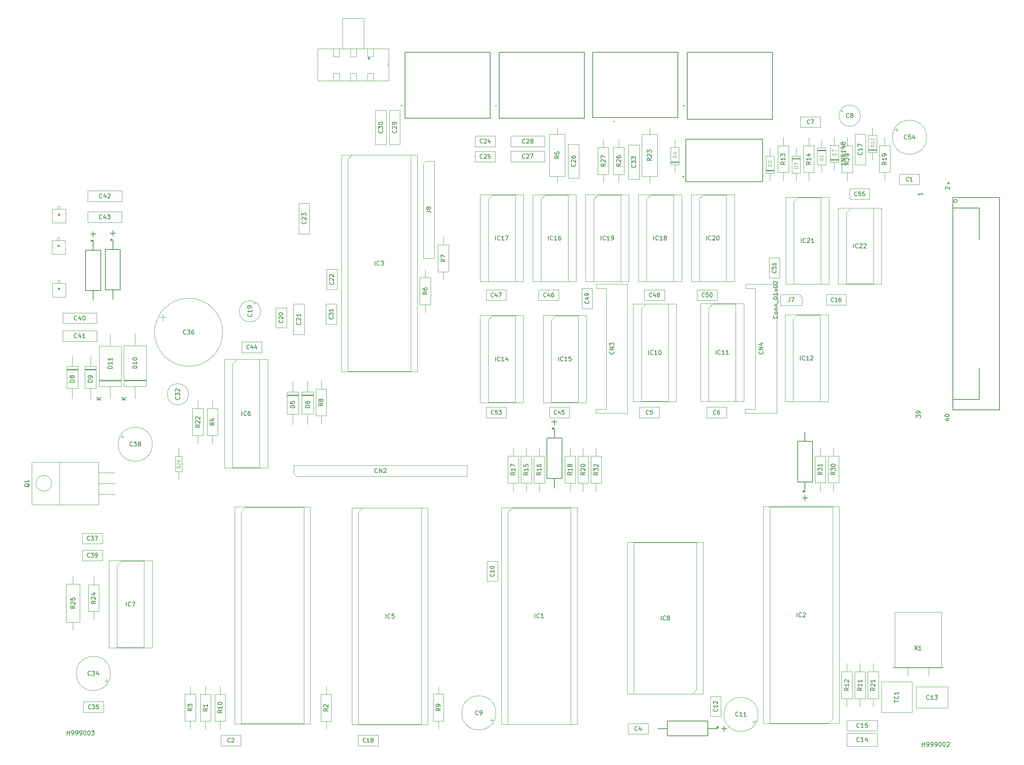
<source format=gbr>
%TF.GenerationSoftware,KiCad,Pcbnew,6.0.8-f2edbf62ab~116~ubuntu20.04.1*%
%TF.CreationDate,2022-10-23T21:23:01-04:00*%
%TF.ProjectId,coco2,636f636f-322e-46b6-9963-61645f706362,1.0.0*%
%TF.SameCoordinates,Original*%
%TF.FileFunction,AssemblyDrawing,Top*%
%FSLAX46Y46*%
G04 Gerber Fmt 4.6, Leading zero omitted, Abs format (unit mm)*
G04 Created by KiCad (PCBNEW 6.0.8-f2edbf62ab~116~ubuntu20.04.1) date 2022-10-23 21:23:01*
%MOMM*%
%LPD*%
G01*
G04 APERTURE LIST*
%ADD10C,0.141000*%
%ADD11C,0.150000*%
%ADD12C,0.120000*%
%ADD13C,0.108000*%
%ADD14C,0.100000*%
%ADD15C,0.152400*%
%ADD16C,0.127000*%
%ADD17C,0.200000*%
G04 APERTURE END LIST*
D10*
%TO.C,C2*%
X137619733Y-202694714D02*
X137574971Y-202739476D01*
X137440685Y-202784238D01*
X137351161Y-202784238D01*
X137216876Y-202739476D01*
X137127352Y-202649952D01*
X137082590Y-202560428D01*
X137037828Y-202381380D01*
X137037828Y-202247095D01*
X137082590Y-202068047D01*
X137127352Y-201978523D01*
X137216876Y-201889000D01*
X137351161Y-201844238D01*
X137440685Y-201844238D01*
X137574971Y-201889000D01*
X137619733Y-201933761D01*
X137977828Y-201933761D02*
X138022590Y-201889000D01*
X138112114Y-201844238D01*
X138335923Y-201844238D01*
X138425447Y-201889000D01*
X138470209Y-201933761D01*
X138514971Y-202023285D01*
X138514971Y-202112809D01*
X138470209Y-202247095D01*
X137933066Y-202784238D01*
X138514971Y-202784238D01*
%TO.C,C4*%
X233169733Y-199944714D02*
X233124971Y-199989476D01*
X232990685Y-200034238D01*
X232901161Y-200034238D01*
X232766876Y-199989476D01*
X232677352Y-199899952D01*
X232632590Y-199810428D01*
X232587828Y-199631380D01*
X232587828Y-199497095D01*
X232632590Y-199318047D01*
X232677352Y-199228523D01*
X232766876Y-199139000D01*
X232901161Y-199094238D01*
X232990685Y-199094238D01*
X233124971Y-199139000D01*
X233169733Y-199183761D01*
X233975447Y-199407571D02*
X233975447Y-200034238D01*
X233751638Y-199049476D02*
X233527828Y-199720904D01*
X234109733Y-199720904D01*
%TO.C,C5*%
X235779733Y-125664714D02*
X235734971Y-125709476D01*
X235600685Y-125754238D01*
X235511161Y-125754238D01*
X235376876Y-125709476D01*
X235287352Y-125619952D01*
X235242590Y-125530428D01*
X235197828Y-125351380D01*
X235197828Y-125217095D01*
X235242590Y-125038047D01*
X235287352Y-124948523D01*
X235376876Y-124859000D01*
X235511161Y-124814238D01*
X235600685Y-124814238D01*
X235734971Y-124859000D01*
X235779733Y-124903761D01*
X236630209Y-124814238D02*
X236182590Y-124814238D01*
X236137828Y-125261857D01*
X236182590Y-125217095D01*
X236272114Y-125172333D01*
X236495923Y-125172333D01*
X236585447Y-125217095D01*
X236630209Y-125261857D01*
X236674971Y-125351380D01*
X236674971Y-125575190D01*
X236630209Y-125664714D01*
X236585447Y-125709476D01*
X236495923Y-125754238D01*
X236272114Y-125754238D01*
X236182590Y-125709476D01*
X236137828Y-125664714D01*
%TO.C,C6*%
X251579733Y-125664714D02*
X251534971Y-125709476D01*
X251400685Y-125754238D01*
X251311161Y-125754238D01*
X251176876Y-125709476D01*
X251087352Y-125619952D01*
X251042590Y-125530428D01*
X250997828Y-125351380D01*
X250997828Y-125217095D01*
X251042590Y-125038047D01*
X251087352Y-124948523D01*
X251176876Y-124859000D01*
X251311161Y-124814238D01*
X251400685Y-124814238D01*
X251534971Y-124859000D01*
X251579733Y-124903761D01*
X252385447Y-124814238D02*
X252206400Y-124814238D01*
X252116876Y-124859000D01*
X252072114Y-124903761D01*
X251982590Y-125038047D01*
X251937828Y-125217095D01*
X251937828Y-125575190D01*
X251982590Y-125664714D01*
X252027352Y-125709476D01*
X252116876Y-125754238D01*
X252295923Y-125754238D01*
X252385447Y-125709476D01*
X252430209Y-125664714D01*
X252474971Y-125575190D01*
X252474971Y-125351380D01*
X252430209Y-125261857D01*
X252385447Y-125217095D01*
X252295923Y-125172333D01*
X252116876Y-125172333D01*
X252027352Y-125217095D01*
X251982590Y-125261857D01*
X251937828Y-125351380D01*
%TO.C,C7*%
X273569733Y-57434714D02*
X273524971Y-57479476D01*
X273390685Y-57524238D01*
X273301161Y-57524238D01*
X273166876Y-57479476D01*
X273077352Y-57389952D01*
X273032590Y-57300428D01*
X272987828Y-57121380D01*
X272987828Y-56987095D01*
X273032590Y-56808047D01*
X273077352Y-56718523D01*
X273166876Y-56629000D01*
X273301161Y-56584238D01*
X273390685Y-56584238D01*
X273524971Y-56629000D01*
X273569733Y-56673761D01*
X273883066Y-56584238D02*
X274509733Y-56584238D01*
X274106876Y-57524238D01*
D11*
%TO.C,C8*%
X282774621Y-55996142D02*
X282727002Y-56043761D01*
X282584145Y-56091380D01*
X282488907Y-56091380D01*
X282346049Y-56043761D01*
X282250811Y-55948523D01*
X282203192Y-55853285D01*
X282155573Y-55662809D01*
X282155573Y-55519952D01*
X282203192Y-55329476D01*
X282250811Y-55234238D01*
X282346049Y-55139000D01*
X282488907Y-55091380D01*
X282584145Y-55091380D01*
X282727002Y-55139000D01*
X282774621Y-55186619D01*
X283346049Y-55519952D02*
X283250811Y-55472333D01*
X283203192Y-55424714D01*
X283155573Y-55329476D01*
X283155573Y-55281857D01*
X283203192Y-55186619D01*
X283250811Y-55139000D01*
X283346049Y-55091380D01*
X283536526Y-55091380D01*
X283631764Y-55139000D01*
X283679383Y-55186619D01*
X283727002Y-55281857D01*
X283727002Y-55329476D01*
X283679383Y-55424714D01*
X283631764Y-55472333D01*
X283536526Y-55519952D01*
X283346049Y-55519952D01*
X283250811Y-55567571D01*
X283203192Y-55615190D01*
X283155573Y-55710428D01*
X283155573Y-55900904D01*
X283203192Y-55996142D01*
X283250811Y-56043761D01*
X283346049Y-56091380D01*
X283536526Y-56091380D01*
X283631764Y-56043761D01*
X283679383Y-55996142D01*
X283727002Y-55900904D01*
X283727002Y-55710428D01*
X283679383Y-55615190D01*
X283631764Y-55567571D01*
X283536526Y-55519952D01*
%TO.C,C9*%
X195789733Y-196236142D02*
X195742114Y-196283761D01*
X195599257Y-196331380D01*
X195504019Y-196331380D01*
X195361161Y-196283761D01*
X195265923Y-196188523D01*
X195218304Y-196093285D01*
X195170685Y-195902809D01*
X195170685Y-195759952D01*
X195218304Y-195569476D01*
X195265923Y-195474238D01*
X195361161Y-195379000D01*
X195504019Y-195331380D01*
X195599257Y-195331380D01*
X195742114Y-195379000D01*
X195789733Y-195426619D01*
X196265923Y-196331380D02*
X196456400Y-196331380D01*
X196551638Y-196283761D01*
X196599257Y-196236142D01*
X196694495Y-196093285D01*
X196742114Y-195902809D01*
X196742114Y-195521857D01*
X196694495Y-195426619D01*
X196646876Y-195379000D01*
X196551638Y-195331380D01*
X196361161Y-195331380D01*
X196265923Y-195379000D01*
X196218304Y-195426619D01*
X196170685Y-195521857D01*
X196170685Y-195759952D01*
X196218304Y-195855190D01*
X196265923Y-195902809D01*
X196361161Y-195950428D01*
X196551638Y-195950428D01*
X196646876Y-195902809D01*
X196694495Y-195855190D01*
X196742114Y-195759952D01*
D10*
%TO.C,C10*%
X199462114Y-163223285D02*
X199506876Y-163268047D01*
X199551638Y-163402333D01*
X199551638Y-163491857D01*
X199506876Y-163626142D01*
X199417352Y-163715666D01*
X199327828Y-163760428D01*
X199148780Y-163805190D01*
X199014495Y-163805190D01*
X198835447Y-163760428D01*
X198745923Y-163715666D01*
X198656400Y-163626142D01*
X198611638Y-163491857D01*
X198611638Y-163402333D01*
X198656400Y-163268047D01*
X198701161Y-163223285D01*
X199551638Y-162328047D02*
X199551638Y-162865190D01*
X199551638Y-162596619D02*
X198611638Y-162596619D01*
X198745923Y-162686142D01*
X198835447Y-162775666D01*
X198880209Y-162865190D01*
X198611638Y-161746142D02*
X198611638Y-161656619D01*
X198656400Y-161567095D01*
X198701161Y-161522333D01*
X198790685Y-161477571D01*
X198969733Y-161432809D01*
X199193542Y-161432809D01*
X199372590Y-161477571D01*
X199462114Y-161522333D01*
X199506876Y-161567095D01*
X199551638Y-161656619D01*
X199551638Y-161746142D01*
X199506876Y-161835666D01*
X199462114Y-161880428D01*
X199372590Y-161925190D01*
X199193542Y-161969952D01*
X198969733Y-161969952D01*
X198790685Y-161925190D01*
X198701161Y-161880428D01*
X198656400Y-161835666D01*
X198611638Y-161746142D01*
D11*
%TO.C,C11*%
X256803542Y-196596142D02*
X256755923Y-196643761D01*
X256613066Y-196691380D01*
X256517828Y-196691380D01*
X256374971Y-196643761D01*
X256279733Y-196548523D01*
X256232114Y-196453285D01*
X256184495Y-196262809D01*
X256184495Y-196119952D01*
X256232114Y-195929476D01*
X256279733Y-195834238D01*
X256374971Y-195739000D01*
X256517828Y-195691380D01*
X256613066Y-195691380D01*
X256755923Y-195739000D01*
X256803542Y-195786619D01*
X257755923Y-196691380D02*
X257184495Y-196691380D01*
X257470209Y-196691380D02*
X257470209Y-195691380D01*
X257374971Y-195834238D01*
X257279733Y-195929476D01*
X257184495Y-195977095D01*
X258708304Y-196691380D02*
X258136876Y-196691380D01*
X258422590Y-196691380D02*
X258422590Y-195691380D01*
X258327352Y-195834238D01*
X258232114Y-195929476D01*
X258136876Y-195977095D01*
%TO.C,C14*%
X285243542Y-202546142D02*
X285195923Y-202593761D01*
X285053066Y-202641380D01*
X284957828Y-202641380D01*
X284814971Y-202593761D01*
X284719733Y-202498523D01*
X284672114Y-202403285D01*
X284624495Y-202212809D01*
X284624495Y-202069952D01*
X284672114Y-201879476D01*
X284719733Y-201784238D01*
X284814971Y-201689000D01*
X284957828Y-201641380D01*
X285053066Y-201641380D01*
X285195923Y-201689000D01*
X285243542Y-201736619D01*
X286195923Y-202641380D02*
X285624495Y-202641380D01*
X285910209Y-202641380D02*
X285910209Y-201641380D01*
X285814971Y-201784238D01*
X285719733Y-201879476D01*
X285624495Y-201927095D01*
X287053066Y-201974714D02*
X287053066Y-202641380D01*
X286814971Y-201593761D02*
X286576876Y-202308047D01*
X287195923Y-202308047D01*
%TO.C,C15*%
X285243542Y-199216142D02*
X285195923Y-199263761D01*
X285053066Y-199311380D01*
X284957828Y-199311380D01*
X284814971Y-199263761D01*
X284719733Y-199168523D01*
X284672114Y-199073285D01*
X284624495Y-198882809D01*
X284624495Y-198739952D01*
X284672114Y-198549476D01*
X284719733Y-198454238D01*
X284814971Y-198359000D01*
X284957828Y-198311380D01*
X285053066Y-198311380D01*
X285195923Y-198359000D01*
X285243542Y-198406619D01*
X286195923Y-199311380D02*
X285624495Y-199311380D01*
X285910209Y-199311380D02*
X285910209Y-198311380D01*
X285814971Y-198454238D01*
X285719733Y-198549476D01*
X285624495Y-198597095D01*
X287100685Y-198311380D02*
X286624495Y-198311380D01*
X286576876Y-198787571D01*
X286624495Y-198739952D01*
X286719733Y-198692333D01*
X286957828Y-198692333D01*
X287053066Y-198739952D01*
X287100685Y-198787571D01*
X287148304Y-198882809D01*
X287148304Y-199120904D01*
X287100685Y-199216142D01*
X287053066Y-199263761D01*
X286957828Y-199311380D01*
X286719733Y-199311380D01*
X286624495Y-199263761D01*
X286576876Y-199216142D01*
D10*
%TO.C,C16*%
X279152114Y-99204714D02*
X279107352Y-99249476D01*
X278973066Y-99294238D01*
X278883542Y-99294238D01*
X278749257Y-99249476D01*
X278659733Y-99159952D01*
X278614971Y-99070428D01*
X278570209Y-98891380D01*
X278570209Y-98757095D01*
X278614971Y-98578047D01*
X278659733Y-98488523D01*
X278749257Y-98399000D01*
X278883542Y-98354238D01*
X278973066Y-98354238D01*
X279107352Y-98399000D01*
X279152114Y-98443761D01*
X280047352Y-99294238D02*
X279510209Y-99294238D01*
X279778780Y-99294238D02*
X279778780Y-98354238D01*
X279689257Y-98488523D01*
X279599733Y-98578047D01*
X279510209Y-98622809D01*
X280853066Y-98354238D02*
X280674019Y-98354238D01*
X280584495Y-98399000D01*
X280539733Y-98443761D01*
X280450209Y-98578047D01*
X280405447Y-98757095D01*
X280405447Y-99115190D01*
X280450209Y-99204714D01*
X280494971Y-99249476D01*
X280584495Y-99294238D01*
X280763542Y-99294238D01*
X280853066Y-99249476D01*
X280897828Y-99204714D01*
X280942590Y-99115190D01*
X280942590Y-98891380D01*
X280897828Y-98801857D01*
X280853066Y-98757095D01*
X280763542Y-98712333D01*
X280584495Y-98712333D01*
X280494971Y-98757095D01*
X280450209Y-98801857D01*
X280405447Y-98891380D01*
D11*
%TO.C,C17*%
X285790208Y-64181857D02*
X285837827Y-64229476D01*
X285885446Y-64372333D01*
X285885446Y-64467571D01*
X285837827Y-64610428D01*
X285742589Y-64705666D01*
X285647351Y-64753285D01*
X285456875Y-64800904D01*
X285314018Y-64800904D01*
X285123542Y-64753285D01*
X285028304Y-64705666D01*
X284933066Y-64610428D01*
X284885446Y-64467571D01*
X284885446Y-64372333D01*
X284933066Y-64229476D01*
X284980685Y-64181857D01*
X285885446Y-63229476D02*
X285885446Y-63800904D01*
X285885446Y-63515190D02*
X284885446Y-63515190D01*
X285028304Y-63610428D01*
X285123542Y-63705666D01*
X285171161Y-63800904D01*
X284885446Y-62896142D02*
X284885446Y-62229476D01*
X285885446Y-62658047D01*
D10*
%TO.C,C18*%
X169382114Y-202684714D02*
X169337352Y-202729476D01*
X169203066Y-202774238D01*
X169113542Y-202774238D01*
X168979257Y-202729476D01*
X168889733Y-202639952D01*
X168844971Y-202550428D01*
X168800209Y-202371380D01*
X168800209Y-202237095D01*
X168844971Y-202058047D01*
X168889733Y-201968523D01*
X168979257Y-201879000D01*
X169113542Y-201834238D01*
X169203066Y-201834238D01*
X169337352Y-201879000D01*
X169382114Y-201923761D01*
X170277352Y-202774238D02*
X169740209Y-202774238D01*
X170008780Y-202774238D02*
X170008780Y-201834238D01*
X169919257Y-201968523D01*
X169829733Y-202058047D01*
X169740209Y-202102809D01*
X170814495Y-202237095D02*
X170724971Y-202192333D01*
X170680209Y-202147571D01*
X170635447Y-202058047D01*
X170635447Y-202013285D01*
X170680209Y-201923761D01*
X170724971Y-201879000D01*
X170814495Y-201834238D01*
X170993542Y-201834238D01*
X171083066Y-201879000D01*
X171127828Y-201923761D01*
X171172590Y-202013285D01*
X171172590Y-202058047D01*
X171127828Y-202147571D01*
X171083066Y-202192333D01*
X170993542Y-202237095D01*
X170814495Y-202237095D01*
X170724971Y-202281857D01*
X170680209Y-202326619D01*
X170635447Y-202416142D01*
X170635447Y-202595190D01*
X170680209Y-202684714D01*
X170724971Y-202729476D01*
X170814495Y-202774238D01*
X170993542Y-202774238D01*
X171083066Y-202729476D01*
X171127828Y-202684714D01*
X171172590Y-202595190D01*
X171172590Y-202416142D01*
X171127828Y-202326619D01*
X171083066Y-202281857D01*
X170993542Y-202237095D01*
D11*
%TO.C,C19*%
X142623542Y-102196745D02*
X142671161Y-102244364D01*
X142718780Y-102387221D01*
X142718780Y-102482459D01*
X142671161Y-102625316D01*
X142575923Y-102720554D01*
X142480685Y-102768173D01*
X142290209Y-102815792D01*
X142147352Y-102815792D01*
X141956876Y-102768173D01*
X141861638Y-102720554D01*
X141766400Y-102625316D01*
X141718780Y-102482459D01*
X141718780Y-102387221D01*
X141766400Y-102244364D01*
X141814019Y-102196745D01*
X142718780Y-101244364D02*
X142718780Y-101815792D01*
X142718780Y-101530078D02*
X141718780Y-101530078D01*
X141861638Y-101625316D01*
X141956876Y-101720554D01*
X142004495Y-101815792D01*
X142718780Y-100768173D02*
X142718780Y-100577697D01*
X142671161Y-100482459D01*
X142623542Y-100434840D01*
X142480685Y-100339602D01*
X142290209Y-100291983D01*
X141909257Y-100291983D01*
X141814019Y-100339602D01*
X141766400Y-100387221D01*
X141718780Y-100482459D01*
X141718780Y-100672935D01*
X141766400Y-100768173D01*
X141814019Y-100815792D01*
X141909257Y-100863411D01*
X142147352Y-100863411D01*
X142242590Y-100815792D01*
X142290209Y-100768173D01*
X142337828Y-100672935D01*
X142337828Y-100482459D01*
X142290209Y-100387221D01*
X142242590Y-100339602D01*
X142147352Y-100291983D01*
D10*
%TO.C,C20*%
X149907114Y-103683173D02*
X149951876Y-103727935D01*
X149996638Y-103862221D01*
X149996638Y-103951745D01*
X149951876Y-104086030D01*
X149862352Y-104175554D01*
X149772828Y-104220316D01*
X149593780Y-104265078D01*
X149459495Y-104265078D01*
X149280447Y-104220316D01*
X149190923Y-104175554D01*
X149101400Y-104086030D01*
X149056638Y-103951745D01*
X149056638Y-103862221D01*
X149101400Y-103727935D01*
X149146161Y-103683173D01*
X149146161Y-103325078D02*
X149101400Y-103280316D01*
X149056638Y-103190792D01*
X149056638Y-102966983D01*
X149101400Y-102877459D01*
X149146161Y-102832697D01*
X149235685Y-102787935D01*
X149325209Y-102787935D01*
X149459495Y-102832697D01*
X149996638Y-103369840D01*
X149996638Y-102787935D01*
X149056638Y-102206030D02*
X149056638Y-102116507D01*
X149101400Y-102026983D01*
X149146161Y-101982221D01*
X149235685Y-101937459D01*
X149414733Y-101892697D01*
X149638542Y-101892697D01*
X149817590Y-101937459D01*
X149907114Y-101982221D01*
X149951876Y-102026983D01*
X149996638Y-102116507D01*
X149996638Y-102206030D01*
X149951876Y-102295554D01*
X149907114Y-102340316D01*
X149817590Y-102385078D01*
X149638542Y-102429840D01*
X149414733Y-102429840D01*
X149235685Y-102385078D01*
X149146161Y-102340316D01*
X149101400Y-102295554D01*
X149056638Y-102206030D01*
D11*
%TO.C,C21*%
X154073542Y-104091857D02*
X154121161Y-104139476D01*
X154168780Y-104282333D01*
X154168780Y-104377571D01*
X154121161Y-104520428D01*
X154025923Y-104615666D01*
X153930685Y-104663285D01*
X153740209Y-104710904D01*
X153597352Y-104710904D01*
X153406876Y-104663285D01*
X153311638Y-104615666D01*
X153216400Y-104520428D01*
X153168780Y-104377571D01*
X153168780Y-104282333D01*
X153216400Y-104139476D01*
X153264019Y-104091857D01*
X153264019Y-103710904D02*
X153216400Y-103663285D01*
X153168780Y-103568047D01*
X153168780Y-103329952D01*
X153216400Y-103234714D01*
X153264019Y-103187095D01*
X153359257Y-103139476D01*
X153454495Y-103139476D01*
X153597352Y-103187095D01*
X154168780Y-103758523D01*
X154168780Y-103139476D01*
X154168780Y-102187095D02*
X154168780Y-102758523D01*
X154168780Y-102472809D02*
X153168780Y-102472809D01*
X153311638Y-102568047D01*
X153406876Y-102663285D01*
X153454495Y-102758523D01*
D10*
%TO.C,C22*%
X161812114Y-94693285D02*
X161856876Y-94738047D01*
X161901638Y-94872333D01*
X161901638Y-94961857D01*
X161856876Y-95096142D01*
X161767352Y-95185666D01*
X161677828Y-95230428D01*
X161498780Y-95275190D01*
X161364495Y-95275190D01*
X161185447Y-95230428D01*
X161095923Y-95185666D01*
X161006400Y-95096142D01*
X160961638Y-94961857D01*
X160961638Y-94872333D01*
X161006400Y-94738047D01*
X161051161Y-94693285D01*
X161051161Y-94335190D02*
X161006400Y-94290428D01*
X160961638Y-94200904D01*
X160961638Y-93977095D01*
X161006400Y-93887571D01*
X161051161Y-93842809D01*
X161140685Y-93798047D01*
X161230209Y-93798047D01*
X161364495Y-93842809D01*
X161901638Y-94379952D01*
X161901638Y-93798047D01*
X161051161Y-93439952D02*
X161006400Y-93395190D01*
X160961638Y-93305666D01*
X160961638Y-93081857D01*
X161006400Y-92992333D01*
X161051161Y-92947571D01*
X161140685Y-92902809D01*
X161230209Y-92902809D01*
X161364495Y-92947571D01*
X161901638Y-93484714D01*
X161901638Y-92902809D01*
D11*
%TO.C,C23*%
X155323542Y-80411857D02*
X155371161Y-80459476D01*
X155418780Y-80602333D01*
X155418780Y-80697571D01*
X155371161Y-80840428D01*
X155275923Y-80935666D01*
X155180685Y-80983285D01*
X154990209Y-81030904D01*
X154847352Y-81030904D01*
X154656876Y-80983285D01*
X154561638Y-80935666D01*
X154466400Y-80840428D01*
X154418780Y-80697571D01*
X154418780Y-80602333D01*
X154466400Y-80459476D01*
X154514019Y-80411857D01*
X154514019Y-80030904D02*
X154466400Y-79983285D01*
X154418780Y-79888047D01*
X154418780Y-79649952D01*
X154466400Y-79554714D01*
X154514019Y-79507095D01*
X154609257Y-79459476D01*
X154704495Y-79459476D01*
X154847352Y-79507095D01*
X155418780Y-80078523D01*
X155418780Y-79459476D01*
X154418780Y-79126142D02*
X154418780Y-78507095D01*
X154799733Y-78840428D01*
X154799733Y-78697571D01*
X154847352Y-78602333D01*
X154894971Y-78554714D01*
X154990209Y-78507095D01*
X155228304Y-78507095D01*
X155323542Y-78554714D01*
X155371161Y-78602333D01*
X155418780Y-78697571D01*
X155418780Y-78983285D01*
X155371161Y-79078523D01*
X155323542Y-79126142D01*
D10*
%TO.C,C25*%
X196832114Y-65574714D02*
X196787352Y-65619476D01*
X196653066Y-65664238D01*
X196563542Y-65664238D01*
X196429257Y-65619476D01*
X196339733Y-65529952D01*
X196294971Y-65440428D01*
X196250209Y-65261380D01*
X196250209Y-65127095D01*
X196294971Y-64948047D01*
X196339733Y-64858523D01*
X196429257Y-64769000D01*
X196563542Y-64724238D01*
X196653066Y-64724238D01*
X196787352Y-64769000D01*
X196832114Y-64813761D01*
X197190209Y-64813761D02*
X197234971Y-64769000D01*
X197324495Y-64724238D01*
X197548304Y-64724238D01*
X197637828Y-64769000D01*
X197682590Y-64813761D01*
X197727352Y-64903285D01*
X197727352Y-64992809D01*
X197682590Y-65127095D01*
X197145447Y-65664238D01*
X197727352Y-65664238D01*
X198577828Y-64724238D02*
X198130209Y-64724238D01*
X198085447Y-65171857D01*
X198130209Y-65127095D01*
X198219733Y-65082333D01*
X198443542Y-65082333D01*
X198533066Y-65127095D01*
X198577828Y-65171857D01*
X198622590Y-65261380D01*
X198622590Y-65485190D01*
X198577828Y-65574714D01*
X198533066Y-65619476D01*
X198443542Y-65664238D01*
X198219733Y-65664238D01*
X198130209Y-65619476D01*
X198085447Y-65574714D01*
%TO.C,C24*%
X196832114Y-61964714D02*
X196787352Y-62009476D01*
X196653066Y-62054238D01*
X196563542Y-62054238D01*
X196429257Y-62009476D01*
X196339733Y-61919952D01*
X196294971Y-61830428D01*
X196250209Y-61651380D01*
X196250209Y-61517095D01*
X196294971Y-61338047D01*
X196339733Y-61248523D01*
X196429257Y-61159000D01*
X196563542Y-61114238D01*
X196653066Y-61114238D01*
X196787352Y-61159000D01*
X196832114Y-61203761D01*
X197190209Y-61203761D02*
X197234971Y-61159000D01*
X197324495Y-61114238D01*
X197548304Y-61114238D01*
X197637828Y-61159000D01*
X197682590Y-61203761D01*
X197727352Y-61293285D01*
X197727352Y-61382809D01*
X197682590Y-61517095D01*
X197145447Y-62054238D01*
X197727352Y-62054238D01*
X198533066Y-61427571D02*
X198533066Y-62054238D01*
X198309257Y-61069476D02*
X198085447Y-61740904D01*
X198667352Y-61740904D01*
D11*
%TO.C,C26*%
X218543542Y-66951857D02*
X218591161Y-66999476D01*
X218638780Y-67142333D01*
X218638780Y-67237571D01*
X218591161Y-67380428D01*
X218495923Y-67475666D01*
X218400685Y-67523285D01*
X218210209Y-67570904D01*
X218067352Y-67570904D01*
X217876876Y-67523285D01*
X217781638Y-67475666D01*
X217686400Y-67380428D01*
X217638780Y-67237571D01*
X217638780Y-67142333D01*
X217686400Y-66999476D01*
X217734019Y-66951857D01*
X217734019Y-66570904D02*
X217686400Y-66523285D01*
X217638780Y-66428047D01*
X217638780Y-66189952D01*
X217686400Y-66094714D01*
X217734019Y-66047095D01*
X217829257Y-65999476D01*
X217924495Y-65999476D01*
X218067352Y-66047095D01*
X218638780Y-66618523D01*
X218638780Y-65999476D01*
X217638780Y-65142333D02*
X217638780Y-65332809D01*
X217686400Y-65428047D01*
X217734019Y-65475666D01*
X217876876Y-65570904D01*
X218067352Y-65618523D01*
X218448304Y-65618523D01*
X218543542Y-65570904D01*
X218591161Y-65523285D01*
X218638780Y-65428047D01*
X218638780Y-65237571D01*
X218591161Y-65142333D01*
X218543542Y-65094714D01*
X218448304Y-65047095D01*
X218210209Y-65047095D01*
X218114971Y-65094714D01*
X218067352Y-65142333D01*
X218019733Y-65237571D01*
X218019733Y-65428047D01*
X218067352Y-65523285D01*
X218114971Y-65570904D01*
X218210209Y-65618523D01*
%TO.C,C27*%
X206763542Y-65556142D02*
X206715923Y-65603761D01*
X206573066Y-65651380D01*
X206477828Y-65651380D01*
X206334971Y-65603761D01*
X206239733Y-65508523D01*
X206192114Y-65413285D01*
X206144495Y-65222809D01*
X206144495Y-65079952D01*
X206192114Y-64889476D01*
X206239733Y-64794238D01*
X206334971Y-64699000D01*
X206477828Y-64651380D01*
X206573066Y-64651380D01*
X206715923Y-64699000D01*
X206763542Y-64746619D01*
X207144495Y-64746619D02*
X207192114Y-64699000D01*
X207287352Y-64651380D01*
X207525447Y-64651380D01*
X207620685Y-64699000D01*
X207668304Y-64746619D01*
X207715923Y-64841857D01*
X207715923Y-64937095D01*
X207668304Y-65079952D01*
X207096876Y-65651380D01*
X207715923Y-65651380D01*
X208049257Y-64651380D02*
X208715923Y-64651380D01*
X208287352Y-65651380D01*
%TO.C,C28*%
X206763542Y-62016142D02*
X206715923Y-62063761D01*
X206573066Y-62111380D01*
X206477828Y-62111380D01*
X206334971Y-62063761D01*
X206239733Y-61968523D01*
X206192114Y-61873285D01*
X206144495Y-61682809D01*
X206144495Y-61539952D01*
X206192114Y-61349476D01*
X206239733Y-61254238D01*
X206334971Y-61159000D01*
X206477828Y-61111380D01*
X206573066Y-61111380D01*
X206715923Y-61159000D01*
X206763542Y-61206619D01*
X207144495Y-61206619D02*
X207192114Y-61159000D01*
X207287352Y-61111380D01*
X207525447Y-61111380D01*
X207620685Y-61159000D01*
X207668304Y-61206619D01*
X207715923Y-61301857D01*
X207715923Y-61397095D01*
X207668304Y-61539952D01*
X207096876Y-62111380D01*
X207715923Y-62111380D01*
X208287352Y-61539952D02*
X208192114Y-61492333D01*
X208144495Y-61444714D01*
X208096876Y-61349476D01*
X208096876Y-61301857D01*
X208144495Y-61206619D01*
X208192114Y-61159000D01*
X208287352Y-61111380D01*
X208477828Y-61111380D01*
X208573066Y-61159000D01*
X208620685Y-61206619D01*
X208668304Y-61301857D01*
X208668304Y-61349476D01*
X208620685Y-61444714D01*
X208573066Y-61492333D01*
X208477828Y-61539952D01*
X208287352Y-61539952D01*
X208192114Y-61587571D01*
X208144495Y-61635190D01*
X208096876Y-61730428D01*
X208096876Y-61920904D01*
X208144495Y-62016142D01*
X208192114Y-62063761D01*
X208287352Y-62111380D01*
X208477828Y-62111380D01*
X208573066Y-62063761D01*
X208620685Y-62016142D01*
X208668304Y-61920904D01*
X208668304Y-61730428D01*
X208620685Y-61635190D01*
X208573066Y-61587571D01*
X208477828Y-61539952D01*
%TO.C,C29*%
X176563542Y-59041857D02*
X176611161Y-59089476D01*
X176658780Y-59232333D01*
X176658780Y-59327571D01*
X176611161Y-59470428D01*
X176515923Y-59565666D01*
X176420685Y-59613285D01*
X176230209Y-59660904D01*
X176087352Y-59660904D01*
X175896876Y-59613285D01*
X175801638Y-59565666D01*
X175706400Y-59470428D01*
X175658780Y-59327571D01*
X175658780Y-59232333D01*
X175706400Y-59089476D01*
X175754019Y-59041857D01*
X175754019Y-58660904D02*
X175706400Y-58613285D01*
X175658780Y-58518047D01*
X175658780Y-58279952D01*
X175706400Y-58184714D01*
X175754019Y-58137095D01*
X175849257Y-58089476D01*
X175944495Y-58089476D01*
X176087352Y-58137095D01*
X176658780Y-58708523D01*
X176658780Y-58089476D01*
X176658780Y-57613285D02*
X176658780Y-57422809D01*
X176611161Y-57327571D01*
X176563542Y-57279952D01*
X176420685Y-57184714D01*
X176230209Y-57137095D01*
X175849257Y-57137095D01*
X175754019Y-57184714D01*
X175706400Y-57232333D01*
X175658780Y-57327571D01*
X175658780Y-57518047D01*
X175706400Y-57613285D01*
X175754019Y-57660904D01*
X175849257Y-57708523D01*
X176087352Y-57708523D01*
X176182590Y-57660904D01*
X176230209Y-57613285D01*
X176277828Y-57518047D01*
X176277828Y-57327571D01*
X176230209Y-57232333D01*
X176182590Y-57184714D01*
X176087352Y-57137095D01*
%TO.C,C30*%
X173323542Y-59041857D02*
X173371161Y-59089476D01*
X173418780Y-59232333D01*
X173418780Y-59327571D01*
X173371161Y-59470428D01*
X173275923Y-59565666D01*
X173180685Y-59613285D01*
X172990209Y-59660904D01*
X172847352Y-59660904D01*
X172656876Y-59613285D01*
X172561638Y-59565666D01*
X172466400Y-59470428D01*
X172418780Y-59327571D01*
X172418780Y-59232333D01*
X172466400Y-59089476D01*
X172514019Y-59041857D01*
X172418780Y-58708523D02*
X172418780Y-58089476D01*
X172799733Y-58422809D01*
X172799733Y-58279952D01*
X172847352Y-58184714D01*
X172894971Y-58137095D01*
X172990209Y-58089476D01*
X173228304Y-58089476D01*
X173323542Y-58137095D01*
X173371161Y-58184714D01*
X173418780Y-58279952D01*
X173418780Y-58565666D01*
X173371161Y-58660904D01*
X173323542Y-58708523D01*
X172418780Y-57470428D02*
X172418780Y-57375190D01*
X172466400Y-57279952D01*
X172514019Y-57232333D01*
X172609257Y-57184714D01*
X172799733Y-57137095D01*
X173037828Y-57137095D01*
X173228304Y-57184714D01*
X173323542Y-57232333D01*
X173371161Y-57279952D01*
X173418780Y-57375190D01*
X173418780Y-57470428D01*
X173371161Y-57565666D01*
X173323542Y-57613285D01*
X173228304Y-57660904D01*
X173037828Y-57708523D01*
X172799733Y-57708523D01*
X172609257Y-57660904D01*
X172514019Y-57613285D01*
X172466400Y-57565666D01*
X172418780Y-57470428D01*
D10*
%TO.C,C31*%
X161682114Y-102823285D02*
X161726876Y-102868047D01*
X161771638Y-103002333D01*
X161771638Y-103091857D01*
X161726876Y-103226142D01*
X161637352Y-103315666D01*
X161547828Y-103360428D01*
X161368780Y-103405190D01*
X161234495Y-103405190D01*
X161055447Y-103360428D01*
X160965923Y-103315666D01*
X160876400Y-103226142D01*
X160831638Y-103091857D01*
X160831638Y-103002333D01*
X160876400Y-102868047D01*
X160921161Y-102823285D01*
X160831638Y-102509952D02*
X160831638Y-101928047D01*
X161189733Y-102241380D01*
X161189733Y-102107095D01*
X161234495Y-102017571D01*
X161279257Y-101972809D01*
X161368780Y-101928047D01*
X161592590Y-101928047D01*
X161682114Y-101972809D01*
X161726876Y-102017571D01*
X161771638Y-102107095D01*
X161771638Y-102375666D01*
X161726876Y-102465190D01*
X161682114Y-102509952D01*
X161771638Y-101032809D02*
X161771638Y-101569952D01*
X161771638Y-101301380D02*
X160831638Y-101301380D01*
X160965923Y-101390904D01*
X161055447Y-101480428D01*
X161100209Y-101569952D01*
D11*
%TO.C,C32*%
X125713542Y-121691857D02*
X125761161Y-121739476D01*
X125808780Y-121882333D01*
X125808780Y-121977571D01*
X125761161Y-122120428D01*
X125665923Y-122215666D01*
X125570685Y-122263285D01*
X125380209Y-122310904D01*
X125237352Y-122310904D01*
X125046876Y-122263285D01*
X124951638Y-122215666D01*
X124856400Y-122120428D01*
X124808780Y-121977571D01*
X124808780Y-121882333D01*
X124856400Y-121739476D01*
X124904019Y-121691857D01*
X124808780Y-121358523D02*
X124808780Y-120739476D01*
X125189733Y-121072809D01*
X125189733Y-120929952D01*
X125237352Y-120834714D01*
X125284971Y-120787095D01*
X125380209Y-120739476D01*
X125618304Y-120739476D01*
X125713542Y-120787095D01*
X125761161Y-120834714D01*
X125808780Y-120929952D01*
X125808780Y-121215666D01*
X125761161Y-121310904D01*
X125713542Y-121358523D01*
X124904019Y-120358523D02*
X124856400Y-120310904D01*
X124808780Y-120215666D01*
X124808780Y-119977571D01*
X124856400Y-119882333D01*
X124904019Y-119834714D01*
X124999257Y-119787095D01*
X125094495Y-119787095D01*
X125237352Y-119834714D01*
X125808780Y-120406142D01*
X125808780Y-119787095D01*
%TO.C,C33*%
X232673542Y-67141857D02*
X232721161Y-67189476D01*
X232768780Y-67332333D01*
X232768780Y-67427571D01*
X232721161Y-67570428D01*
X232625923Y-67665666D01*
X232530685Y-67713285D01*
X232340209Y-67760904D01*
X232197352Y-67760904D01*
X232006876Y-67713285D01*
X231911638Y-67665666D01*
X231816400Y-67570428D01*
X231768780Y-67427571D01*
X231768780Y-67332333D01*
X231816400Y-67189476D01*
X231864019Y-67141857D01*
X231768780Y-66808523D02*
X231768780Y-66189476D01*
X232149733Y-66522809D01*
X232149733Y-66379952D01*
X232197352Y-66284714D01*
X232244971Y-66237095D01*
X232340209Y-66189476D01*
X232578304Y-66189476D01*
X232673542Y-66237095D01*
X232721161Y-66284714D01*
X232768780Y-66379952D01*
X232768780Y-66665666D01*
X232721161Y-66760904D01*
X232673542Y-66808523D01*
X231768780Y-65856142D02*
X231768780Y-65237095D01*
X232149733Y-65570428D01*
X232149733Y-65427571D01*
X232197352Y-65332333D01*
X232244971Y-65284714D01*
X232340209Y-65237095D01*
X232578304Y-65237095D01*
X232673542Y-65284714D01*
X232721161Y-65332333D01*
X232768780Y-65427571D01*
X232768780Y-65713285D01*
X232721161Y-65808523D01*
X232673542Y-65856142D01*
%TO.C,C34*%
X104903542Y-186976142D02*
X104855923Y-187023761D01*
X104713066Y-187071380D01*
X104617828Y-187071380D01*
X104474971Y-187023761D01*
X104379733Y-186928523D01*
X104332114Y-186833285D01*
X104284495Y-186642809D01*
X104284495Y-186499952D01*
X104332114Y-186309476D01*
X104379733Y-186214238D01*
X104474971Y-186119000D01*
X104617828Y-186071380D01*
X104713066Y-186071380D01*
X104855923Y-186119000D01*
X104903542Y-186166619D01*
X105236876Y-186071380D02*
X105855923Y-186071380D01*
X105522590Y-186452333D01*
X105665447Y-186452333D01*
X105760685Y-186499952D01*
X105808304Y-186547571D01*
X105855923Y-186642809D01*
X105855923Y-186880904D01*
X105808304Y-186976142D01*
X105760685Y-187023761D01*
X105665447Y-187071380D01*
X105379733Y-187071380D01*
X105284495Y-187023761D01*
X105236876Y-186976142D01*
X106713066Y-186404714D02*
X106713066Y-187071380D01*
X106474971Y-186023761D02*
X106236876Y-186738047D01*
X106855923Y-186738047D01*
D10*
%TO.C,C35*%
X104942114Y-194824714D02*
X104897352Y-194869476D01*
X104763066Y-194914238D01*
X104673542Y-194914238D01*
X104539257Y-194869476D01*
X104449733Y-194779952D01*
X104404971Y-194690428D01*
X104360209Y-194511380D01*
X104360209Y-194377095D01*
X104404971Y-194198047D01*
X104449733Y-194108523D01*
X104539257Y-194019000D01*
X104673542Y-193974238D01*
X104763066Y-193974238D01*
X104897352Y-194019000D01*
X104942114Y-194063761D01*
X105255447Y-193974238D02*
X105837352Y-193974238D01*
X105524019Y-194332333D01*
X105658304Y-194332333D01*
X105747828Y-194377095D01*
X105792590Y-194421857D01*
X105837352Y-194511380D01*
X105837352Y-194735190D01*
X105792590Y-194824714D01*
X105747828Y-194869476D01*
X105658304Y-194914238D01*
X105389733Y-194914238D01*
X105300209Y-194869476D01*
X105255447Y-194824714D01*
X106687828Y-193974238D02*
X106240209Y-193974238D01*
X106195447Y-194421857D01*
X106240209Y-194377095D01*
X106329733Y-194332333D01*
X106553542Y-194332333D01*
X106643066Y-194377095D01*
X106687828Y-194421857D01*
X106732590Y-194511380D01*
X106732590Y-194735190D01*
X106687828Y-194824714D01*
X106643066Y-194869476D01*
X106553542Y-194914238D01*
X106329733Y-194914238D01*
X106240209Y-194869476D01*
X106195447Y-194824714D01*
%TO.C,C37*%
X104682114Y-155244714D02*
X104637352Y-155289476D01*
X104503066Y-155334238D01*
X104413542Y-155334238D01*
X104279257Y-155289476D01*
X104189733Y-155199952D01*
X104144971Y-155110428D01*
X104100209Y-154931380D01*
X104100209Y-154797095D01*
X104144971Y-154618047D01*
X104189733Y-154528523D01*
X104279257Y-154439000D01*
X104413542Y-154394238D01*
X104503066Y-154394238D01*
X104637352Y-154439000D01*
X104682114Y-154483761D01*
X104995447Y-154394238D02*
X105577352Y-154394238D01*
X105264019Y-154752333D01*
X105398304Y-154752333D01*
X105487828Y-154797095D01*
X105532590Y-154841857D01*
X105577352Y-154931380D01*
X105577352Y-155155190D01*
X105532590Y-155244714D01*
X105487828Y-155289476D01*
X105398304Y-155334238D01*
X105129733Y-155334238D01*
X105040209Y-155289476D01*
X104995447Y-155244714D01*
X105890685Y-154394238D02*
X106517352Y-154394238D01*
X106114495Y-155334238D01*
D11*
%TO.C,C38*%
X114720891Y-133136142D02*
X114673272Y-133183761D01*
X114530415Y-133231380D01*
X114435177Y-133231380D01*
X114292320Y-133183761D01*
X114197082Y-133088523D01*
X114149463Y-132993285D01*
X114101844Y-132802809D01*
X114101844Y-132659952D01*
X114149463Y-132469476D01*
X114197082Y-132374238D01*
X114292320Y-132279000D01*
X114435177Y-132231380D01*
X114530415Y-132231380D01*
X114673272Y-132279000D01*
X114720891Y-132326619D01*
X115054225Y-132231380D02*
X115673272Y-132231380D01*
X115339939Y-132612333D01*
X115482796Y-132612333D01*
X115578034Y-132659952D01*
X115625653Y-132707571D01*
X115673272Y-132802809D01*
X115673272Y-133040904D01*
X115625653Y-133136142D01*
X115578034Y-133183761D01*
X115482796Y-133231380D01*
X115197082Y-133231380D01*
X115101844Y-133183761D01*
X115054225Y-133136142D01*
X116244701Y-132659952D02*
X116149463Y-132612333D01*
X116101844Y-132564714D01*
X116054225Y-132469476D01*
X116054225Y-132421857D01*
X116101844Y-132326619D01*
X116149463Y-132279000D01*
X116244701Y-132231380D01*
X116435177Y-132231380D01*
X116530415Y-132279000D01*
X116578034Y-132326619D01*
X116625653Y-132421857D01*
X116625653Y-132469476D01*
X116578034Y-132564714D01*
X116530415Y-132612333D01*
X116435177Y-132659952D01*
X116244701Y-132659952D01*
X116149463Y-132707571D01*
X116101844Y-132755190D01*
X116054225Y-132850428D01*
X116054225Y-133040904D01*
X116101844Y-133136142D01*
X116149463Y-133183761D01*
X116244701Y-133231380D01*
X116435177Y-133231380D01*
X116530415Y-133183761D01*
X116578034Y-133136142D01*
X116625653Y-133040904D01*
X116625653Y-132850428D01*
X116578034Y-132755190D01*
X116530415Y-132707571D01*
X116435177Y-132659952D01*
D10*
%TO.C,C39*%
X104682114Y-159224714D02*
X104637352Y-159269476D01*
X104503066Y-159314238D01*
X104413542Y-159314238D01*
X104279257Y-159269476D01*
X104189733Y-159179952D01*
X104144971Y-159090428D01*
X104100209Y-158911380D01*
X104100209Y-158777095D01*
X104144971Y-158598047D01*
X104189733Y-158508523D01*
X104279257Y-158419000D01*
X104413542Y-158374238D01*
X104503066Y-158374238D01*
X104637352Y-158419000D01*
X104682114Y-158463761D01*
X104995447Y-158374238D02*
X105577352Y-158374238D01*
X105264019Y-158732333D01*
X105398304Y-158732333D01*
X105487828Y-158777095D01*
X105532590Y-158821857D01*
X105577352Y-158911380D01*
X105577352Y-159135190D01*
X105532590Y-159224714D01*
X105487828Y-159269476D01*
X105398304Y-159314238D01*
X105129733Y-159314238D01*
X105040209Y-159269476D01*
X104995447Y-159224714D01*
X106024971Y-159314238D02*
X106204019Y-159314238D01*
X106293542Y-159269476D01*
X106338304Y-159224714D01*
X106427828Y-159090428D01*
X106472590Y-158911380D01*
X106472590Y-158553285D01*
X106427828Y-158463761D01*
X106383066Y-158419000D01*
X106293542Y-158374238D01*
X106114495Y-158374238D01*
X106024971Y-158419000D01*
X105980209Y-158463761D01*
X105935447Y-158553285D01*
X105935447Y-158777095D01*
X105980209Y-158866619D01*
X106024971Y-158911380D01*
X106114495Y-158956142D01*
X106293542Y-158956142D01*
X106383066Y-158911380D01*
X106427828Y-158866619D01*
X106472590Y-158777095D01*
D11*
%TO.C,C40*%
X101683542Y-103546142D02*
X101635923Y-103593761D01*
X101493066Y-103641380D01*
X101397828Y-103641380D01*
X101254971Y-103593761D01*
X101159733Y-103498523D01*
X101112114Y-103403285D01*
X101064495Y-103212809D01*
X101064495Y-103069952D01*
X101112114Y-102879476D01*
X101159733Y-102784238D01*
X101254971Y-102689000D01*
X101397828Y-102641380D01*
X101493066Y-102641380D01*
X101635923Y-102689000D01*
X101683542Y-102736619D01*
X102540685Y-102974714D02*
X102540685Y-103641380D01*
X102302590Y-102593761D02*
X102064495Y-103308047D01*
X102683542Y-103308047D01*
X103254971Y-102641380D02*
X103350209Y-102641380D01*
X103445447Y-102689000D01*
X103493066Y-102736619D01*
X103540685Y-102831857D01*
X103588304Y-103022333D01*
X103588304Y-103260428D01*
X103540685Y-103450904D01*
X103493066Y-103546142D01*
X103445447Y-103593761D01*
X103350209Y-103641380D01*
X103254971Y-103641380D01*
X103159733Y-103593761D01*
X103112114Y-103546142D01*
X103064495Y-103450904D01*
X103016876Y-103260428D01*
X103016876Y-103022333D01*
X103064495Y-102831857D01*
X103112114Y-102736619D01*
X103159733Y-102689000D01*
X103254971Y-102641380D01*
%TO.C,C41*%
X101683542Y-107706142D02*
X101635923Y-107753761D01*
X101493066Y-107801380D01*
X101397828Y-107801380D01*
X101254971Y-107753761D01*
X101159733Y-107658523D01*
X101112114Y-107563285D01*
X101064495Y-107372809D01*
X101064495Y-107229952D01*
X101112114Y-107039476D01*
X101159733Y-106944238D01*
X101254971Y-106849000D01*
X101397828Y-106801380D01*
X101493066Y-106801380D01*
X101635923Y-106849000D01*
X101683542Y-106896619D01*
X102540685Y-107134714D02*
X102540685Y-107801380D01*
X102302590Y-106753761D02*
X102064495Y-107468047D01*
X102683542Y-107468047D01*
X103588304Y-107801380D02*
X103016876Y-107801380D01*
X103302590Y-107801380D02*
X103302590Y-106801380D01*
X103207352Y-106944238D01*
X103112114Y-107039476D01*
X103016876Y-107087095D01*
%TO.C,C43*%
X107543542Y-79796142D02*
X107495923Y-79843761D01*
X107353066Y-79891380D01*
X107257828Y-79891380D01*
X107114971Y-79843761D01*
X107019733Y-79748523D01*
X106972114Y-79653285D01*
X106924495Y-79462809D01*
X106924495Y-79319952D01*
X106972114Y-79129476D01*
X107019733Y-79034238D01*
X107114971Y-78939000D01*
X107257828Y-78891380D01*
X107353066Y-78891380D01*
X107495923Y-78939000D01*
X107543542Y-78986619D01*
X108400685Y-79224714D02*
X108400685Y-79891380D01*
X108162590Y-78843761D02*
X107924495Y-79558047D01*
X108543542Y-79558047D01*
X108829257Y-78891380D02*
X109448304Y-78891380D01*
X109114971Y-79272333D01*
X109257828Y-79272333D01*
X109353066Y-79319952D01*
X109400685Y-79367571D01*
X109448304Y-79462809D01*
X109448304Y-79700904D01*
X109400685Y-79796142D01*
X109353066Y-79843761D01*
X109257828Y-79891380D01*
X108972114Y-79891380D01*
X108876876Y-79843761D01*
X108829257Y-79796142D01*
D10*
%TO.C,C44*%
X142087114Y-110309714D02*
X142042352Y-110354476D01*
X141908066Y-110399238D01*
X141818542Y-110399238D01*
X141684257Y-110354476D01*
X141594733Y-110264952D01*
X141549971Y-110175428D01*
X141505209Y-109996380D01*
X141505209Y-109862095D01*
X141549971Y-109683047D01*
X141594733Y-109593523D01*
X141684257Y-109504000D01*
X141818542Y-109459238D01*
X141908066Y-109459238D01*
X142042352Y-109504000D01*
X142087114Y-109548761D01*
X142892828Y-109772571D02*
X142892828Y-110399238D01*
X142669019Y-109414476D02*
X142445209Y-110085904D01*
X143027114Y-110085904D01*
X143788066Y-109772571D02*
X143788066Y-110399238D01*
X143564257Y-109414476D02*
X143340447Y-110085904D01*
X143922352Y-110085904D01*
%TO.C,C55*%
X284662114Y-74364714D02*
X284617352Y-74409476D01*
X284483066Y-74454238D01*
X284393542Y-74454238D01*
X284259257Y-74409476D01*
X284169733Y-74319952D01*
X284124971Y-74230428D01*
X284080209Y-74051380D01*
X284080209Y-73917095D01*
X284124971Y-73738047D01*
X284169733Y-73648523D01*
X284259257Y-73559000D01*
X284393542Y-73514238D01*
X284483066Y-73514238D01*
X284617352Y-73559000D01*
X284662114Y-73603761D01*
X285512590Y-73514238D02*
X285064971Y-73514238D01*
X285020209Y-73961857D01*
X285064971Y-73917095D01*
X285154495Y-73872333D01*
X285378304Y-73872333D01*
X285467828Y-73917095D01*
X285512590Y-73961857D01*
X285557352Y-74051380D01*
X285557352Y-74275190D01*
X285512590Y-74364714D01*
X285467828Y-74409476D01*
X285378304Y-74454238D01*
X285154495Y-74454238D01*
X285064971Y-74409476D01*
X285020209Y-74364714D01*
X286407828Y-73514238D02*
X285960209Y-73514238D01*
X285915447Y-73961857D01*
X285960209Y-73917095D01*
X286049733Y-73872333D01*
X286273542Y-73872333D01*
X286363066Y-73917095D01*
X286407828Y-73961857D01*
X286452590Y-74051380D01*
X286452590Y-74275190D01*
X286407828Y-74364714D01*
X286363066Y-74409476D01*
X286273542Y-74454238D01*
X286049733Y-74454238D01*
X285960209Y-74409476D01*
X285915447Y-74364714D01*
%TO.C,C1*%
X296789733Y-70924714D02*
X296744971Y-70969476D01*
X296610685Y-71014238D01*
X296521161Y-71014238D01*
X296386876Y-70969476D01*
X296297352Y-70879952D01*
X296252590Y-70790428D01*
X296207828Y-70611380D01*
X296207828Y-70477095D01*
X296252590Y-70298047D01*
X296297352Y-70208523D01*
X296386876Y-70119000D01*
X296521161Y-70074238D01*
X296610685Y-70074238D01*
X296744971Y-70119000D01*
X296789733Y-70163761D01*
X297684971Y-71014238D02*
X297147828Y-71014238D01*
X297416400Y-71014238D02*
X297416400Y-70074238D01*
X297326876Y-70208523D01*
X297237352Y-70298047D01*
X297147828Y-70342809D01*
D12*
%TO.C,D1*%
X276708304Y-66069476D02*
X275908304Y-66069476D01*
X275908304Y-65879000D01*
X275946400Y-65764714D01*
X276022590Y-65688523D01*
X276098780Y-65650428D01*
X276251161Y-65612333D01*
X276365447Y-65612333D01*
X276517828Y-65650428D01*
X276594019Y-65688523D01*
X276670209Y-65764714D01*
X276708304Y-65879000D01*
X276708304Y-66069476D01*
X276708304Y-64850428D02*
X276708304Y-65307571D01*
X276708304Y-65079000D02*
X275908304Y-65079000D01*
X276022590Y-65155190D01*
X276098780Y-65231380D01*
X276136876Y-65307571D01*
%TO.C,D2*%
X264618304Y-67369476D02*
X263818304Y-67369476D01*
X263818304Y-67179000D01*
X263856400Y-67064714D01*
X263932590Y-66988523D01*
X264008780Y-66950428D01*
X264161161Y-66912333D01*
X264275447Y-66912333D01*
X264427828Y-66950428D01*
X264504019Y-66988523D01*
X264580209Y-67064714D01*
X264618304Y-67179000D01*
X264618304Y-67369476D01*
X263894495Y-66607571D02*
X263856400Y-66569476D01*
X263818304Y-66493285D01*
X263818304Y-66302809D01*
X263856400Y-66226619D01*
X263894495Y-66188523D01*
X263970685Y-66150428D01*
X264046876Y-66150428D01*
X264161161Y-66188523D01*
X264618304Y-66645666D01*
X264618304Y-66150428D01*
%TO.C,D3*%
X270728304Y-67969476D02*
X269928304Y-67969476D01*
X269928304Y-67779000D01*
X269966400Y-67664714D01*
X270042590Y-67588523D01*
X270118780Y-67550428D01*
X270271161Y-67512333D01*
X270385447Y-67512333D01*
X270537828Y-67550428D01*
X270614019Y-67588523D01*
X270690209Y-67664714D01*
X270728304Y-67779000D01*
X270728304Y-67969476D01*
X269928304Y-67245666D02*
X269928304Y-66750428D01*
X270233066Y-67017095D01*
X270233066Y-66902809D01*
X270271161Y-66826619D01*
X270309257Y-66788523D01*
X270385447Y-66750428D01*
X270575923Y-66750428D01*
X270652114Y-66788523D01*
X270690209Y-66826619D01*
X270728304Y-66902809D01*
X270728304Y-67131380D01*
X270690209Y-67207571D01*
X270652114Y-67245666D01*
%TO.C,D4*%
X242288304Y-65409476D02*
X241488304Y-65409476D01*
X241488304Y-65219000D01*
X241526400Y-65104714D01*
X241602590Y-65028523D01*
X241678780Y-64990428D01*
X241831161Y-64952333D01*
X241945447Y-64952333D01*
X242097828Y-64990428D01*
X242174019Y-65028523D01*
X242250209Y-65104714D01*
X242288304Y-65219000D01*
X242288304Y-65409476D01*
X241754971Y-64266619D02*
X242288304Y-64266619D01*
X241450209Y-64457095D02*
X242021638Y-64647571D01*
X242021638Y-64152333D01*
D11*
%TO.C,D6*%
X156238780Y-124187095D02*
X155238780Y-124187095D01*
X155238780Y-123949000D01*
X155286400Y-123806142D01*
X155381638Y-123710904D01*
X155476876Y-123663285D01*
X155667352Y-123615666D01*
X155810209Y-123615666D01*
X156000685Y-123663285D01*
X156095923Y-123710904D01*
X156191161Y-123806142D01*
X156238780Y-123949000D01*
X156238780Y-124187095D01*
X155238780Y-122758523D02*
X155238780Y-122949000D01*
X155286400Y-123044238D01*
X155334019Y-123091857D01*
X155476876Y-123187095D01*
X155667352Y-123234714D01*
X156048304Y-123234714D01*
X156143542Y-123187095D01*
X156191161Y-123139476D01*
X156238780Y-123044238D01*
X156238780Y-122853761D01*
X156191161Y-122758523D01*
X156143542Y-122710904D01*
X156048304Y-122663285D01*
X155810209Y-122663285D01*
X155714971Y-122710904D01*
X155667352Y-122758523D01*
X155619733Y-122853761D01*
X155619733Y-123044238D01*
X155667352Y-123139476D01*
X155714971Y-123187095D01*
X155810209Y-123234714D01*
%TO.C,FB1*%
X109558780Y-84779000D02*
X109796876Y-84779000D01*
X109701638Y-85017095D02*
X109796876Y-84779000D01*
X109701638Y-84540904D01*
X109987352Y-84921857D02*
X109796876Y-84779000D01*
X109987352Y-84636142D01*
%TO.C,FB2*%
X104938780Y-84969000D02*
X105176876Y-84969000D01*
X105081638Y-85207095D02*
X105176876Y-84969000D01*
X105081638Y-84730904D01*
X105367352Y-85111857D02*
X105176876Y-84969000D01*
X105367352Y-84826142D01*
%TO.C,FB3*%
X251926400Y-199001380D02*
X251926400Y-199239476D01*
X251688304Y-199144238D02*
X251926400Y-199239476D01*
X252164495Y-199144238D01*
X251783542Y-199429952D02*
X251926400Y-199239476D01*
X252069257Y-199429952D01*
%TO.C,H999002*%
X299993947Y-203766380D02*
X299993947Y-202766380D01*
X299993947Y-203242571D02*
X300565376Y-203242571D01*
X300565376Y-203766380D02*
X300565376Y-202766380D01*
X301089185Y-203766380D02*
X301279662Y-203766380D01*
X301374900Y-203718761D01*
X301422519Y-203671142D01*
X301517757Y-203528285D01*
X301565376Y-203337809D01*
X301565376Y-202956857D01*
X301517757Y-202861619D01*
X301470138Y-202814000D01*
X301374900Y-202766380D01*
X301184424Y-202766380D01*
X301089185Y-202814000D01*
X301041566Y-202861619D01*
X300993947Y-202956857D01*
X300993947Y-203194952D01*
X301041566Y-203290190D01*
X301089185Y-203337809D01*
X301184424Y-203385428D01*
X301374900Y-203385428D01*
X301470138Y-203337809D01*
X301517757Y-203290190D01*
X301565376Y-203194952D01*
X302041566Y-203766380D02*
X302232043Y-203766380D01*
X302327281Y-203718761D01*
X302374900Y-203671142D01*
X302470138Y-203528285D01*
X302517757Y-203337809D01*
X302517757Y-202956857D01*
X302470138Y-202861619D01*
X302422519Y-202814000D01*
X302327281Y-202766380D01*
X302136805Y-202766380D01*
X302041566Y-202814000D01*
X301993947Y-202861619D01*
X301946328Y-202956857D01*
X301946328Y-203194952D01*
X301993947Y-203290190D01*
X302041566Y-203337809D01*
X302136805Y-203385428D01*
X302327281Y-203385428D01*
X302422519Y-203337809D01*
X302470138Y-203290190D01*
X302517757Y-203194952D01*
X302993947Y-203766380D02*
X303184424Y-203766380D01*
X303279662Y-203718761D01*
X303327281Y-203671142D01*
X303422519Y-203528285D01*
X303470138Y-203337809D01*
X303470138Y-202956857D01*
X303422519Y-202861619D01*
X303374900Y-202814000D01*
X303279662Y-202766380D01*
X303089185Y-202766380D01*
X302993947Y-202814000D01*
X302946328Y-202861619D01*
X302898709Y-202956857D01*
X302898709Y-203194952D01*
X302946328Y-203290190D01*
X302993947Y-203337809D01*
X303089185Y-203385428D01*
X303279662Y-203385428D01*
X303374900Y-203337809D01*
X303422519Y-203290190D01*
X303470138Y-203194952D01*
X304089185Y-202766380D02*
X304184424Y-202766380D01*
X304279662Y-202814000D01*
X304327281Y-202861619D01*
X304374900Y-202956857D01*
X304422519Y-203147333D01*
X304422519Y-203385428D01*
X304374900Y-203575904D01*
X304327281Y-203671142D01*
X304279662Y-203718761D01*
X304184424Y-203766380D01*
X304089185Y-203766380D01*
X303993947Y-203718761D01*
X303946328Y-203671142D01*
X303898709Y-203575904D01*
X303851090Y-203385428D01*
X303851090Y-203147333D01*
X303898709Y-202956857D01*
X303946328Y-202861619D01*
X303993947Y-202814000D01*
X304089185Y-202766380D01*
X305041566Y-202766380D02*
X305136805Y-202766380D01*
X305232043Y-202814000D01*
X305279662Y-202861619D01*
X305327281Y-202956857D01*
X305374900Y-203147333D01*
X305374900Y-203385428D01*
X305327281Y-203575904D01*
X305279662Y-203671142D01*
X305232043Y-203718761D01*
X305136805Y-203766380D01*
X305041566Y-203766380D01*
X304946328Y-203718761D01*
X304898709Y-203671142D01*
X304851090Y-203575904D01*
X304803471Y-203385428D01*
X304803471Y-203147333D01*
X304851090Y-202956857D01*
X304898709Y-202861619D01*
X304946328Y-202814000D01*
X305041566Y-202766380D01*
X305755852Y-202861619D02*
X305803471Y-202814000D01*
X305898709Y-202766380D01*
X306136805Y-202766380D01*
X306232043Y-202814000D01*
X306279662Y-202861619D01*
X306327281Y-202956857D01*
X306327281Y-203052095D01*
X306279662Y-203194952D01*
X305708233Y-203766380D01*
X306327281Y-203766380D01*
%TO.C,Q1*%
X90524019Y-142064238D02*
X90476400Y-142159476D01*
X90381161Y-142254714D01*
X90238304Y-142397571D01*
X90190685Y-142492809D01*
X90190685Y-142588047D01*
X90428780Y-142540428D02*
X90381161Y-142635666D01*
X90285923Y-142730904D01*
X90095447Y-142778523D01*
X89762114Y-142778523D01*
X89571638Y-142730904D01*
X89476400Y-142635666D01*
X89428780Y-142540428D01*
X89428780Y-142349952D01*
X89476400Y-142254714D01*
X89571638Y-142159476D01*
X89762114Y-142111857D01*
X90095447Y-142111857D01*
X90285923Y-142159476D01*
X90381161Y-142254714D01*
X90428780Y-142349952D01*
X90428780Y-142540428D01*
X90428780Y-141159476D02*
X90428780Y-141730904D01*
X90428780Y-141445190D02*
X89428780Y-141445190D01*
X89571638Y-141540428D01*
X89666876Y-141635666D01*
X89714495Y-141730904D01*
%TO.C,R1*%
X132288780Y-194845666D02*
X131812590Y-195179000D01*
X132288780Y-195417095D02*
X131288780Y-195417095D01*
X131288780Y-195036142D01*
X131336400Y-194940904D01*
X131384019Y-194893285D01*
X131479257Y-194845666D01*
X131622114Y-194845666D01*
X131717352Y-194893285D01*
X131764971Y-194940904D01*
X131812590Y-195036142D01*
X131812590Y-195417095D01*
X132288780Y-193893285D02*
X132288780Y-194464714D01*
X132288780Y-194179000D02*
X131288780Y-194179000D01*
X131431638Y-194274238D01*
X131526876Y-194369476D01*
X131574495Y-194464714D01*
%TO.C,R2*%
X160598780Y-194865666D02*
X160122590Y-195199000D01*
X160598780Y-195437095D02*
X159598780Y-195437095D01*
X159598780Y-195056142D01*
X159646400Y-194960904D01*
X159694019Y-194913285D01*
X159789257Y-194865666D01*
X159932114Y-194865666D01*
X160027352Y-194913285D01*
X160074971Y-194960904D01*
X160122590Y-195056142D01*
X160122590Y-195437095D01*
X159694019Y-194484714D02*
X159646400Y-194437095D01*
X159598780Y-194341857D01*
X159598780Y-194103761D01*
X159646400Y-194008523D01*
X159694019Y-193960904D01*
X159789257Y-193913285D01*
X159884495Y-193913285D01*
X160027352Y-193960904D01*
X160598780Y-194532333D01*
X160598780Y-193913285D01*
%TO.C,R3*%
X128708780Y-194785666D02*
X128232590Y-195119000D01*
X128708780Y-195357095D02*
X127708780Y-195357095D01*
X127708780Y-194976142D01*
X127756400Y-194880904D01*
X127804019Y-194833285D01*
X127899257Y-194785666D01*
X128042114Y-194785666D01*
X128137352Y-194833285D01*
X128184971Y-194880904D01*
X128232590Y-194976142D01*
X128232590Y-195357095D01*
X127708780Y-194452333D02*
X127708780Y-193833285D01*
X128089733Y-194166619D01*
X128089733Y-194023761D01*
X128137352Y-193928523D01*
X128184971Y-193880904D01*
X128280209Y-193833285D01*
X128518304Y-193833285D01*
X128613542Y-193880904D01*
X128661161Y-193928523D01*
X128708780Y-194023761D01*
X128708780Y-194309476D01*
X128661161Y-194404714D01*
X128613542Y-194452333D01*
%TO.C,R4*%
X133898780Y-127725666D02*
X133422590Y-128059000D01*
X133898780Y-128297095D02*
X132898780Y-128297095D01*
X132898780Y-127916142D01*
X132946400Y-127820904D01*
X132994019Y-127773285D01*
X133089257Y-127725666D01*
X133232114Y-127725666D01*
X133327352Y-127773285D01*
X133374971Y-127820904D01*
X133422590Y-127916142D01*
X133422590Y-128297095D01*
X133232114Y-126868523D02*
X133898780Y-126868523D01*
X132851161Y-127106619D02*
X133565447Y-127344714D01*
X133565447Y-126725666D01*
%TO.C,R5*%
X214768780Y-65065666D02*
X214292590Y-65399000D01*
X214768780Y-65637095D02*
X213768780Y-65637095D01*
X213768780Y-65256142D01*
X213816400Y-65160904D01*
X213864019Y-65113285D01*
X213959257Y-65065666D01*
X214102114Y-65065666D01*
X214197352Y-65113285D01*
X214244971Y-65160904D01*
X214292590Y-65256142D01*
X214292590Y-65637095D01*
X213768780Y-64160904D02*
X213768780Y-64637095D01*
X214244971Y-64684714D01*
X214197352Y-64637095D01*
X214149733Y-64541857D01*
X214149733Y-64303761D01*
X214197352Y-64208523D01*
X214244971Y-64160904D01*
X214340209Y-64113285D01*
X214578304Y-64113285D01*
X214673542Y-64160904D01*
X214721161Y-64208523D01*
X214768780Y-64303761D01*
X214768780Y-64541857D01*
X214721161Y-64637095D01*
X214673542Y-64684714D01*
%TO.C,R6*%
X183828780Y-96985666D02*
X183352590Y-97319000D01*
X183828780Y-97557095D02*
X182828780Y-97557095D01*
X182828780Y-97176142D01*
X182876400Y-97080904D01*
X182924019Y-97033285D01*
X183019257Y-96985666D01*
X183162114Y-96985666D01*
X183257352Y-97033285D01*
X183304971Y-97080904D01*
X183352590Y-97176142D01*
X183352590Y-97557095D01*
X182828780Y-96128523D02*
X182828780Y-96319000D01*
X182876400Y-96414238D01*
X182924019Y-96461857D01*
X183066876Y-96557095D01*
X183257352Y-96604714D01*
X183638304Y-96604714D01*
X183733542Y-96557095D01*
X183781161Y-96509476D01*
X183828780Y-96414238D01*
X183828780Y-96223761D01*
X183781161Y-96128523D01*
X183733542Y-96080904D01*
X183638304Y-96033285D01*
X183400209Y-96033285D01*
X183304971Y-96080904D01*
X183257352Y-96128523D01*
X183209733Y-96223761D01*
X183209733Y-96414238D01*
X183257352Y-96509476D01*
X183304971Y-96557095D01*
X183400209Y-96604714D01*
%TO.C,R7*%
X188068780Y-89295666D02*
X187592590Y-89629000D01*
X188068780Y-89867095D02*
X187068780Y-89867095D01*
X187068780Y-89486142D01*
X187116400Y-89390904D01*
X187164019Y-89343285D01*
X187259257Y-89295666D01*
X187402114Y-89295666D01*
X187497352Y-89343285D01*
X187544971Y-89390904D01*
X187592590Y-89486142D01*
X187592590Y-89867095D01*
X187068780Y-88962333D02*
X187068780Y-88295666D01*
X188068780Y-88724238D01*
%TO.C,R8*%
X159408780Y-123135666D02*
X158932590Y-123469000D01*
X159408780Y-123707095D02*
X158408780Y-123707095D01*
X158408780Y-123326142D01*
X158456400Y-123230904D01*
X158504019Y-123183285D01*
X158599257Y-123135666D01*
X158742114Y-123135666D01*
X158837352Y-123183285D01*
X158884971Y-123230904D01*
X158932590Y-123326142D01*
X158932590Y-123707095D01*
X158837352Y-122564238D02*
X158789733Y-122659476D01*
X158742114Y-122707095D01*
X158646876Y-122754714D01*
X158599257Y-122754714D01*
X158504019Y-122707095D01*
X158456400Y-122659476D01*
X158408780Y-122564238D01*
X158408780Y-122373761D01*
X158456400Y-122278523D01*
X158504019Y-122230904D01*
X158599257Y-122183285D01*
X158646876Y-122183285D01*
X158742114Y-122230904D01*
X158789733Y-122278523D01*
X158837352Y-122373761D01*
X158837352Y-122564238D01*
X158884971Y-122659476D01*
X158932590Y-122707095D01*
X159027828Y-122754714D01*
X159218304Y-122754714D01*
X159313542Y-122707095D01*
X159361161Y-122659476D01*
X159408780Y-122564238D01*
X159408780Y-122373761D01*
X159361161Y-122278523D01*
X159313542Y-122230904D01*
X159218304Y-122183285D01*
X159027828Y-122183285D01*
X158932590Y-122230904D01*
X158884971Y-122278523D01*
X158837352Y-122373761D01*
%TO.C,R9*%
X186928780Y-194795666D02*
X186452590Y-195129000D01*
X186928780Y-195367095D02*
X185928780Y-195367095D01*
X185928780Y-194986142D01*
X185976400Y-194890904D01*
X186024019Y-194843285D01*
X186119257Y-194795666D01*
X186262114Y-194795666D01*
X186357352Y-194843285D01*
X186404971Y-194890904D01*
X186452590Y-194986142D01*
X186452590Y-195367095D01*
X186928780Y-194319476D02*
X186928780Y-194129000D01*
X186881161Y-194033761D01*
X186833542Y-193986142D01*
X186690685Y-193890904D01*
X186500209Y-193843285D01*
X186119257Y-193843285D01*
X186024019Y-193890904D01*
X185976400Y-193938523D01*
X185928780Y-194033761D01*
X185928780Y-194224238D01*
X185976400Y-194319476D01*
X186024019Y-194367095D01*
X186119257Y-194414714D01*
X186357352Y-194414714D01*
X186452590Y-194367095D01*
X186500209Y-194319476D01*
X186547828Y-194224238D01*
X186547828Y-194033761D01*
X186500209Y-193938523D01*
X186452590Y-193890904D01*
X186357352Y-193843285D01*
%TO.C,R10*%
X135708780Y-195291857D02*
X135232590Y-195625190D01*
X135708780Y-195863285D02*
X134708780Y-195863285D01*
X134708780Y-195482333D01*
X134756400Y-195387095D01*
X134804019Y-195339476D01*
X134899257Y-195291857D01*
X135042114Y-195291857D01*
X135137352Y-195339476D01*
X135184971Y-195387095D01*
X135232590Y-195482333D01*
X135232590Y-195863285D01*
X135708780Y-194339476D02*
X135708780Y-194910904D01*
X135708780Y-194625190D02*
X134708780Y-194625190D01*
X134851638Y-194720428D01*
X134946876Y-194815666D01*
X134994495Y-194910904D01*
X134708780Y-193720428D02*
X134708780Y-193625190D01*
X134756400Y-193529952D01*
X134804019Y-193482333D01*
X134899257Y-193434714D01*
X135089733Y-193387095D01*
X135327828Y-193387095D01*
X135518304Y-193434714D01*
X135613542Y-193482333D01*
X135661161Y-193529952D01*
X135708780Y-193625190D01*
X135708780Y-193720428D01*
X135661161Y-193815666D01*
X135613542Y-193863285D01*
X135518304Y-193910904D01*
X135327828Y-193958523D01*
X135089733Y-193958523D01*
X134899257Y-193910904D01*
X134804019Y-193863285D01*
X134756400Y-193815666D01*
X134708780Y-193720428D01*
%TO.C,R11*%
X285798780Y-189991857D02*
X285322590Y-190325190D01*
X285798780Y-190563285D02*
X284798780Y-190563285D01*
X284798780Y-190182333D01*
X284846400Y-190087095D01*
X284894019Y-190039476D01*
X284989257Y-189991857D01*
X285132114Y-189991857D01*
X285227352Y-190039476D01*
X285274971Y-190087095D01*
X285322590Y-190182333D01*
X285322590Y-190563285D01*
X285798780Y-189039476D02*
X285798780Y-189610904D01*
X285798780Y-189325190D02*
X284798780Y-189325190D01*
X284941638Y-189420428D01*
X285036876Y-189515666D01*
X285084495Y-189610904D01*
X285798780Y-188087095D02*
X285798780Y-188658523D01*
X285798780Y-188372809D02*
X284798780Y-188372809D01*
X284941638Y-188468047D01*
X285036876Y-188563285D01*
X285084495Y-188658523D01*
%TO.C,R12*%
X282718780Y-189991857D02*
X282242590Y-190325190D01*
X282718780Y-190563285D02*
X281718780Y-190563285D01*
X281718780Y-190182333D01*
X281766400Y-190087095D01*
X281814019Y-190039476D01*
X281909257Y-189991857D01*
X282052114Y-189991857D01*
X282147352Y-190039476D01*
X282194971Y-190087095D01*
X282242590Y-190182333D01*
X282242590Y-190563285D01*
X282718780Y-189039476D02*
X282718780Y-189610904D01*
X282718780Y-189325190D02*
X281718780Y-189325190D01*
X281861638Y-189420428D01*
X281956876Y-189515666D01*
X282004495Y-189610904D01*
X281814019Y-188658523D02*
X281766400Y-188610904D01*
X281718780Y-188515666D01*
X281718780Y-188277571D01*
X281766400Y-188182333D01*
X281814019Y-188134714D01*
X281909257Y-188087095D01*
X282004495Y-188087095D01*
X282147352Y-188134714D01*
X282718780Y-188706142D01*
X282718780Y-188087095D01*
%TO.C,R13*%
X267808780Y-66461857D02*
X267332590Y-66795190D01*
X267808780Y-67033285D02*
X266808780Y-67033285D01*
X266808780Y-66652333D01*
X266856400Y-66557095D01*
X266904019Y-66509476D01*
X266999257Y-66461857D01*
X267142114Y-66461857D01*
X267237352Y-66509476D01*
X267284971Y-66557095D01*
X267332590Y-66652333D01*
X267332590Y-67033285D01*
X267808780Y-65509476D02*
X267808780Y-66080904D01*
X267808780Y-65795190D02*
X266808780Y-65795190D01*
X266951638Y-65890428D01*
X267046876Y-65985666D01*
X267094495Y-66080904D01*
X266808780Y-65176142D02*
X266808780Y-64557095D01*
X267189733Y-64890428D01*
X267189733Y-64747571D01*
X267237352Y-64652333D01*
X267284971Y-64604714D01*
X267380209Y-64557095D01*
X267618304Y-64557095D01*
X267713542Y-64604714D01*
X267761161Y-64652333D01*
X267808780Y-64747571D01*
X267808780Y-65033285D01*
X267761161Y-65128523D01*
X267713542Y-65176142D01*
%TO.C,R14*%
X273788780Y-66461857D02*
X273312590Y-66795190D01*
X273788780Y-67033285D02*
X272788780Y-67033285D01*
X272788780Y-66652333D01*
X272836400Y-66557095D01*
X272884019Y-66509476D01*
X272979257Y-66461857D01*
X273122114Y-66461857D01*
X273217352Y-66509476D01*
X273264971Y-66557095D01*
X273312590Y-66652333D01*
X273312590Y-67033285D01*
X273788780Y-65509476D02*
X273788780Y-66080904D01*
X273788780Y-65795190D02*
X272788780Y-65795190D01*
X272931638Y-65890428D01*
X273026876Y-65985666D01*
X273074495Y-66080904D01*
X273122114Y-64652333D02*
X273788780Y-64652333D01*
X272741161Y-64890428D02*
X273455447Y-65128523D01*
X273455447Y-64509476D01*
%TO.C,R15*%
X207508780Y-139381857D02*
X207032590Y-139715190D01*
X207508780Y-139953285D02*
X206508780Y-139953285D01*
X206508780Y-139572333D01*
X206556400Y-139477095D01*
X206604019Y-139429476D01*
X206699257Y-139381857D01*
X206842114Y-139381857D01*
X206937352Y-139429476D01*
X206984971Y-139477095D01*
X207032590Y-139572333D01*
X207032590Y-139953285D01*
X207508780Y-138429476D02*
X207508780Y-139000904D01*
X207508780Y-138715190D02*
X206508780Y-138715190D01*
X206651638Y-138810428D01*
X206746876Y-138905666D01*
X206794495Y-139000904D01*
X206508780Y-137524714D02*
X206508780Y-138000904D01*
X206984971Y-138048523D01*
X206937352Y-138000904D01*
X206889733Y-137905666D01*
X206889733Y-137667571D01*
X206937352Y-137572333D01*
X206984971Y-137524714D01*
X207080209Y-137477095D01*
X207318304Y-137477095D01*
X207413542Y-137524714D01*
X207461161Y-137572333D01*
X207508780Y-137667571D01*
X207508780Y-137905666D01*
X207461161Y-138000904D01*
X207413542Y-138048523D01*
%TO.C,R16*%
X210568780Y-139381857D02*
X210092590Y-139715190D01*
X210568780Y-139953285D02*
X209568780Y-139953285D01*
X209568780Y-139572333D01*
X209616400Y-139477095D01*
X209664019Y-139429476D01*
X209759257Y-139381857D01*
X209902114Y-139381857D01*
X209997352Y-139429476D01*
X210044971Y-139477095D01*
X210092590Y-139572333D01*
X210092590Y-139953285D01*
X210568780Y-138429476D02*
X210568780Y-139000904D01*
X210568780Y-138715190D02*
X209568780Y-138715190D01*
X209711638Y-138810428D01*
X209806876Y-138905666D01*
X209854495Y-139000904D01*
X209568780Y-137572333D02*
X209568780Y-137762809D01*
X209616400Y-137858047D01*
X209664019Y-137905666D01*
X209806876Y-138000904D01*
X209997352Y-138048523D01*
X210378304Y-138048523D01*
X210473542Y-138000904D01*
X210521161Y-137953285D01*
X210568780Y-137858047D01*
X210568780Y-137667571D01*
X210521161Y-137572333D01*
X210473542Y-137524714D01*
X210378304Y-137477095D01*
X210140209Y-137477095D01*
X210044971Y-137524714D01*
X209997352Y-137572333D01*
X209949733Y-137667571D01*
X209949733Y-137858047D01*
X209997352Y-137953285D01*
X210044971Y-138000904D01*
X210140209Y-138048523D01*
%TO.C,R17*%
X204468780Y-139381857D02*
X203992590Y-139715190D01*
X204468780Y-139953285D02*
X203468780Y-139953285D01*
X203468780Y-139572333D01*
X203516400Y-139477095D01*
X203564019Y-139429476D01*
X203659257Y-139381857D01*
X203802114Y-139381857D01*
X203897352Y-139429476D01*
X203944971Y-139477095D01*
X203992590Y-139572333D01*
X203992590Y-139953285D01*
X204468780Y-138429476D02*
X204468780Y-139000904D01*
X204468780Y-138715190D02*
X203468780Y-138715190D01*
X203611638Y-138810428D01*
X203706876Y-138905666D01*
X203754495Y-139000904D01*
X203468780Y-138096142D02*
X203468780Y-137429476D01*
X204468780Y-137858047D01*
%TO.C,R18*%
X217818780Y-139381857D02*
X217342590Y-139715190D01*
X217818780Y-139953285D02*
X216818780Y-139953285D01*
X216818780Y-139572333D01*
X216866400Y-139477095D01*
X216914019Y-139429476D01*
X217009257Y-139381857D01*
X217152114Y-139381857D01*
X217247352Y-139429476D01*
X217294971Y-139477095D01*
X217342590Y-139572333D01*
X217342590Y-139953285D01*
X217818780Y-138429476D02*
X217818780Y-139000904D01*
X217818780Y-138715190D02*
X216818780Y-138715190D01*
X216961638Y-138810428D01*
X217056876Y-138905666D01*
X217104495Y-139000904D01*
X217247352Y-137858047D02*
X217199733Y-137953285D01*
X217152114Y-138000904D01*
X217056876Y-138048523D01*
X217009257Y-138048523D01*
X216914019Y-138000904D01*
X216866400Y-137953285D01*
X216818780Y-137858047D01*
X216818780Y-137667571D01*
X216866400Y-137572333D01*
X216914019Y-137524714D01*
X217009257Y-137477095D01*
X217056876Y-137477095D01*
X217152114Y-137524714D01*
X217199733Y-137572333D01*
X217247352Y-137667571D01*
X217247352Y-137858047D01*
X217294971Y-137953285D01*
X217342590Y-138000904D01*
X217437828Y-138048523D01*
X217628304Y-138048523D01*
X217723542Y-138000904D01*
X217771161Y-137953285D01*
X217818780Y-137858047D01*
X217818780Y-137667571D01*
X217771161Y-137572333D01*
X217723542Y-137524714D01*
X217628304Y-137477095D01*
X217437828Y-137477095D01*
X217342590Y-137524714D01*
X217294971Y-137572333D01*
X217247352Y-137667571D01*
%TO.C,R19*%
X291598778Y-66461857D02*
X291122588Y-66795190D01*
X291598778Y-67033285D02*
X290598778Y-67033285D01*
X290598778Y-66652333D01*
X290646398Y-66557095D01*
X290694017Y-66509476D01*
X290789255Y-66461857D01*
X290932112Y-66461857D01*
X291027350Y-66509476D01*
X291074969Y-66557095D01*
X291122588Y-66652333D01*
X291122588Y-67033285D01*
X291598778Y-65509476D02*
X291598778Y-66080904D01*
X291598778Y-65795190D02*
X290598778Y-65795190D01*
X290741636Y-65890428D01*
X290836874Y-65985666D01*
X290884493Y-66080904D01*
X291598778Y-65033285D02*
X291598778Y-64842809D01*
X291551159Y-64747571D01*
X291503540Y-64699952D01*
X291360683Y-64604714D01*
X291170207Y-64557095D01*
X290789255Y-64557095D01*
X290694017Y-64604714D01*
X290646398Y-64652333D01*
X290598778Y-64747571D01*
X290598778Y-64938047D01*
X290646398Y-65033285D01*
X290694017Y-65080904D01*
X290789255Y-65128523D01*
X291027350Y-65128523D01*
X291122588Y-65080904D01*
X291170207Y-65033285D01*
X291217826Y-64938047D01*
X291217826Y-64747571D01*
X291170207Y-64652333D01*
X291122588Y-64604714D01*
X291027350Y-64557095D01*
%TO.C,R20*%
X220858780Y-139381857D02*
X220382590Y-139715190D01*
X220858780Y-139953285D02*
X219858780Y-139953285D01*
X219858780Y-139572333D01*
X219906400Y-139477095D01*
X219954019Y-139429476D01*
X220049257Y-139381857D01*
X220192114Y-139381857D01*
X220287352Y-139429476D01*
X220334971Y-139477095D01*
X220382590Y-139572333D01*
X220382590Y-139953285D01*
X219954019Y-139000904D02*
X219906400Y-138953285D01*
X219858780Y-138858047D01*
X219858780Y-138619952D01*
X219906400Y-138524714D01*
X219954019Y-138477095D01*
X220049257Y-138429476D01*
X220144495Y-138429476D01*
X220287352Y-138477095D01*
X220858780Y-139048523D01*
X220858780Y-138429476D01*
X219858780Y-137810428D02*
X219858780Y-137715190D01*
X219906400Y-137619952D01*
X219954019Y-137572333D01*
X220049257Y-137524714D01*
X220239733Y-137477095D01*
X220477828Y-137477095D01*
X220668304Y-137524714D01*
X220763542Y-137572333D01*
X220811161Y-137619952D01*
X220858780Y-137715190D01*
X220858780Y-137810428D01*
X220811161Y-137905666D01*
X220763542Y-137953285D01*
X220668304Y-138000904D01*
X220477828Y-138048523D01*
X220239733Y-138048523D01*
X220049257Y-138000904D01*
X219954019Y-137953285D01*
X219906400Y-137905666D01*
X219858780Y-137810428D01*
%TO.C,R21*%
X288878780Y-189991857D02*
X288402590Y-190325190D01*
X288878780Y-190563285D02*
X287878780Y-190563285D01*
X287878780Y-190182333D01*
X287926400Y-190087095D01*
X287974019Y-190039476D01*
X288069257Y-189991857D01*
X288212114Y-189991857D01*
X288307352Y-190039476D01*
X288354971Y-190087095D01*
X288402590Y-190182333D01*
X288402590Y-190563285D01*
X287974019Y-189610904D02*
X287926400Y-189563285D01*
X287878780Y-189468047D01*
X287878780Y-189229952D01*
X287926400Y-189134714D01*
X287974019Y-189087095D01*
X288069257Y-189039476D01*
X288164495Y-189039476D01*
X288307352Y-189087095D01*
X288878780Y-189658523D01*
X288878780Y-189039476D01*
X288878780Y-188087095D02*
X288878780Y-188658523D01*
X288878780Y-188372809D02*
X287878780Y-188372809D01*
X288021638Y-188468047D01*
X288116876Y-188563285D01*
X288164495Y-188658523D01*
%TO.C,R22*%
X130498780Y-128201857D02*
X130022590Y-128535190D01*
X130498780Y-128773285D02*
X129498780Y-128773285D01*
X129498780Y-128392333D01*
X129546400Y-128297095D01*
X129594019Y-128249476D01*
X129689257Y-128201857D01*
X129832114Y-128201857D01*
X129927352Y-128249476D01*
X129974971Y-128297095D01*
X130022590Y-128392333D01*
X130022590Y-128773285D01*
X129594019Y-127820904D02*
X129546400Y-127773285D01*
X129498780Y-127678047D01*
X129498780Y-127439952D01*
X129546400Y-127344714D01*
X129594019Y-127297095D01*
X129689257Y-127249476D01*
X129784495Y-127249476D01*
X129927352Y-127297095D01*
X130498780Y-127868523D01*
X130498780Y-127249476D01*
X129594019Y-126868523D02*
X129546400Y-126820904D01*
X129498780Y-126725666D01*
X129498780Y-126487571D01*
X129546400Y-126392333D01*
X129594019Y-126344714D01*
X129689257Y-126297095D01*
X129784495Y-126297095D01*
X129927352Y-126344714D01*
X130498780Y-126916142D01*
X130498780Y-126297095D01*
%TO.C,R23*%
X236448780Y-65591857D02*
X235972590Y-65925190D01*
X236448780Y-66163285D02*
X235448780Y-66163285D01*
X235448780Y-65782333D01*
X235496400Y-65687095D01*
X235544019Y-65639476D01*
X235639257Y-65591857D01*
X235782114Y-65591857D01*
X235877352Y-65639476D01*
X235924971Y-65687095D01*
X235972590Y-65782333D01*
X235972590Y-66163285D01*
X235544019Y-65210904D02*
X235496400Y-65163285D01*
X235448780Y-65068047D01*
X235448780Y-64829952D01*
X235496400Y-64734714D01*
X235544019Y-64687095D01*
X235639257Y-64639476D01*
X235734495Y-64639476D01*
X235877352Y-64687095D01*
X236448780Y-65258523D01*
X236448780Y-64639476D01*
X235448780Y-64306142D02*
X235448780Y-63687095D01*
X235829733Y-64020428D01*
X235829733Y-63877571D01*
X235877352Y-63782333D01*
X235924971Y-63734714D01*
X236020209Y-63687095D01*
X236258304Y-63687095D01*
X236353542Y-63734714D01*
X236401161Y-63782333D01*
X236448780Y-63877571D01*
X236448780Y-64163285D01*
X236401161Y-64258523D01*
X236353542Y-64306142D01*
%TO.C,R24*%
X106058780Y-169581857D02*
X105582590Y-169915190D01*
X106058780Y-170153285D02*
X105058780Y-170153285D01*
X105058780Y-169772333D01*
X105106400Y-169677095D01*
X105154019Y-169629476D01*
X105249257Y-169581857D01*
X105392114Y-169581857D01*
X105487352Y-169629476D01*
X105534971Y-169677095D01*
X105582590Y-169772333D01*
X105582590Y-170153285D01*
X105154019Y-169200904D02*
X105106400Y-169153285D01*
X105058780Y-169058047D01*
X105058780Y-168819952D01*
X105106400Y-168724714D01*
X105154019Y-168677095D01*
X105249257Y-168629476D01*
X105344495Y-168629476D01*
X105487352Y-168677095D01*
X106058780Y-169248523D01*
X106058780Y-168629476D01*
X105392114Y-167772333D02*
X106058780Y-167772333D01*
X105011161Y-168010428D02*
X105725447Y-168248523D01*
X105725447Y-167629476D01*
%TO.C,R25*%
X101208780Y-170741857D02*
X100732590Y-171075190D01*
X101208780Y-171313285D02*
X100208780Y-171313285D01*
X100208780Y-170932333D01*
X100256400Y-170837095D01*
X100304019Y-170789476D01*
X100399257Y-170741857D01*
X100542114Y-170741857D01*
X100637352Y-170789476D01*
X100684971Y-170837095D01*
X100732590Y-170932333D01*
X100732590Y-171313285D01*
X100304019Y-170360904D02*
X100256400Y-170313285D01*
X100208780Y-170218047D01*
X100208780Y-169979952D01*
X100256400Y-169884714D01*
X100304019Y-169837095D01*
X100399257Y-169789476D01*
X100494495Y-169789476D01*
X100637352Y-169837095D01*
X101208780Y-170408523D01*
X101208780Y-169789476D01*
X100208780Y-168884714D02*
X100208780Y-169360904D01*
X100684971Y-169408523D01*
X100637352Y-169360904D01*
X100589733Y-169265666D01*
X100589733Y-169027571D01*
X100637352Y-168932333D01*
X100684971Y-168884714D01*
X100780209Y-168837095D01*
X101018304Y-168837095D01*
X101113542Y-168884714D01*
X101161161Y-168932333D01*
X101208780Y-169027571D01*
X101208780Y-169265666D01*
X101161161Y-169360904D01*
X101113542Y-169408523D01*
%TO.C,R26*%
X229218780Y-66891857D02*
X228742590Y-67225190D01*
X229218780Y-67463285D02*
X228218780Y-67463285D01*
X228218780Y-67082333D01*
X228266400Y-66987095D01*
X228314019Y-66939476D01*
X228409257Y-66891857D01*
X228552114Y-66891857D01*
X228647352Y-66939476D01*
X228694971Y-66987095D01*
X228742590Y-67082333D01*
X228742590Y-67463285D01*
X228314019Y-66510904D02*
X228266400Y-66463285D01*
X228218780Y-66368047D01*
X228218780Y-66129952D01*
X228266400Y-66034714D01*
X228314019Y-65987095D01*
X228409257Y-65939476D01*
X228504495Y-65939476D01*
X228647352Y-65987095D01*
X229218780Y-66558523D01*
X229218780Y-65939476D01*
X228218780Y-65082333D02*
X228218780Y-65272809D01*
X228266400Y-65368047D01*
X228314019Y-65415666D01*
X228456876Y-65510904D01*
X228647352Y-65558523D01*
X229028304Y-65558523D01*
X229123542Y-65510904D01*
X229171161Y-65463285D01*
X229218780Y-65368047D01*
X229218780Y-65177571D01*
X229171161Y-65082333D01*
X229123542Y-65034714D01*
X229028304Y-64987095D01*
X228790209Y-64987095D01*
X228694971Y-65034714D01*
X228647352Y-65082333D01*
X228599733Y-65177571D01*
X228599733Y-65368047D01*
X228647352Y-65463285D01*
X228694971Y-65510904D01*
X228790209Y-65558523D01*
%TO.C,R27*%
X225578780Y-66891857D02*
X225102590Y-67225190D01*
X225578780Y-67463285D02*
X224578780Y-67463285D01*
X224578780Y-67082333D01*
X224626400Y-66987095D01*
X224674019Y-66939476D01*
X224769257Y-66891857D01*
X224912114Y-66891857D01*
X225007352Y-66939476D01*
X225054971Y-66987095D01*
X225102590Y-67082333D01*
X225102590Y-67463285D01*
X224674019Y-66510904D02*
X224626400Y-66463285D01*
X224578780Y-66368047D01*
X224578780Y-66129952D01*
X224626400Y-66034714D01*
X224674019Y-65987095D01*
X224769257Y-65939476D01*
X224864495Y-65939476D01*
X225007352Y-65987095D01*
X225578780Y-66558523D01*
X225578780Y-65939476D01*
X224578780Y-65606142D02*
X224578780Y-64939476D01*
X225578780Y-65368047D01*
%TO.C,R29*%
X282798780Y-66471857D02*
X282322590Y-66805190D01*
X282798780Y-67043285D02*
X281798780Y-67043285D01*
X281798780Y-66662333D01*
X281846400Y-66567095D01*
X281894019Y-66519476D01*
X281989257Y-66471857D01*
X282132114Y-66471857D01*
X282227352Y-66519476D01*
X282274971Y-66567095D01*
X282322590Y-66662333D01*
X282322590Y-67043285D01*
X281894019Y-66090904D02*
X281846400Y-66043285D01*
X281798780Y-65948047D01*
X281798780Y-65709952D01*
X281846400Y-65614714D01*
X281894019Y-65567095D01*
X281989257Y-65519476D01*
X282084495Y-65519476D01*
X282227352Y-65567095D01*
X282798780Y-66138523D01*
X282798780Y-65519476D01*
X282798780Y-65043285D02*
X282798780Y-64852809D01*
X282751161Y-64757571D01*
X282703542Y-64709952D01*
X282560685Y-64614714D01*
X282370209Y-64567095D01*
X281989257Y-64567095D01*
X281894019Y-64614714D01*
X281846400Y-64662333D01*
X281798780Y-64757571D01*
X281798780Y-64948047D01*
X281846400Y-65043285D01*
X281894019Y-65090904D01*
X281989257Y-65138523D01*
X282227352Y-65138523D01*
X282322590Y-65090904D01*
X282370209Y-65043285D01*
X282417828Y-64948047D01*
X282417828Y-64757571D01*
X282370209Y-64662333D01*
X282322590Y-64614714D01*
X282227352Y-64567095D01*
%TO.C,R31*%
X276498780Y-139331857D02*
X276022590Y-139665190D01*
X276498780Y-139903285D02*
X275498780Y-139903285D01*
X275498780Y-139522333D01*
X275546400Y-139427095D01*
X275594019Y-139379476D01*
X275689257Y-139331857D01*
X275832114Y-139331857D01*
X275927352Y-139379476D01*
X275974971Y-139427095D01*
X276022590Y-139522333D01*
X276022590Y-139903285D01*
X275498780Y-138998523D02*
X275498780Y-138379476D01*
X275879733Y-138712809D01*
X275879733Y-138569952D01*
X275927352Y-138474714D01*
X275974971Y-138427095D01*
X276070209Y-138379476D01*
X276308304Y-138379476D01*
X276403542Y-138427095D01*
X276451161Y-138474714D01*
X276498780Y-138569952D01*
X276498780Y-138855666D01*
X276451161Y-138950904D01*
X276403542Y-138998523D01*
X276498780Y-137427095D02*
X276498780Y-137998523D01*
X276498780Y-137712809D02*
X275498780Y-137712809D01*
X275641638Y-137808047D01*
X275736876Y-137903285D01*
X275784495Y-137998523D01*
%TO.C,TC1*%
X293408780Y-193400904D02*
X293408780Y-192829476D01*
X294408780Y-193115190D02*
X293408780Y-193115190D01*
X294313542Y-191924714D02*
X294361161Y-191972333D01*
X294408780Y-192115190D01*
X294408780Y-192210428D01*
X294361161Y-192353285D01*
X294265923Y-192448523D01*
X294170685Y-192496142D01*
X293980209Y-192543761D01*
X293837352Y-192543761D01*
X293646876Y-192496142D01*
X293551638Y-192448523D01*
X293456400Y-192353285D01*
X293408780Y-192210428D01*
X293408780Y-192115190D01*
X293456400Y-191972333D01*
X293504019Y-191924714D01*
X294408780Y-190972333D02*
X294408780Y-191543761D01*
X294408780Y-191258047D02*
X293408780Y-191258047D01*
X293551638Y-191353285D01*
X293646876Y-191448523D01*
X293694495Y-191543761D01*
%TO.C,X1*%
X298146876Y-180131380D02*
X298813542Y-181131380D01*
X298813542Y-180131380D02*
X298146876Y-181131380D01*
X299718304Y-181131380D02*
X299146876Y-181131380D01*
X299432590Y-181131380D02*
X299432590Y-180131380D01*
X299337352Y-180274238D01*
X299242114Y-180369476D01*
X299146876Y-180417095D01*
%TO.C,IC7*%
X113270209Y-170821380D02*
X113270209Y-169821380D01*
X114317828Y-170726142D02*
X114270209Y-170773761D01*
X114127352Y-170821380D01*
X114032114Y-170821380D01*
X113889257Y-170773761D01*
X113794019Y-170678523D01*
X113746400Y-170583285D01*
X113698780Y-170392809D01*
X113698780Y-170249952D01*
X113746400Y-170059476D01*
X113794019Y-169964238D01*
X113889257Y-169869000D01*
X114032114Y-169821380D01*
X114127352Y-169821380D01*
X114270209Y-169869000D01*
X114317828Y-169916619D01*
X114651161Y-169821380D02*
X115317828Y-169821380D01*
X114889257Y-170821380D01*
%TO.C,IC12*%
X271374019Y-113041380D02*
X271374019Y-112041380D01*
X272421638Y-112946142D02*
X272374019Y-112993761D01*
X272231161Y-113041380D01*
X272135923Y-113041380D01*
X271993066Y-112993761D01*
X271897828Y-112898523D01*
X271850209Y-112803285D01*
X271802590Y-112612809D01*
X271802590Y-112469952D01*
X271850209Y-112279476D01*
X271897828Y-112184238D01*
X271993066Y-112089000D01*
X272135923Y-112041380D01*
X272231161Y-112041380D01*
X272374019Y-112089000D01*
X272421638Y-112136619D01*
X273374019Y-113041380D02*
X272802590Y-113041380D01*
X273088304Y-113041380D02*
X273088304Y-112041380D01*
X272993066Y-112184238D01*
X272897828Y-112279476D01*
X272802590Y-112327095D01*
X273754971Y-112136619D02*
X273802590Y-112089000D01*
X273897828Y-112041380D01*
X274135923Y-112041380D01*
X274231161Y-112089000D01*
X274278780Y-112136619D01*
X274326400Y-112231857D01*
X274326400Y-112327095D01*
X274278780Y-112469952D01*
X273707352Y-113041380D01*
X274326400Y-113041380D01*
%TO.C,IC6*%
X140390209Y-126041380D02*
X140390209Y-125041380D01*
X141437828Y-125946142D02*
X141390209Y-125993761D01*
X141247352Y-126041380D01*
X141152114Y-126041380D01*
X141009257Y-125993761D01*
X140914019Y-125898523D01*
X140866400Y-125803285D01*
X140818780Y-125612809D01*
X140818780Y-125469952D01*
X140866400Y-125279476D01*
X140914019Y-125184238D01*
X141009257Y-125089000D01*
X141152114Y-125041380D01*
X141247352Y-125041380D01*
X141390209Y-125089000D01*
X141437828Y-125136619D01*
X142294971Y-125041380D02*
X142104495Y-125041380D01*
X142009257Y-125089000D01*
X141961638Y-125136619D01*
X141866400Y-125279476D01*
X141818780Y-125469952D01*
X141818780Y-125850904D01*
X141866400Y-125946142D01*
X141914019Y-125993761D01*
X142009257Y-126041380D01*
X142199733Y-126041380D01*
X142294971Y-125993761D01*
X142342590Y-125946142D01*
X142390209Y-125850904D01*
X142390209Y-125612809D01*
X142342590Y-125517571D01*
X142294971Y-125469952D01*
X142199733Y-125422333D01*
X142009257Y-125422333D01*
X141914019Y-125469952D01*
X141866400Y-125517571D01*
X141818780Y-125612809D01*
%TO.C,IC8*%
X238700209Y-174071380D02*
X238700209Y-173071380D01*
X239747828Y-173976142D02*
X239700209Y-174023761D01*
X239557352Y-174071380D01*
X239462114Y-174071380D01*
X239319257Y-174023761D01*
X239224019Y-173928523D01*
X239176400Y-173833285D01*
X239128780Y-173642809D01*
X239128780Y-173499952D01*
X239176400Y-173309476D01*
X239224019Y-173214238D01*
X239319257Y-173119000D01*
X239462114Y-173071380D01*
X239557352Y-173071380D01*
X239700209Y-173119000D01*
X239747828Y-173166619D01*
X240319257Y-173499952D02*
X240224019Y-173452333D01*
X240176400Y-173404714D01*
X240128780Y-173309476D01*
X240128780Y-173261857D01*
X240176400Y-173166619D01*
X240224019Y-173119000D01*
X240319257Y-173071380D01*
X240509733Y-173071380D01*
X240604971Y-173119000D01*
X240652590Y-173166619D01*
X240700209Y-173261857D01*
X240700209Y-173309476D01*
X240652590Y-173404714D01*
X240604971Y-173452333D01*
X240509733Y-173499952D01*
X240319257Y-173499952D01*
X240224019Y-173547571D01*
X240176400Y-173595190D01*
X240128780Y-173690428D01*
X240128780Y-173880904D01*
X240176400Y-173976142D01*
X240224019Y-174023761D01*
X240319257Y-174071380D01*
X240509733Y-174071380D01*
X240604971Y-174023761D01*
X240652590Y-173976142D01*
X240700209Y-173880904D01*
X240700209Y-173690428D01*
X240652590Y-173595190D01*
X240604971Y-173547571D01*
X240509733Y-173499952D01*
%TO.C,IC11*%
X251594019Y-111683880D02*
X251594019Y-110683880D01*
X252641638Y-111588642D02*
X252594019Y-111636261D01*
X252451161Y-111683880D01*
X252355923Y-111683880D01*
X252213066Y-111636261D01*
X252117828Y-111541023D01*
X252070209Y-111445785D01*
X252022590Y-111255309D01*
X252022590Y-111112452D01*
X252070209Y-110921976D01*
X252117828Y-110826738D01*
X252213066Y-110731500D01*
X252355923Y-110683880D01*
X252451161Y-110683880D01*
X252594019Y-110731500D01*
X252641638Y-110779119D01*
X253594019Y-111683880D02*
X253022590Y-111683880D01*
X253308304Y-111683880D02*
X253308304Y-110683880D01*
X253213066Y-110826738D01*
X253117828Y-110921976D01*
X253022590Y-110969595D01*
X254546400Y-111683880D02*
X253974971Y-111683880D01*
X254260685Y-111683880D02*
X254260685Y-110683880D01*
X254165447Y-110826738D01*
X254070209Y-110921976D01*
X253974971Y-110969595D01*
%TO.C,D9*%
X105298780Y-118197095D02*
X104298780Y-118197095D01*
X104298780Y-117959000D01*
X104346400Y-117816142D01*
X104441638Y-117720904D01*
X104536876Y-117673285D01*
X104727352Y-117625666D01*
X104870209Y-117625666D01*
X105060685Y-117673285D01*
X105155923Y-117720904D01*
X105251161Y-117816142D01*
X105298780Y-117959000D01*
X105298780Y-118197095D01*
X105298780Y-117149476D02*
X105298780Y-116959000D01*
X105251161Y-116863761D01*
X105203542Y-116816142D01*
X105060685Y-116720904D01*
X104870209Y-116673285D01*
X104489257Y-116673285D01*
X104394019Y-116720904D01*
X104346400Y-116768523D01*
X104298780Y-116863761D01*
X104298780Y-117054238D01*
X104346400Y-117149476D01*
X104394019Y-117197095D01*
X104489257Y-117244714D01*
X104727352Y-117244714D01*
X104822590Y-117197095D01*
X104870209Y-117149476D01*
X104917828Y-117054238D01*
X104917828Y-116863761D01*
X104870209Y-116768523D01*
X104822590Y-116720904D01*
X104727352Y-116673285D01*
%TO.C,CN2*%
X172185923Y-139386142D02*
X172138304Y-139433761D01*
X171995447Y-139481380D01*
X171900209Y-139481380D01*
X171757352Y-139433761D01*
X171662114Y-139338523D01*
X171614495Y-139243285D01*
X171566876Y-139052809D01*
X171566876Y-138909952D01*
X171614495Y-138719476D01*
X171662114Y-138624238D01*
X171757352Y-138529000D01*
X171900209Y-138481380D01*
X171995447Y-138481380D01*
X172138304Y-138529000D01*
X172185923Y-138576619D01*
X172614495Y-139481380D02*
X172614495Y-138481380D01*
X173185923Y-139481380D01*
X173185923Y-138481380D01*
X173614495Y-138576619D02*
X173662114Y-138529000D01*
X173757352Y-138481380D01*
X173995447Y-138481380D01*
X174090685Y-138529000D01*
X174138304Y-138576619D01*
X174185923Y-138671857D01*
X174185923Y-138767095D01*
X174138304Y-138909952D01*
X173566876Y-139481380D01*
X174185923Y-139481380D01*
%TO.C,IC2*%
X270580209Y-173361380D02*
X270580209Y-172361380D01*
X271627828Y-173266142D02*
X271580209Y-173313761D01*
X271437352Y-173361380D01*
X271342114Y-173361380D01*
X271199257Y-173313761D01*
X271104019Y-173218523D01*
X271056400Y-173123285D01*
X271008780Y-172932809D01*
X271008780Y-172789952D01*
X271056400Y-172599476D01*
X271104019Y-172504238D01*
X271199257Y-172409000D01*
X271342114Y-172361380D01*
X271437352Y-172361380D01*
X271580209Y-172409000D01*
X271627828Y-172456619D01*
X272008780Y-172456619D02*
X272056400Y-172409000D01*
X272151638Y-172361380D01*
X272389733Y-172361380D01*
X272484971Y-172409000D01*
X272532590Y-172456619D01*
X272580209Y-172551857D01*
X272580209Y-172647095D01*
X272532590Y-172789952D01*
X271961161Y-173361380D01*
X272580209Y-173361380D01*
%TO.C,CN3*%
X227533542Y-111001976D02*
X227581161Y-111049595D01*
X227628780Y-111192452D01*
X227628780Y-111287690D01*
X227581161Y-111430547D01*
X227485923Y-111525785D01*
X227390685Y-111573404D01*
X227200209Y-111621023D01*
X227057352Y-111621023D01*
X226866876Y-111573404D01*
X226771638Y-111525785D01*
X226676400Y-111430547D01*
X226628780Y-111287690D01*
X226628780Y-111192452D01*
X226676400Y-111049595D01*
X226724019Y-111001976D01*
X227628780Y-110573404D02*
X226628780Y-110573404D01*
X227628780Y-110001976D01*
X226628780Y-110001976D01*
X226628780Y-109621023D02*
X226628780Y-109001976D01*
X227009733Y-109335309D01*
X227009733Y-109192452D01*
X227057352Y-109097214D01*
X227104971Y-109049595D01*
X227200209Y-109001976D01*
X227438304Y-109001976D01*
X227533542Y-109049595D01*
X227581161Y-109097214D01*
X227628780Y-109192452D01*
X227628780Y-109478166D01*
X227581161Y-109573404D01*
X227533542Y-109621023D01*
%TO.C,IC1*%
X209130209Y-173571380D02*
X209130209Y-172571380D01*
X210177828Y-173476142D02*
X210130209Y-173523761D01*
X209987352Y-173571380D01*
X209892114Y-173571380D01*
X209749257Y-173523761D01*
X209654019Y-173428523D01*
X209606400Y-173333285D01*
X209558780Y-173142809D01*
X209558780Y-172999952D01*
X209606400Y-172809476D01*
X209654019Y-172714238D01*
X209749257Y-172619000D01*
X209892114Y-172571380D01*
X209987352Y-172571380D01*
X210130209Y-172619000D01*
X210177828Y-172666619D01*
X211130209Y-173571380D02*
X210558780Y-173571380D01*
X210844495Y-173571380D02*
X210844495Y-172571380D01*
X210749257Y-172714238D01*
X210654019Y-172809476D01*
X210558780Y-172857095D01*
%TO.C,D11*%
X107338780Y-122370904D02*
X106338780Y-122370904D01*
X107338780Y-121799476D02*
X106767352Y-122228047D01*
X106338780Y-121799476D02*
X106910209Y-122370904D01*
X109938780Y-114990785D02*
X108938780Y-114990785D01*
X108938780Y-114752690D01*
X108986400Y-114609833D01*
X109081638Y-114514595D01*
X109176876Y-114466976D01*
X109367352Y-114419357D01*
X109510209Y-114419357D01*
X109700685Y-114466976D01*
X109795923Y-114514595D01*
X109891161Y-114609833D01*
X109938780Y-114752690D01*
X109938780Y-114990785D01*
X109938780Y-113466976D02*
X109938780Y-114038404D01*
X109938780Y-113752690D02*
X108938780Y-113752690D01*
X109081638Y-113847928D01*
X109176876Y-113943166D01*
X109224495Y-114038404D01*
X109938780Y-112514595D02*
X109938780Y-113086023D01*
X109938780Y-112800309D02*
X108938780Y-112800309D01*
X109081638Y-112895547D01*
X109176876Y-112990785D01*
X109224495Y-113086023D01*
%TO.C,IC5*%
X174130209Y-173641380D02*
X174130209Y-172641380D01*
X175177828Y-173546142D02*
X175130209Y-173593761D01*
X174987352Y-173641380D01*
X174892114Y-173641380D01*
X174749257Y-173593761D01*
X174654019Y-173498523D01*
X174606400Y-173403285D01*
X174558780Y-173212809D01*
X174558780Y-173069952D01*
X174606400Y-172879476D01*
X174654019Y-172784238D01*
X174749257Y-172689000D01*
X174892114Y-172641380D01*
X174987352Y-172641380D01*
X175130209Y-172689000D01*
X175177828Y-172736619D01*
X176082590Y-172641380D02*
X175606400Y-172641380D01*
X175558780Y-173117571D01*
X175606400Y-173069952D01*
X175701638Y-173022333D01*
X175939733Y-173022333D01*
X176034971Y-173069952D01*
X176082590Y-173117571D01*
X176130209Y-173212809D01*
X176130209Y-173450904D01*
X176082590Y-173546142D01*
X176034971Y-173593761D01*
X175939733Y-173641380D01*
X175701638Y-173641380D01*
X175606400Y-173593761D01*
X175558780Y-173546142D01*
%TO.C,D10*%
X113148780Y-122310904D02*
X112148780Y-122310904D01*
X113148780Y-121739476D02*
X112577352Y-122168047D01*
X112148780Y-121739476D02*
X112720209Y-122310904D01*
X115748780Y-114930785D02*
X114748780Y-114930785D01*
X114748780Y-114692690D01*
X114796400Y-114549833D01*
X114891638Y-114454595D01*
X114986876Y-114406976D01*
X115177352Y-114359357D01*
X115320209Y-114359357D01*
X115510685Y-114406976D01*
X115605923Y-114454595D01*
X115701161Y-114549833D01*
X115748780Y-114692690D01*
X115748780Y-114930785D01*
X115748780Y-113406976D02*
X115748780Y-113978404D01*
X115748780Y-113692690D02*
X114748780Y-113692690D01*
X114891638Y-113787928D01*
X114986876Y-113883166D01*
X115034495Y-113978404D01*
X114748780Y-112787928D02*
X114748780Y-112692690D01*
X114796400Y-112597452D01*
X114844019Y-112549833D01*
X114939257Y-112502214D01*
X115129733Y-112454595D01*
X115367828Y-112454595D01*
X115558304Y-112502214D01*
X115653542Y-112549833D01*
X115701161Y-112597452D01*
X115748780Y-112692690D01*
X115748780Y-112787928D01*
X115701161Y-112883166D01*
X115653542Y-112930785D01*
X115558304Y-112978404D01*
X115367828Y-113026023D01*
X115129733Y-113026023D01*
X114939257Y-112978404D01*
X114844019Y-112930785D01*
X114796400Y-112883166D01*
X114748780Y-112787928D01*
%TO.C,D8*%
X101058780Y-118177095D02*
X100058780Y-118177095D01*
X100058780Y-117939000D01*
X100106400Y-117796142D01*
X100201638Y-117700904D01*
X100296876Y-117653285D01*
X100487352Y-117605666D01*
X100630209Y-117605666D01*
X100820685Y-117653285D01*
X100915923Y-117700904D01*
X101011161Y-117796142D01*
X101058780Y-117939000D01*
X101058780Y-118177095D01*
X100487352Y-117034238D02*
X100439733Y-117129476D01*
X100392114Y-117177095D01*
X100296876Y-117224714D01*
X100249257Y-117224714D01*
X100154019Y-117177095D01*
X100106400Y-117129476D01*
X100058780Y-117034238D01*
X100058780Y-116843761D01*
X100106400Y-116748523D01*
X100154019Y-116700904D01*
X100249257Y-116653285D01*
X100296876Y-116653285D01*
X100392114Y-116700904D01*
X100439733Y-116748523D01*
X100487352Y-116843761D01*
X100487352Y-117034238D01*
X100534971Y-117129476D01*
X100582590Y-117177095D01*
X100677828Y-117224714D01*
X100868304Y-117224714D01*
X100963542Y-117177095D01*
X101011161Y-117129476D01*
X101058780Y-117034238D01*
X101058780Y-116843761D01*
X101011161Y-116748523D01*
X100963542Y-116700904D01*
X100868304Y-116653285D01*
X100677828Y-116653285D01*
X100582590Y-116700904D01*
X100534971Y-116748523D01*
X100487352Y-116843761D01*
%TO.C,IC10*%
X235794019Y-111733880D02*
X235794019Y-110733880D01*
X236841638Y-111638642D02*
X236794019Y-111686261D01*
X236651161Y-111733880D01*
X236555923Y-111733880D01*
X236413066Y-111686261D01*
X236317828Y-111591023D01*
X236270209Y-111495785D01*
X236222590Y-111305309D01*
X236222590Y-111162452D01*
X236270209Y-110971976D01*
X236317828Y-110876738D01*
X236413066Y-110781500D01*
X236555923Y-110733880D01*
X236651161Y-110733880D01*
X236794019Y-110781500D01*
X236841638Y-110829119D01*
X237794019Y-111733880D02*
X237222590Y-111733880D01*
X237508304Y-111733880D02*
X237508304Y-110733880D01*
X237413066Y-110876738D01*
X237317828Y-110971976D01*
X237222590Y-111019595D01*
X238413066Y-110733880D02*
X238508304Y-110733880D01*
X238603542Y-110781500D01*
X238651161Y-110829119D01*
X238698780Y-110924357D01*
X238746400Y-111114833D01*
X238746400Y-111352928D01*
X238698780Y-111543404D01*
X238651161Y-111638642D01*
X238603542Y-111686261D01*
X238508304Y-111733880D01*
X238413066Y-111733880D01*
X238317828Y-111686261D01*
X238270209Y-111638642D01*
X238222590Y-111543404D01*
X238174971Y-111352928D01*
X238174971Y-111114833D01*
X238222590Y-110924357D01*
X238270209Y-110829119D01*
X238317828Y-110781500D01*
X238413066Y-110733880D01*
%TO.C,C36*%
X127223542Y-106846142D02*
X127175923Y-106893761D01*
X127033066Y-106941380D01*
X126937828Y-106941380D01*
X126794971Y-106893761D01*
X126699733Y-106798523D01*
X126652114Y-106703285D01*
X126604495Y-106512809D01*
X126604495Y-106369952D01*
X126652114Y-106179476D01*
X126699733Y-106084238D01*
X126794971Y-105989000D01*
X126937828Y-105941380D01*
X127033066Y-105941380D01*
X127175923Y-105989000D01*
X127223542Y-106036619D01*
X127556876Y-105941380D02*
X128175923Y-105941380D01*
X127842590Y-106322333D01*
X127985447Y-106322333D01*
X128080685Y-106369952D01*
X128128304Y-106417571D01*
X128175923Y-106512809D01*
X128175923Y-106750904D01*
X128128304Y-106846142D01*
X128080685Y-106893761D01*
X127985447Y-106941380D01*
X127699733Y-106941380D01*
X127604495Y-106893761D01*
X127556876Y-106846142D01*
X129033066Y-105941380D02*
X128842590Y-105941380D01*
X128747352Y-105989000D01*
X128699733Y-106036619D01*
X128604495Y-106179476D01*
X128556876Y-106369952D01*
X128556876Y-106750904D01*
X128604495Y-106846142D01*
X128652114Y-106893761D01*
X128747352Y-106941380D01*
X128937828Y-106941380D01*
X129033066Y-106893761D01*
X129080685Y-106846142D01*
X129128304Y-106750904D01*
X129128304Y-106512809D01*
X129080685Y-106417571D01*
X129033066Y-106369952D01*
X128937828Y-106322333D01*
X128747352Y-106322333D01*
X128652114Y-106369952D01*
X128604495Y-106417571D01*
X128556876Y-106512809D01*
%TO.C,CN4*%
X262533542Y-111001976D02*
X262581161Y-111049595D01*
X262628780Y-111192452D01*
X262628780Y-111287690D01*
X262581161Y-111430547D01*
X262485923Y-111525785D01*
X262390685Y-111573404D01*
X262200209Y-111621023D01*
X262057352Y-111621023D01*
X261866876Y-111573404D01*
X261771638Y-111525785D01*
X261676400Y-111430547D01*
X261628780Y-111287690D01*
X261628780Y-111192452D01*
X261676400Y-111049595D01*
X261724019Y-111001976D01*
X262628780Y-110573404D02*
X261628780Y-110573404D01*
X262628780Y-110001976D01*
X261628780Y-110001976D01*
X261962114Y-109097214D02*
X262628780Y-109097214D01*
X261581161Y-109335309D02*
X262295447Y-109573404D01*
X262295447Y-108954357D01*
%TO.C,C42*%
X107593542Y-74876142D02*
X107545923Y-74923761D01*
X107403066Y-74971380D01*
X107307828Y-74971380D01*
X107164971Y-74923761D01*
X107069733Y-74828523D01*
X107022114Y-74733285D01*
X106974495Y-74542809D01*
X106974495Y-74399952D01*
X107022114Y-74209476D01*
X107069733Y-74114238D01*
X107164971Y-74019000D01*
X107307828Y-73971380D01*
X107403066Y-73971380D01*
X107545923Y-74019000D01*
X107593542Y-74066619D01*
X108450685Y-74304714D02*
X108450685Y-74971380D01*
X108212590Y-73923761D02*
X107974495Y-74638047D01*
X108593542Y-74638047D01*
X108926876Y-74066619D02*
X108974495Y-74019000D01*
X109069733Y-73971380D01*
X109307828Y-73971380D01*
X109403066Y-74019000D01*
X109450685Y-74066619D01*
X109498304Y-74161857D01*
X109498304Y-74257095D01*
X109450685Y-74399952D01*
X108879257Y-74971380D01*
X109498304Y-74971380D01*
D13*
%TO.C,R28*%
X125872114Y-137901857D02*
X125529257Y-138141857D01*
X125872114Y-138313285D02*
X125152114Y-138313285D01*
X125152114Y-138039000D01*
X125186400Y-137970428D01*
X125220685Y-137936142D01*
X125289257Y-137901857D01*
X125392114Y-137901857D01*
X125460685Y-137936142D01*
X125494971Y-137970428D01*
X125529257Y-138039000D01*
X125529257Y-138313285D01*
X125220685Y-137627571D02*
X125186400Y-137593285D01*
X125152114Y-137524714D01*
X125152114Y-137353285D01*
X125186400Y-137284714D01*
X125220685Y-137250428D01*
X125289257Y-137216142D01*
X125357828Y-137216142D01*
X125460685Y-137250428D01*
X125872114Y-137661857D01*
X125872114Y-137216142D01*
X125460685Y-136804714D02*
X125426400Y-136873285D01*
X125392114Y-136907571D01*
X125323542Y-136941857D01*
X125289257Y-136941857D01*
X125220685Y-136907571D01*
X125186400Y-136873285D01*
X125152114Y-136804714D01*
X125152114Y-136667571D01*
X125186400Y-136599000D01*
X125220685Y-136564714D01*
X125289257Y-136530428D01*
X125323542Y-136530428D01*
X125392114Y-136564714D01*
X125426400Y-136599000D01*
X125460685Y-136667571D01*
X125460685Y-136804714D01*
X125494971Y-136873285D01*
X125529257Y-136907571D01*
X125597828Y-136941857D01*
X125734971Y-136941857D01*
X125803542Y-136907571D01*
X125837828Y-136873285D01*
X125872114Y-136804714D01*
X125872114Y-136667571D01*
X125837828Y-136599000D01*
X125803542Y-136564714D01*
X125734971Y-136530428D01*
X125597828Y-136530428D01*
X125529257Y-136564714D01*
X125494971Y-136599000D01*
X125460685Y-136667571D01*
D11*
%TO.C,D5*%
X152748780Y-124227095D02*
X151748780Y-124227095D01*
X151748780Y-123989000D01*
X151796400Y-123846142D01*
X151891638Y-123750904D01*
X151986876Y-123703285D01*
X152177352Y-123655666D01*
X152320209Y-123655666D01*
X152510685Y-123703285D01*
X152605923Y-123750904D01*
X152701161Y-123846142D01*
X152748780Y-123989000D01*
X152748780Y-124227095D01*
X151748780Y-122750904D02*
X151748780Y-123227095D01*
X152224971Y-123274714D01*
X152177352Y-123227095D01*
X152129733Y-123131857D01*
X152129733Y-122893761D01*
X152177352Y-122798523D01*
X152224971Y-122750904D01*
X152320209Y-122703285D01*
X152558304Y-122703285D01*
X152653542Y-122750904D01*
X152701161Y-122798523D01*
X152748780Y-122893761D01*
X152748780Y-123131857D01*
X152701161Y-123227095D01*
X152653542Y-123274714D01*
%TO.C,CN1*%
X305504019Y-72884714D02*
X305456400Y-72837095D01*
X305408780Y-72741857D01*
X305408780Y-72503761D01*
X305456400Y-72408523D01*
X305504019Y-72360904D01*
X305599257Y-72313285D01*
X305694495Y-72313285D01*
X305837352Y-72360904D01*
X306408780Y-72932333D01*
X306408780Y-72313285D01*
X305642114Y-126784714D02*
X306308780Y-126784714D01*
X305261161Y-127022809D02*
X305975447Y-127260904D01*
X305975447Y-126641857D01*
X305308780Y-126070428D02*
X305308780Y-125975190D01*
X305356400Y-125879952D01*
X305404019Y-125832333D01*
X305499257Y-125784714D01*
X305689733Y-125737095D01*
X305927828Y-125737095D01*
X306118304Y-125784714D01*
X306213542Y-125832333D01*
X306261161Y-125879952D01*
X306308780Y-125975190D01*
X306308780Y-126070428D01*
X306261161Y-126165666D01*
X306213542Y-126213285D01*
X306118304Y-126260904D01*
X305927828Y-126308523D01*
X305689733Y-126308523D01*
X305499257Y-126260904D01*
X305404019Y-126213285D01*
X305356400Y-126165666D01*
X305308780Y-126070428D01*
X305888780Y-71449000D02*
X306126876Y-71449000D01*
X306031638Y-71687095D02*
X306126876Y-71449000D01*
X306031638Y-71210904D01*
X306317352Y-71591857D02*
X306126876Y-71449000D01*
X306317352Y-71306142D01*
X298548780Y-126568523D02*
X298548780Y-125949476D01*
X298929733Y-126282809D01*
X298929733Y-126139952D01*
X298977352Y-126044714D01*
X299024971Y-125997095D01*
X299120209Y-125949476D01*
X299358304Y-125949476D01*
X299453542Y-125997095D01*
X299501161Y-126044714D01*
X299548780Y-126139952D01*
X299548780Y-126425666D01*
X299501161Y-126520904D01*
X299453542Y-126568523D01*
X299548780Y-125473285D02*
X299548780Y-125282809D01*
X299501161Y-125187571D01*
X299453542Y-125139952D01*
X299310685Y-125044714D01*
X299120209Y-124997095D01*
X298739257Y-124997095D01*
X298644019Y-125044714D01*
X298596400Y-125092333D01*
X298548780Y-125187571D01*
X298548780Y-125378047D01*
X298596400Y-125473285D01*
X298644019Y-125520904D01*
X298739257Y-125568523D01*
X298977352Y-125568523D01*
X299072590Y-125520904D01*
X299120209Y-125473285D01*
X299167828Y-125378047D01*
X299167828Y-125187571D01*
X299120209Y-125092333D01*
X299072590Y-125044714D01*
X298977352Y-124997095D01*
X299978780Y-73713285D02*
X299978780Y-74284714D01*
X299978780Y-73999000D02*
X298978780Y-73999000D01*
X299121638Y-74094238D01*
X299216876Y-74189476D01*
X299264495Y-74284714D01*
%TO.C,R30*%
X279558780Y-139331857D02*
X279082590Y-139665190D01*
X279558780Y-139903285D02*
X278558780Y-139903285D01*
X278558780Y-139522333D01*
X278606400Y-139427095D01*
X278654019Y-139379476D01*
X278749257Y-139331857D01*
X278892114Y-139331857D01*
X278987352Y-139379476D01*
X279034971Y-139427095D01*
X279082590Y-139522333D01*
X279082590Y-139903285D01*
X278558780Y-138998523D02*
X278558780Y-138379476D01*
X278939733Y-138712809D01*
X278939733Y-138569952D01*
X278987352Y-138474714D01*
X279034971Y-138427095D01*
X279130209Y-138379476D01*
X279368304Y-138379476D01*
X279463542Y-138427095D01*
X279511161Y-138474714D01*
X279558780Y-138569952D01*
X279558780Y-138855666D01*
X279511161Y-138950904D01*
X279463542Y-138998523D01*
X278558780Y-137760428D02*
X278558780Y-137665190D01*
X278606400Y-137569952D01*
X278654019Y-137522333D01*
X278749257Y-137474714D01*
X278939733Y-137427095D01*
X279177828Y-137427095D01*
X279368304Y-137474714D01*
X279463542Y-137522333D01*
X279511161Y-137569952D01*
X279558780Y-137665190D01*
X279558780Y-137760428D01*
X279511161Y-137855666D01*
X279463542Y-137903285D01*
X279368304Y-137950904D01*
X279177828Y-137998523D01*
X278939733Y-137998523D01*
X278749257Y-137950904D01*
X278654019Y-137903285D01*
X278606400Y-137855666D01*
X278558780Y-137760428D01*
%TO.C,FB5*%
X213128780Y-129089000D02*
X213366876Y-129089000D01*
X213271638Y-129327095D02*
X213366876Y-129089000D01*
X213271638Y-128850904D01*
X213557352Y-129231857D02*
X213366876Y-129089000D01*
X213557352Y-128946142D01*
%TO.C,C13*%
X301603542Y-192626142D02*
X301555923Y-192673761D01*
X301413066Y-192721380D01*
X301317828Y-192721380D01*
X301174971Y-192673761D01*
X301079733Y-192578523D01*
X301032114Y-192483285D01*
X300984495Y-192292809D01*
X300984495Y-192149952D01*
X301032114Y-191959476D01*
X301079733Y-191864238D01*
X301174971Y-191769000D01*
X301317828Y-191721380D01*
X301413066Y-191721380D01*
X301555923Y-191769000D01*
X301603542Y-191816619D01*
X302555923Y-192721380D02*
X301984495Y-192721380D01*
X302270209Y-192721380D02*
X302270209Y-191721380D01*
X302174971Y-191864238D01*
X302079733Y-191959476D01*
X301984495Y-192007095D01*
X302889257Y-191721380D02*
X303508304Y-191721380D01*
X303174971Y-192102333D01*
X303317828Y-192102333D01*
X303413066Y-192149952D01*
X303460685Y-192197571D01*
X303508304Y-192292809D01*
X303508304Y-192530904D01*
X303460685Y-192626142D01*
X303413066Y-192673761D01*
X303317828Y-192721380D01*
X303032114Y-192721380D01*
X302936876Y-192673761D01*
X302889257Y-192626142D01*
%TO.C,H999003*%
X99381618Y-201061380D02*
X99381618Y-200061380D01*
X99381618Y-200537571D02*
X99953047Y-200537571D01*
X99953047Y-201061380D02*
X99953047Y-200061380D01*
X100476856Y-201061380D02*
X100667333Y-201061380D01*
X100762571Y-201013761D01*
X100810190Y-200966142D01*
X100905428Y-200823285D01*
X100953047Y-200632809D01*
X100953047Y-200251857D01*
X100905428Y-200156619D01*
X100857809Y-200109000D01*
X100762571Y-200061380D01*
X100572095Y-200061380D01*
X100476856Y-200109000D01*
X100429237Y-200156619D01*
X100381618Y-200251857D01*
X100381618Y-200489952D01*
X100429237Y-200585190D01*
X100476856Y-200632809D01*
X100572095Y-200680428D01*
X100762571Y-200680428D01*
X100857809Y-200632809D01*
X100905428Y-200585190D01*
X100953047Y-200489952D01*
X101429237Y-201061380D02*
X101619714Y-201061380D01*
X101714952Y-201013761D01*
X101762571Y-200966142D01*
X101857809Y-200823285D01*
X101905428Y-200632809D01*
X101905428Y-200251857D01*
X101857809Y-200156619D01*
X101810190Y-200109000D01*
X101714952Y-200061380D01*
X101524476Y-200061380D01*
X101429237Y-200109000D01*
X101381618Y-200156619D01*
X101333999Y-200251857D01*
X101333999Y-200489952D01*
X101381618Y-200585190D01*
X101429237Y-200632809D01*
X101524476Y-200680428D01*
X101714952Y-200680428D01*
X101810190Y-200632809D01*
X101857809Y-200585190D01*
X101905428Y-200489952D01*
X102381618Y-201061380D02*
X102572095Y-201061380D01*
X102667333Y-201013761D01*
X102714952Y-200966142D01*
X102810190Y-200823285D01*
X102857809Y-200632809D01*
X102857809Y-200251857D01*
X102810190Y-200156619D01*
X102762571Y-200109000D01*
X102667333Y-200061380D01*
X102476856Y-200061380D01*
X102381618Y-200109000D01*
X102333999Y-200156619D01*
X102286380Y-200251857D01*
X102286380Y-200489952D01*
X102333999Y-200585190D01*
X102381618Y-200632809D01*
X102476856Y-200680428D01*
X102667333Y-200680428D01*
X102762571Y-200632809D01*
X102810190Y-200585190D01*
X102857809Y-200489952D01*
X103476856Y-200061380D02*
X103572095Y-200061380D01*
X103667333Y-200109000D01*
X103714952Y-200156619D01*
X103762571Y-200251857D01*
X103810190Y-200442333D01*
X103810190Y-200680428D01*
X103762571Y-200870904D01*
X103714952Y-200966142D01*
X103667333Y-201013761D01*
X103572095Y-201061380D01*
X103476856Y-201061380D01*
X103381618Y-201013761D01*
X103333999Y-200966142D01*
X103286380Y-200870904D01*
X103238761Y-200680428D01*
X103238761Y-200442333D01*
X103286380Y-200251857D01*
X103333999Y-200156619D01*
X103381618Y-200109000D01*
X103476856Y-200061380D01*
X104429237Y-200061380D02*
X104524475Y-200061380D01*
X104619714Y-200109000D01*
X104667333Y-200156619D01*
X104714952Y-200251857D01*
X104762571Y-200442333D01*
X104762571Y-200680428D01*
X104714952Y-200870904D01*
X104667333Y-200966142D01*
X104619714Y-201013761D01*
X104524475Y-201061380D01*
X104429237Y-201061380D01*
X104333999Y-201013761D01*
X104286380Y-200966142D01*
X104238761Y-200870904D01*
X104191142Y-200680428D01*
X104191142Y-200442333D01*
X104238761Y-200251857D01*
X104286380Y-200156619D01*
X104333999Y-200109000D01*
X104429237Y-200061380D01*
X105095904Y-200061380D02*
X105714952Y-200061380D01*
X105381618Y-200442333D01*
X105524476Y-200442333D01*
X105619714Y-200489952D01*
X105667333Y-200537571D01*
X105714952Y-200632809D01*
X105714952Y-200870904D01*
X105667333Y-200966142D01*
X105619714Y-201013761D01*
X105524476Y-201061380D01*
X105238761Y-201061380D01*
X105143523Y-201013761D01*
X105095904Y-200966142D01*
%TO.C,FB4*%
X271928780Y-143859000D02*
X272166876Y-143859000D01*
X272071638Y-144097095D02*
X272166876Y-143859000D01*
X272071638Y-143620904D01*
X272357352Y-144001857D02*
X272166876Y-143859000D01*
X272357352Y-143716142D01*
D10*
%TO.C,C12*%
X251822114Y-194973285D02*
X251866876Y-195018047D01*
X251911638Y-195152333D01*
X251911638Y-195241857D01*
X251866876Y-195376142D01*
X251777352Y-195465666D01*
X251687828Y-195510428D01*
X251508780Y-195555190D01*
X251374495Y-195555190D01*
X251195447Y-195510428D01*
X251105923Y-195465666D01*
X251016400Y-195376142D01*
X250971638Y-195241857D01*
X250971638Y-195152333D01*
X251016400Y-195018047D01*
X251061161Y-194973285D01*
X251911638Y-194078047D02*
X251911638Y-194615190D01*
X251911638Y-194346619D02*
X250971638Y-194346619D01*
X251105923Y-194436142D01*
X251195447Y-194525666D01*
X251240209Y-194615190D01*
X251061161Y-193719952D02*
X251016400Y-193675190D01*
X250971638Y-193585666D01*
X250971638Y-193361857D01*
X251016400Y-193272333D01*
X251061161Y-193227571D01*
X251150685Y-193182809D01*
X251240209Y-193182809D01*
X251374495Y-193227571D01*
X251911638Y-193764714D01*
X251911638Y-193182809D01*
D11*
%TO.C,A1*%
X97476400Y-78621380D02*
X97476400Y-78859476D01*
X97238304Y-78764238D02*
X97476400Y-78859476D01*
X97714495Y-78764238D01*
X97333542Y-79049952D02*
X97476400Y-78859476D01*
X97619257Y-79049952D01*
%TO.C,A2*%
X97406400Y-85981380D02*
X97406400Y-86219476D01*
X97168304Y-86124238D02*
X97406400Y-86219476D01*
X97644495Y-86124238D01*
X97263542Y-86409952D02*
X97406400Y-86219476D01*
X97549257Y-86409952D01*
%TO.C,A3*%
X97476400Y-96051380D02*
X97476400Y-96289476D01*
X97238304Y-96194238D02*
X97476400Y-96289476D01*
X97714495Y-96194238D01*
X97333542Y-96479952D02*
X97476400Y-96289476D01*
X97619257Y-96479952D01*
%TO.C,IC14*%
X199874019Y-113241380D02*
X199874019Y-112241380D01*
X200921638Y-113146142D02*
X200874019Y-113193761D01*
X200731161Y-113241380D01*
X200635923Y-113241380D01*
X200493066Y-113193761D01*
X200397828Y-113098523D01*
X200350209Y-113003285D01*
X200302590Y-112812809D01*
X200302590Y-112669952D01*
X200350209Y-112479476D01*
X200397828Y-112384238D01*
X200493066Y-112289000D01*
X200635923Y-112241380D01*
X200731161Y-112241380D01*
X200874019Y-112289000D01*
X200921638Y-112336619D01*
X201874019Y-113241380D02*
X201302590Y-113241380D01*
X201588304Y-113241380D02*
X201588304Y-112241380D01*
X201493066Y-112384238D01*
X201397828Y-112479476D01*
X201302590Y-112527095D01*
X202731161Y-112574714D02*
X202731161Y-113241380D01*
X202493066Y-112193761D02*
X202254971Y-112908047D01*
X202874019Y-112908047D01*
D10*
%TO.C,C50*%
X248902114Y-98094714D02*
X248857352Y-98139476D01*
X248723066Y-98184238D01*
X248633542Y-98184238D01*
X248499257Y-98139476D01*
X248409733Y-98049952D01*
X248364971Y-97960428D01*
X248320209Y-97781380D01*
X248320209Y-97647095D01*
X248364971Y-97468047D01*
X248409733Y-97378523D01*
X248499257Y-97289000D01*
X248633542Y-97244238D01*
X248723066Y-97244238D01*
X248857352Y-97289000D01*
X248902114Y-97333761D01*
X249752590Y-97244238D02*
X249304971Y-97244238D01*
X249260209Y-97691857D01*
X249304971Y-97647095D01*
X249394495Y-97602333D01*
X249618304Y-97602333D01*
X249707828Y-97647095D01*
X249752590Y-97691857D01*
X249797352Y-97781380D01*
X249797352Y-98005190D01*
X249752590Y-98094714D01*
X249707828Y-98139476D01*
X249618304Y-98184238D01*
X249394495Y-98184238D01*
X249304971Y-98139476D01*
X249260209Y-98094714D01*
X250379257Y-97244238D02*
X250468780Y-97244238D01*
X250558304Y-97289000D01*
X250603066Y-97333761D01*
X250647828Y-97423285D01*
X250692590Y-97602333D01*
X250692590Y-97826142D01*
X250647828Y-98005190D01*
X250603066Y-98094714D01*
X250558304Y-98139476D01*
X250468780Y-98184238D01*
X250379257Y-98184238D01*
X250289733Y-98139476D01*
X250244971Y-98094714D01*
X250200209Y-98005190D01*
X250155447Y-97826142D01*
X250155447Y-97602333D01*
X250200209Y-97423285D01*
X250244971Y-97333761D01*
X250289733Y-97289000D01*
X250379257Y-97244238D01*
D11*
%TO.C,D7*%
X281898780Y-66711857D02*
X281898780Y-67283285D01*
X281898780Y-66997571D02*
X280898780Y-66997571D01*
X281041638Y-67092809D01*
X281136876Y-67188047D01*
X281184495Y-67283285D01*
X281898780Y-66283285D02*
X280898780Y-66283285D01*
X281898780Y-65711857D01*
X280898780Y-65711857D01*
X281232114Y-64807095D02*
X281898780Y-64807095D01*
X280851161Y-65045190D02*
X281565447Y-65283285D01*
X281565447Y-64664238D01*
X281898780Y-63759476D02*
X281898780Y-64330904D01*
X281898780Y-64045190D02*
X280898780Y-64045190D01*
X281041638Y-64140428D01*
X281136876Y-64235666D01*
X281184495Y-64330904D01*
X281232114Y-62902333D02*
X281898780Y-62902333D01*
X280851161Y-63140428D02*
X281565447Y-63378523D01*
X281565447Y-62759476D01*
X281327352Y-62235666D02*
X281279733Y-62330904D01*
X281232114Y-62378523D01*
X281136876Y-62426142D01*
X281089257Y-62426142D01*
X280994019Y-62378523D01*
X280946400Y-62330904D01*
X280898780Y-62235666D01*
X280898780Y-62045190D01*
X280946400Y-61949952D01*
X280994019Y-61902333D01*
X281089257Y-61854714D01*
X281136876Y-61854714D01*
X281232114Y-61902333D01*
X281279733Y-61949952D01*
X281327352Y-62045190D01*
X281327352Y-62235666D01*
X281374971Y-62330904D01*
X281422590Y-62378523D01*
X281517828Y-62426142D01*
X281708304Y-62426142D01*
X281803542Y-62378523D01*
X281851161Y-62330904D01*
X281898780Y-62235666D01*
X281898780Y-62045190D01*
X281851161Y-61949952D01*
X281803542Y-61902333D01*
X281708304Y-61854714D01*
X281517828Y-61854714D01*
X281422590Y-61902333D01*
X281374971Y-61949952D01*
X281327352Y-62045190D01*
D12*
X279688304Y-64859476D02*
X278888304Y-64859476D01*
X278888304Y-64669000D01*
X278926400Y-64554714D01*
X279002590Y-64478523D01*
X279078780Y-64440428D01*
X279231161Y-64402333D01*
X279345447Y-64402333D01*
X279497828Y-64440428D01*
X279574019Y-64478523D01*
X279650209Y-64554714D01*
X279688304Y-64669000D01*
X279688304Y-64859476D01*
X278888304Y-64135666D02*
X278888304Y-63602333D01*
X279688304Y-63945190D01*
D10*
%TO.C,C45*%
X214202114Y-125664714D02*
X214157352Y-125709476D01*
X214023066Y-125754238D01*
X213933542Y-125754238D01*
X213799257Y-125709476D01*
X213709733Y-125619952D01*
X213664971Y-125530428D01*
X213620209Y-125351380D01*
X213620209Y-125217095D01*
X213664971Y-125038047D01*
X213709733Y-124948523D01*
X213799257Y-124859000D01*
X213933542Y-124814238D01*
X214023066Y-124814238D01*
X214157352Y-124859000D01*
X214202114Y-124903761D01*
X215007828Y-125127571D02*
X215007828Y-125754238D01*
X214784019Y-124769476D02*
X214560209Y-125440904D01*
X215142114Y-125440904D01*
X215947828Y-124814238D02*
X215500209Y-124814238D01*
X215455447Y-125261857D01*
X215500209Y-125217095D01*
X215589733Y-125172333D01*
X215813542Y-125172333D01*
X215903066Y-125217095D01*
X215947828Y-125261857D01*
X215992590Y-125351380D01*
X215992590Y-125575190D01*
X215947828Y-125664714D01*
X215903066Y-125709476D01*
X215813542Y-125754238D01*
X215589733Y-125754238D01*
X215500209Y-125709476D01*
X215455447Y-125664714D01*
%TO.C,C53*%
X199412114Y-125664714D02*
X199367352Y-125709476D01*
X199233066Y-125754238D01*
X199143542Y-125754238D01*
X199009257Y-125709476D01*
X198919733Y-125619952D01*
X198874971Y-125530428D01*
X198830209Y-125351380D01*
X198830209Y-125217095D01*
X198874971Y-125038047D01*
X198919733Y-124948523D01*
X199009257Y-124859000D01*
X199143542Y-124814238D01*
X199233066Y-124814238D01*
X199367352Y-124859000D01*
X199412114Y-124903761D01*
X200262590Y-124814238D02*
X199814971Y-124814238D01*
X199770209Y-125261857D01*
X199814971Y-125217095D01*
X199904495Y-125172333D01*
X200128304Y-125172333D01*
X200217828Y-125217095D01*
X200262590Y-125261857D01*
X200307352Y-125351380D01*
X200307352Y-125575190D01*
X200262590Y-125664714D01*
X200217828Y-125709476D01*
X200128304Y-125754238D01*
X199904495Y-125754238D01*
X199814971Y-125709476D01*
X199770209Y-125664714D01*
X200620685Y-124814238D02*
X201202590Y-124814238D01*
X200889257Y-125172333D01*
X201023542Y-125172333D01*
X201113066Y-125217095D01*
X201157828Y-125261857D01*
X201202590Y-125351380D01*
X201202590Y-125575190D01*
X201157828Y-125664714D01*
X201113066Y-125709476D01*
X201023542Y-125754238D01*
X200754971Y-125754238D01*
X200665447Y-125709476D01*
X200620685Y-125664714D01*
D11*
%TO.C,IC22*%
X283874019Y-86671380D02*
X283874019Y-85671380D01*
X284921638Y-86576142D02*
X284874019Y-86623761D01*
X284731161Y-86671380D01*
X284635923Y-86671380D01*
X284493066Y-86623761D01*
X284397828Y-86528523D01*
X284350209Y-86433285D01*
X284302590Y-86242809D01*
X284302590Y-86099952D01*
X284350209Y-85909476D01*
X284397828Y-85814238D01*
X284493066Y-85719000D01*
X284635923Y-85671380D01*
X284731161Y-85671380D01*
X284874019Y-85719000D01*
X284921638Y-85766619D01*
X285302590Y-85766619D02*
X285350209Y-85719000D01*
X285445447Y-85671380D01*
X285683542Y-85671380D01*
X285778780Y-85719000D01*
X285826400Y-85766619D01*
X285874019Y-85861857D01*
X285874019Y-85957095D01*
X285826400Y-86099952D01*
X285254971Y-86671380D01*
X285874019Y-86671380D01*
X286254971Y-85766619D02*
X286302590Y-85719000D01*
X286397828Y-85671380D01*
X286635923Y-85671380D01*
X286731161Y-85719000D01*
X286778780Y-85766619D01*
X286826400Y-85861857D01*
X286826400Y-85957095D01*
X286778780Y-86099952D01*
X286207352Y-86671380D01*
X286826400Y-86671380D01*
%TO.C,IC16*%
X212249019Y-84841380D02*
X212249019Y-83841380D01*
X213296638Y-84746142D02*
X213249019Y-84793761D01*
X213106161Y-84841380D01*
X213010923Y-84841380D01*
X212868066Y-84793761D01*
X212772828Y-84698523D01*
X212725209Y-84603285D01*
X212677590Y-84412809D01*
X212677590Y-84269952D01*
X212725209Y-84079476D01*
X212772828Y-83984238D01*
X212868066Y-83889000D01*
X213010923Y-83841380D01*
X213106161Y-83841380D01*
X213249019Y-83889000D01*
X213296638Y-83936619D01*
X214249019Y-84841380D02*
X213677590Y-84841380D01*
X213963304Y-84841380D02*
X213963304Y-83841380D01*
X213868066Y-83984238D01*
X213772828Y-84079476D01*
X213677590Y-84127095D01*
X215106161Y-83841380D02*
X214915685Y-83841380D01*
X214820447Y-83889000D01*
X214772828Y-83936619D01*
X214677590Y-84079476D01*
X214629971Y-84269952D01*
X214629971Y-84650904D01*
X214677590Y-84746142D01*
X214725209Y-84793761D01*
X214820447Y-84841380D01*
X215010923Y-84841380D01*
X215106161Y-84793761D01*
X215153780Y-84746142D01*
X215201400Y-84650904D01*
X215201400Y-84412809D01*
X215153780Y-84317571D01*
X215106161Y-84269952D01*
X215010923Y-84222333D01*
X214820447Y-84222333D01*
X214725209Y-84269952D01*
X214677590Y-84317571D01*
X214629971Y-84412809D01*
%TO.C,IC20*%
X249374019Y-84841380D02*
X249374019Y-83841380D01*
X250421638Y-84746142D02*
X250374019Y-84793761D01*
X250231161Y-84841380D01*
X250135923Y-84841380D01*
X249993066Y-84793761D01*
X249897828Y-84698523D01*
X249850209Y-84603285D01*
X249802590Y-84412809D01*
X249802590Y-84269952D01*
X249850209Y-84079476D01*
X249897828Y-83984238D01*
X249993066Y-83889000D01*
X250135923Y-83841380D01*
X250231161Y-83841380D01*
X250374019Y-83889000D01*
X250421638Y-83936619D01*
X250802590Y-83936619D02*
X250850209Y-83889000D01*
X250945447Y-83841380D01*
X251183542Y-83841380D01*
X251278780Y-83889000D01*
X251326400Y-83936619D01*
X251374019Y-84031857D01*
X251374019Y-84127095D01*
X251326400Y-84269952D01*
X250754971Y-84841380D01*
X251374019Y-84841380D01*
X251993066Y-83841380D02*
X252088304Y-83841380D01*
X252183542Y-83889000D01*
X252231161Y-83936619D01*
X252278780Y-84031857D01*
X252326400Y-84222333D01*
X252326400Y-84460428D01*
X252278780Y-84650904D01*
X252231161Y-84746142D01*
X252183542Y-84793761D01*
X252088304Y-84841380D01*
X251993066Y-84841380D01*
X251897828Y-84793761D01*
X251850209Y-84746142D01*
X251802590Y-84650904D01*
X251754971Y-84460428D01*
X251754971Y-84222333D01*
X251802590Y-84031857D01*
X251850209Y-83936619D01*
X251897828Y-83889000D01*
X251993066Y-83841380D01*
%TO.C,C54*%
X296340891Y-61036142D02*
X296293272Y-61083761D01*
X296150415Y-61131380D01*
X296055177Y-61131380D01*
X295912320Y-61083761D01*
X295817082Y-60988523D01*
X295769463Y-60893285D01*
X295721844Y-60702809D01*
X295721844Y-60559952D01*
X295769463Y-60369476D01*
X295817082Y-60274238D01*
X295912320Y-60179000D01*
X296055177Y-60131380D01*
X296150415Y-60131380D01*
X296293272Y-60179000D01*
X296340891Y-60226619D01*
X297245653Y-60131380D02*
X296769463Y-60131380D01*
X296721844Y-60607571D01*
X296769463Y-60559952D01*
X296864701Y-60512333D01*
X297102796Y-60512333D01*
X297198034Y-60559952D01*
X297245653Y-60607571D01*
X297293272Y-60702809D01*
X297293272Y-60940904D01*
X297245653Y-61036142D01*
X297198034Y-61083761D01*
X297102796Y-61131380D01*
X296864701Y-61131380D01*
X296769463Y-61083761D01*
X296721844Y-61036142D01*
X298150415Y-60464714D02*
X298150415Y-61131380D01*
X297912320Y-60083761D02*
X297674225Y-60798047D01*
X298293272Y-60798047D01*
%TO.C,IC19*%
X224624019Y-84841380D02*
X224624019Y-83841380D01*
X225671638Y-84746142D02*
X225624019Y-84793761D01*
X225481161Y-84841380D01*
X225385923Y-84841380D01*
X225243066Y-84793761D01*
X225147828Y-84698523D01*
X225100209Y-84603285D01*
X225052590Y-84412809D01*
X225052590Y-84269952D01*
X225100209Y-84079476D01*
X225147828Y-83984238D01*
X225243066Y-83889000D01*
X225385923Y-83841380D01*
X225481161Y-83841380D01*
X225624019Y-83889000D01*
X225671638Y-83936619D01*
X226624019Y-84841380D02*
X226052590Y-84841380D01*
X226338304Y-84841380D02*
X226338304Y-83841380D01*
X226243066Y-83984238D01*
X226147828Y-84079476D01*
X226052590Y-84127095D01*
X227100209Y-84841380D02*
X227290685Y-84841380D01*
X227385923Y-84793761D01*
X227433542Y-84746142D01*
X227528780Y-84603285D01*
X227576400Y-84412809D01*
X227576400Y-84031857D01*
X227528780Y-83936619D01*
X227481161Y-83889000D01*
X227385923Y-83841380D01*
X227195447Y-83841380D01*
X227100209Y-83889000D01*
X227052590Y-83936619D01*
X227004971Y-84031857D01*
X227004971Y-84269952D01*
X227052590Y-84365190D01*
X227100209Y-84412809D01*
X227195447Y-84460428D01*
X227385923Y-84460428D01*
X227481161Y-84412809D01*
X227528780Y-84365190D01*
X227576400Y-84269952D01*
%TO.C,IC17*%
X199874019Y-84841380D02*
X199874019Y-83841380D01*
X200921638Y-84746142D02*
X200874019Y-84793761D01*
X200731161Y-84841380D01*
X200635923Y-84841380D01*
X200493066Y-84793761D01*
X200397828Y-84698523D01*
X200350209Y-84603285D01*
X200302590Y-84412809D01*
X200302590Y-84269952D01*
X200350209Y-84079476D01*
X200397828Y-83984238D01*
X200493066Y-83889000D01*
X200635923Y-83841380D01*
X200731161Y-83841380D01*
X200874019Y-83889000D01*
X200921638Y-83936619D01*
X201874019Y-84841380D02*
X201302590Y-84841380D01*
X201588304Y-84841380D02*
X201588304Y-83841380D01*
X201493066Y-83984238D01*
X201397828Y-84079476D01*
X201302590Y-84127095D01*
X202207352Y-83841380D02*
X202874019Y-83841380D01*
X202445447Y-84841380D01*
D10*
%TO.C,C48*%
X236542114Y-98094714D02*
X236497352Y-98139476D01*
X236363066Y-98184238D01*
X236273542Y-98184238D01*
X236139257Y-98139476D01*
X236049733Y-98049952D01*
X236004971Y-97960428D01*
X235960209Y-97781380D01*
X235960209Y-97647095D01*
X236004971Y-97468047D01*
X236049733Y-97378523D01*
X236139257Y-97289000D01*
X236273542Y-97244238D01*
X236363066Y-97244238D01*
X236497352Y-97289000D01*
X236542114Y-97333761D01*
X237347828Y-97557571D02*
X237347828Y-98184238D01*
X237124019Y-97199476D02*
X236900209Y-97870904D01*
X237482114Y-97870904D01*
X237974495Y-97647095D02*
X237884971Y-97602333D01*
X237840209Y-97557571D01*
X237795447Y-97468047D01*
X237795447Y-97423285D01*
X237840209Y-97333761D01*
X237884971Y-97289000D01*
X237974495Y-97244238D01*
X238153542Y-97244238D01*
X238243066Y-97289000D01*
X238287828Y-97333761D01*
X238332590Y-97423285D01*
X238332590Y-97468047D01*
X238287828Y-97557571D01*
X238243066Y-97602333D01*
X238153542Y-97647095D01*
X237974495Y-97647095D01*
X237884971Y-97691857D01*
X237840209Y-97736619D01*
X237795447Y-97826142D01*
X237795447Y-98005190D01*
X237840209Y-98094714D01*
X237884971Y-98139476D01*
X237974495Y-98184238D01*
X238153542Y-98184238D01*
X238243066Y-98139476D01*
X238287828Y-98094714D01*
X238332590Y-98005190D01*
X238332590Y-97826142D01*
X238287828Y-97736619D01*
X238243066Y-97691857D01*
X238153542Y-97647095D01*
D12*
%TO.C,D12*%
X288648304Y-62910428D02*
X287848304Y-62910428D01*
X287848304Y-62719952D01*
X287886400Y-62605666D01*
X287962590Y-62529476D01*
X288038780Y-62491380D01*
X288191161Y-62453285D01*
X288305447Y-62453285D01*
X288457828Y-62491380D01*
X288534019Y-62529476D01*
X288610209Y-62605666D01*
X288648304Y-62719952D01*
X288648304Y-62910428D01*
X288648304Y-61691380D02*
X288648304Y-62148523D01*
X288648304Y-61919952D02*
X287848304Y-61919952D01*
X287962590Y-61996142D01*
X288038780Y-62072333D01*
X288076876Y-62148523D01*
X287924495Y-61386619D02*
X287886400Y-61348523D01*
X287848304Y-61272333D01*
X287848304Y-61081857D01*
X287886400Y-61005666D01*
X287924495Y-60967571D01*
X288000685Y-60929476D01*
X288076876Y-60929476D01*
X288191161Y-60967571D01*
X288648304Y-61424714D01*
X288648304Y-60929476D01*
D10*
%TO.C,C46*%
X211732114Y-98094714D02*
X211687352Y-98139476D01*
X211553066Y-98184238D01*
X211463542Y-98184238D01*
X211329257Y-98139476D01*
X211239733Y-98049952D01*
X211194971Y-97960428D01*
X211150209Y-97781380D01*
X211150209Y-97647095D01*
X211194971Y-97468047D01*
X211239733Y-97378523D01*
X211329257Y-97289000D01*
X211463542Y-97244238D01*
X211553066Y-97244238D01*
X211687352Y-97289000D01*
X211732114Y-97333761D01*
X212537828Y-97557571D02*
X212537828Y-98184238D01*
X212314019Y-97199476D02*
X212090209Y-97870904D01*
X212672114Y-97870904D01*
X213433066Y-97244238D02*
X213254019Y-97244238D01*
X213164495Y-97289000D01*
X213119733Y-97333761D01*
X213030209Y-97468047D01*
X212985447Y-97647095D01*
X212985447Y-98005190D01*
X213030209Y-98094714D01*
X213074971Y-98139476D01*
X213164495Y-98184238D01*
X213343542Y-98184238D01*
X213433066Y-98139476D01*
X213477828Y-98094714D01*
X213522590Y-98005190D01*
X213522590Y-97781380D01*
X213477828Y-97691857D01*
X213433066Y-97647095D01*
X213343542Y-97602333D01*
X213164495Y-97602333D01*
X213074971Y-97647095D01*
X213030209Y-97691857D01*
X212985447Y-97781380D01*
D11*
%TO.C,J7*%
X265943542Y-102607095D02*
X265991161Y-102654714D01*
X266038780Y-102797571D01*
X266038780Y-102892809D01*
X265991161Y-103035666D01*
X265895923Y-103130904D01*
X265800685Y-103178523D01*
X265610209Y-103226142D01*
X265467352Y-103226142D01*
X265276876Y-103178523D01*
X265181638Y-103130904D01*
X265086400Y-103035666D01*
X265038780Y-102892809D01*
X265038780Y-102797571D01*
X265086400Y-102654714D01*
X265134019Y-102607095D01*
X266038780Y-102035666D02*
X265991161Y-102130904D01*
X265943542Y-102178523D01*
X265848304Y-102226142D01*
X265562590Y-102226142D01*
X265467352Y-102178523D01*
X265419733Y-102130904D01*
X265372114Y-102035666D01*
X265372114Y-101892809D01*
X265419733Y-101797571D01*
X265467352Y-101749952D01*
X265562590Y-101702333D01*
X265848304Y-101702333D01*
X265943542Y-101749952D01*
X265991161Y-101797571D01*
X266038780Y-101892809D01*
X266038780Y-102035666D01*
X265372114Y-101273761D02*
X266038780Y-101273761D01*
X265467352Y-101273761D02*
X265419733Y-101226142D01*
X265372114Y-101130904D01*
X265372114Y-100988047D01*
X265419733Y-100892809D01*
X265514971Y-100845190D01*
X266038780Y-100845190D01*
X265372114Y-100369000D02*
X266038780Y-100369000D01*
X265467352Y-100369000D02*
X265419733Y-100321380D01*
X265372114Y-100226142D01*
X265372114Y-100083285D01*
X265419733Y-99988047D01*
X265514971Y-99940428D01*
X266038780Y-99940428D01*
X266134019Y-99702333D02*
X266134019Y-98940428D01*
X265038780Y-98511857D02*
X265038780Y-98416619D01*
X265086400Y-98321380D01*
X265134019Y-98273761D01*
X265229257Y-98226142D01*
X265419733Y-98178523D01*
X265657828Y-98178523D01*
X265848304Y-98226142D01*
X265943542Y-98273761D01*
X265991161Y-98321380D01*
X266038780Y-98416619D01*
X266038780Y-98511857D01*
X265991161Y-98607095D01*
X265943542Y-98654714D01*
X265848304Y-98702333D01*
X265657828Y-98749952D01*
X265419733Y-98749952D01*
X265229257Y-98702333D01*
X265134019Y-98654714D01*
X265086400Y-98607095D01*
X265038780Y-98511857D01*
X266038780Y-97226142D02*
X266038780Y-97797571D01*
X266038780Y-97511857D02*
X265038780Y-97511857D01*
X265181638Y-97607095D01*
X265276876Y-97702333D01*
X265324495Y-97797571D01*
X266038780Y-96892809D02*
X265372114Y-96369000D01*
X265372114Y-96892809D02*
X266038780Y-96369000D01*
X265038780Y-95797571D02*
X265038780Y-95702333D01*
X265086400Y-95607095D01*
X265134019Y-95559476D01*
X265229257Y-95511857D01*
X265419733Y-95464238D01*
X265657828Y-95464238D01*
X265848304Y-95511857D01*
X265943542Y-95559476D01*
X265991161Y-95607095D01*
X266038780Y-95702333D01*
X266038780Y-95797571D01*
X265991161Y-95892809D01*
X265943542Y-95940428D01*
X265848304Y-95988047D01*
X265657828Y-96035666D01*
X265419733Y-96035666D01*
X265229257Y-95988047D01*
X265134019Y-95940428D01*
X265086400Y-95892809D01*
X265038780Y-95797571D01*
X265134019Y-95083285D02*
X265086400Y-95035666D01*
X265038780Y-94940428D01*
X265038780Y-94702333D01*
X265086400Y-94607095D01*
X265134019Y-94559476D01*
X265229257Y-94511857D01*
X265324495Y-94511857D01*
X265467352Y-94559476D01*
X266038780Y-95130904D01*
X266038780Y-94511857D01*
X268853066Y-98321380D02*
X268853066Y-99035666D01*
X268805447Y-99178523D01*
X268710209Y-99273761D01*
X268567352Y-99321380D01*
X268472114Y-99321380D01*
X269234019Y-98321380D02*
X269900685Y-98321380D01*
X269472114Y-99321380D01*
%TO.C,J8*%
X183668780Y-78042333D02*
X184383066Y-78042333D01*
X184525923Y-78089952D01*
X184621161Y-78185190D01*
X184668780Y-78328047D01*
X184668780Y-78423285D01*
X184097352Y-77423285D02*
X184049733Y-77518523D01*
X184002114Y-77566142D01*
X183906876Y-77613761D01*
X183859257Y-77613761D01*
X183764019Y-77566142D01*
X183716400Y-77518523D01*
X183668780Y-77423285D01*
X183668780Y-77232809D01*
X183716400Y-77137571D01*
X183764019Y-77089952D01*
X183859257Y-77042333D01*
X183906876Y-77042333D01*
X184002114Y-77089952D01*
X184049733Y-77137571D01*
X184097352Y-77232809D01*
X184097352Y-77423285D01*
X184144971Y-77518523D01*
X184192590Y-77566142D01*
X184287828Y-77613761D01*
X184478304Y-77613761D01*
X184573542Y-77566142D01*
X184621161Y-77518523D01*
X184668780Y-77423285D01*
X184668780Y-77232809D01*
X184621161Y-77137571D01*
X184573542Y-77089952D01*
X184478304Y-77042333D01*
X184287828Y-77042333D01*
X184192590Y-77089952D01*
X184144971Y-77137571D01*
X184097352Y-77232809D01*
D10*
%TO.C,C51*%
X265602114Y-91983285D02*
X265646876Y-92028047D01*
X265691638Y-92162333D01*
X265691638Y-92251857D01*
X265646876Y-92386142D01*
X265557352Y-92475666D01*
X265467828Y-92520428D01*
X265288780Y-92565190D01*
X265154495Y-92565190D01*
X264975447Y-92520428D01*
X264885923Y-92475666D01*
X264796400Y-92386142D01*
X264751638Y-92251857D01*
X264751638Y-92162333D01*
X264796400Y-92028047D01*
X264841161Y-91983285D01*
X264751638Y-91132809D02*
X264751638Y-91580428D01*
X265199257Y-91625190D01*
X265154495Y-91580428D01*
X265109733Y-91490904D01*
X265109733Y-91267095D01*
X265154495Y-91177571D01*
X265199257Y-91132809D01*
X265288780Y-91088047D01*
X265512590Y-91088047D01*
X265602114Y-91132809D01*
X265646876Y-91177571D01*
X265691638Y-91267095D01*
X265691638Y-91490904D01*
X265646876Y-91580428D01*
X265602114Y-91625190D01*
X265691638Y-90192809D02*
X265691638Y-90729952D01*
X265691638Y-90461380D02*
X264751638Y-90461380D01*
X264885923Y-90550904D01*
X264975447Y-90640428D01*
X265020209Y-90729952D01*
D11*
%TO.C,IC21*%
X271574019Y-85441380D02*
X271574019Y-84441380D01*
X272621638Y-85346142D02*
X272574019Y-85393761D01*
X272431161Y-85441380D01*
X272335923Y-85441380D01*
X272193066Y-85393761D01*
X272097828Y-85298523D01*
X272050209Y-85203285D01*
X272002590Y-85012809D01*
X272002590Y-84869952D01*
X272050209Y-84679476D01*
X272097828Y-84584238D01*
X272193066Y-84489000D01*
X272335923Y-84441380D01*
X272431161Y-84441380D01*
X272574019Y-84489000D01*
X272621638Y-84536619D01*
X273002590Y-84536619D02*
X273050209Y-84489000D01*
X273145447Y-84441380D01*
X273383542Y-84441380D01*
X273478780Y-84489000D01*
X273526400Y-84536619D01*
X273574019Y-84631857D01*
X273574019Y-84727095D01*
X273526400Y-84869952D01*
X272954971Y-85441380D01*
X273574019Y-85441380D01*
X274526400Y-85441380D02*
X273954971Y-85441380D01*
X274240685Y-85441380D02*
X274240685Y-84441380D01*
X274145447Y-84584238D01*
X274050209Y-84679476D01*
X273954971Y-84727095D01*
%TO.C,SW2*%
X169968780Y-42155000D02*
X170206876Y-42155000D01*
X170111638Y-42393095D02*
X170206876Y-42155000D01*
X170111638Y-41916904D01*
X170397352Y-42297857D02*
X170206876Y-42155000D01*
X170397352Y-42012142D01*
X169968780Y-42155000D02*
X170206876Y-42155000D01*
X170111638Y-42393095D02*
X170206876Y-42155000D01*
X170111638Y-41916904D01*
X170397352Y-42297857D02*
X170206876Y-42155000D01*
X170397352Y-42012142D01*
%TO.C,R32*%
X223908780Y-139381857D02*
X223432590Y-139715190D01*
X223908780Y-139953285D02*
X222908780Y-139953285D01*
X222908780Y-139572333D01*
X222956400Y-139477095D01*
X223004019Y-139429476D01*
X223099257Y-139381857D01*
X223242114Y-139381857D01*
X223337352Y-139429476D01*
X223384971Y-139477095D01*
X223432590Y-139572333D01*
X223432590Y-139953285D01*
X222908780Y-139048523D02*
X222908780Y-138429476D01*
X223289733Y-138762809D01*
X223289733Y-138619952D01*
X223337352Y-138524714D01*
X223384971Y-138477095D01*
X223480209Y-138429476D01*
X223718304Y-138429476D01*
X223813542Y-138477095D01*
X223861161Y-138524714D01*
X223908780Y-138619952D01*
X223908780Y-138905666D01*
X223861161Y-139000904D01*
X223813542Y-139048523D01*
X223004019Y-138048523D02*
X222956400Y-138000904D01*
X222908780Y-137905666D01*
X222908780Y-137667571D01*
X222956400Y-137572333D01*
X223004019Y-137524714D01*
X223099257Y-137477095D01*
X223194495Y-137477095D01*
X223337352Y-137524714D01*
X223908780Y-138096142D01*
X223908780Y-137477095D01*
%TO.C,IC18*%
X236999019Y-84841380D02*
X236999019Y-83841380D01*
X238046638Y-84746142D02*
X237999019Y-84793761D01*
X237856161Y-84841380D01*
X237760923Y-84841380D01*
X237618066Y-84793761D01*
X237522828Y-84698523D01*
X237475209Y-84603285D01*
X237427590Y-84412809D01*
X237427590Y-84269952D01*
X237475209Y-84079476D01*
X237522828Y-83984238D01*
X237618066Y-83889000D01*
X237760923Y-83841380D01*
X237856161Y-83841380D01*
X237999019Y-83889000D01*
X238046638Y-83936619D01*
X238999019Y-84841380D02*
X238427590Y-84841380D01*
X238713304Y-84841380D02*
X238713304Y-83841380D01*
X238618066Y-83984238D01*
X238522828Y-84079476D01*
X238427590Y-84127095D01*
X239570447Y-84269952D02*
X239475209Y-84222333D01*
X239427590Y-84174714D01*
X239379971Y-84079476D01*
X239379971Y-84031857D01*
X239427590Y-83936619D01*
X239475209Y-83889000D01*
X239570447Y-83841380D01*
X239760923Y-83841380D01*
X239856161Y-83889000D01*
X239903780Y-83936619D01*
X239951400Y-84031857D01*
X239951400Y-84079476D01*
X239903780Y-84174714D01*
X239856161Y-84222333D01*
X239760923Y-84269952D01*
X239570447Y-84269952D01*
X239475209Y-84317571D01*
X239427590Y-84365190D01*
X239379971Y-84460428D01*
X239379971Y-84650904D01*
X239427590Y-84746142D01*
X239475209Y-84793761D01*
X239570447Y-84841380D01*
X239760923Y-84841380D01*
X239856161Y-84793761D01*
X239903780Y-84746142D01*
X239951400Y-84650904D01*
X239951400Y-84460428D01*
X239903780Y-84365190D01*
X239856161Y-84317571D01*
X239760923Y-84269952D01*
D10*
%TO.C,C49*%
X221672114Y-99163285D02*
X221716876Y-99208047D01*
X221761638Y-99342333D01*
X221761638Y-99431857D01*
X221716876Y-99566142D01*
X221627352Y-99655666D01*
X221537828Y-99700428D01*
X221358780Y-99745190D01*
X221224495Y-99745190D01*
X221045447Y-99700428D01*
X220955923Y-99655666D01*
X220866400Y-99566142D01*
X220821638Y-99431857D01*
X220821638Y-99342333D01*
X220866400Y-99208047D01*
X220911161Y-99163285D01*
X221134971Y-98357571D02*
X221761638Y-98357571D01*
X220776876Y-98581380D02*
X221448304Y-98805190D01*
X221448304Y-98223285D01*
X221761638Y-97820428D02*
X221761638Y-97641380D01*
X221716876Y-97551857D01*
X221672114Y-97507095D01*
X221537828Y-97417571D01*
X221358780Y-97372809D01*
X221000685Y-97372809D01*
X220911161Y-97417571D01*
X220866400Y-97462333D01*
X220821638Y-97551857D01*
X220821638Y-97730904D01*
X220866400Y-97820428D01*
X220911161Y-97865190D01*
X221000685Y-97909952D01*
X221224495Y-97909952D01*
X221314019Y-97865190D01*
X221358780Y-97820428D01*
X221403542Y-97730904D01*
X221403542Y-97551857D01*
X221358780Y-97462333D01*
X221314019Y-97417571D01*
X221224495Y-97372809D01*
%TO.C,C47*%
X199392114Y-98094714D02*
X199347352Y-98139476D01*
X199213066Y-98184238D01*
X199123542Y-98184238D01*
X198989257Y-98139476D01*
X198899733Y-98049952D01*
X198854971Y-97960428D01*
X198810209Y-97781380D01*
X198810209Y-97647095D01*
X198854971Y-97468047D01*
X198899733Y-97378523D01*
X198989257Y-97289000D01*
X199123542Y-97244238D01*
X199213066Y-97244238D01*
X199347352Y-97289000D01*
X199392114Y-97333761D01*
X200197828Y-97557571D02*
X200197828Y-98184238D01*
X199974019Y-97199476D02*
X199750209Y-97870904D01*
X200332114Y-97870904D01*
X200600685Y-97244238D02*
X201227352Y-97244238D01*
X200824495Y-98184238D01*
D11*
%TO.C,IC3*%
X171610209Y-90756380D02*
X171610209Y-89756380D01*
X172657828Y-90661142D02*
X172610209Y-90708761D01*
X172467352Y-90756380D01*
X172372114Y-90756380D01*
X172229257Y-90708761D01*
X172134019Y-90613523D01*
X172086400Y-90518285D01*
X172038780Y-90327809D01*
X172038780Y-90184952D01*
X172086400Y-89994476D01*
X172134019Y-89899238D01*
X172229257Y-89804000D01*
X172372114Y-89756380D01*
X172467352Y-89756380D01*
X172610209Y-89804000D01*
X172657828Y-89851619D01*
X172991161Y-89756380D02*
X173610209Y-89756380D01*
X173276876Y-90137333D01*
X173419733Y-90137333D01*
X173514971Y-90184952D01*
X173562590Y-90232571D01*
X173610209Y-90327809D01*
X173610209Y-90565904D01*
X173562590Y-90661142D01*
X173514971Y-90708761D01*
X173419733Y-90756380D01*
X173134019Y-90756380D01*
X173038780Y-90708761D01*
X172991161Y-90661142D01*
%TO.C,IC15*%
X214674019Y-113241380D02*
X214674019Y-112241380D01*
X215721638Y-113146142D02*
X215674019Y-113193761D01*
X215531161Y-113241380D01*
X215435923Y-113241380D01*
X215293066Y-113193761D01*
X215197828Y-113098523D01*
X215150209Y-113003285D01*
X215102590Y-112812809D01*
X215102590Y-112669952D01*
X215150209Y-112479476D01*
X215197828Y-112384238D01*
X215293066Y-112289000D01*
X215435923Y-112241380D01*
X215531161Y-112241380D01*
X215674019Y-112289000D01*
X215721638Y-112336619D01*
X216674019Y-113241380D02*
X216102590Y-113241380D01*
X216388304Y-113241380D02*
X216388304Y-112241380D01*
X216293066Y-112384238D01*
X216197828Y-112479476D01*
X216102590Y-112527095D01*
X217578780Y-112241380D02*
X217102590Y-112241380D01*
X217054971Y-112717571D01*
X217102590Y-112669952D01*
X217197828Y-112622333D01*
X217435923Y-112622333D01*
X217531161Y-112669952D01*
X217578780Y-112717571D01*
X217626400Y-112812809D01*
X217626400Y-113050904D01*
X217578780Y-113146142D01*
X217531161Y-113193761D01*
X217435923Y-113241380D01*
X217197828Y-113241380D01*
X217102590Y-113193761D01*
X217054971Y-113146142D01*
D14*
%TO.C,C2*%
X140126400Y-203609000D02*
X140126400Y-201109000D01*
X140126400Y-201109000D02*
X135426400Y-201109000D01*
X135426400Y-203609000D02*
X140126400Y-203609000D01*
X135426400Y-201109000D02*
X135426400Y-203609000D01*
%TO.C,C4*%
X230976400Y-200859000D02*
X235676400Y-200859000D01*
X230976400Y-198359000D02*
X230976400Y-200859000D01*
X235676400Y-200859000D02*
X235676400Y-198359000D01*
X235676400Y-198359000D02*
X230976400Y-198359000D01*
%TO.C,C5*%
X233586400Y-124079000D02*
X233586400Y-126579000D01*
X238286400Y-124079000D02*
X233586400Y-124079000D01*
X233586400Y-126579000D02*
X238286400Y-126579000D01*
X238286400Y-126579000D02*
X238286400Y-124079000D01*
%TO.C,C6*%
X249386400Y-126579000D02*
X254086400Y-126579000D01*
X249386400Y-124079000D02*
X249386400Y-126579000D01*
X254086400Y-126579000D02*
X254086400Y-124079000D01*
X254086400Y-124079000D02*
X249386400Y-124079000D01*
%TO.C,C7*%
X271376400Y-58349000D02*
X276076400Y-58349000D01*
X276076400Y-55849000D02*
X271376400Y-55849000D01*
X276076400Y-58349000D02*
X276076400Y-55849000D01*
X271376400Y-55849000D02*
X271376400Y-58349000D01*
%TO.C,C8*%
X281057683Y-54301500D02*
X281057683Y-54801500D01*
X280807683Y-54551500D02*
X281307683Y-54551500D01*
X285441288Y-55639000D02*
G75*
G03*
X285441288Y-55639000I-2500000J0D01*
G01*
%TO.C,C9*%
X198983159Y-198026500D02*
X198983159Y-197226500D01*
X199383159Y-197626500D02*
X198583159Y-197626500D01*
X199956400Y-195879000D02*
G75*
G03*
X199956400Y-195879000I-4000000J0D01*
G01*
%TO.C,C10*%
X197876400Y-160269000D02*
X197876400Y-164969000D01*
X197876400Y-164969000D02*
X200376400Y-164969000D01*
X200376400Y-164969000D02*
X200376400Y-160269000D01*
X200376400Y-160269000D02*
X197876400Y-160269000D01*
%TO.C,C11*%
X260873159Y-197986500D02*
X260073159Y-197986500D01*
X260473159Y-198386500D02*
X260473159Y-197586500D01*
X261446400Y-196239000D02*
G75*
G03*
X261446400Y-196239000I-4000000J0D01*
G01*
%TO.C,C14*%
X282286400Y-200689000D02*
X282286400Y-203689000D01*
X282286400Y-203689000D02*
X289486400Y-203689000D01*
X289486400Y-200689000D02*
X282286400Y-200689000D01*
X289486400Y-203689000D02*
X289486400Y-200689000D01*
%TO.C,C15*%
X289486400Y-197609000D02*
X282286400Y-197609000D01*
X282286400Y-200109000D02*
X289486400Y-200109000D01*
X282286400Y-197609000D02*
X282286400Y-200109000D01*
X289486400Y-200109000D02*
X289486400Y-197609000D01*
%TO.C,C16*%
X282106400Y-97619000D02*
X277406400Y-97619000D01*
X282106400Y-100119000D02*
X282106400Y-97619000D01*
X277406400Y-97619000D02*
X277406400Y-100119000D01*
X277406400Y-100119000D02*
X282106400Y-100119000D01*
%TO.C,C17*%
X286683066Y-59939000D02*
X284183066Y-59939000D01*
X284183066Y-67139000D02*
X286683066Y-67139000D01*
X284183066Y-59939000D02*
X284183066Y-67139000D01*
X286683066Y-67139000D02*
X286683066Y-59939000D01*
%TO.C,C18*%
X172336400Y-203599000D02*
X172336400Y-201099000D01*
X167636400Y-203599000D02*
X172336400Y-203599000D01*
X172336400Y-201099000D02*
X167636400Y-201099000D01*
X167636400Y-201099000D02*
X167636400Y-203599000D01*
%TO.C,C19*%
X143353900Y-99420283D02*
X143353900Y-99920283D01*
X143603900Y-99670283D02*
X143103900Y-99670283D01*
X144766400Y-101553888D02*
G75*
G03*
X144766400Y-101553888I-2500000J0D01*
G01*
%TO.C,C20*%
X150821400Y-100728888D02*
X148321400Y-100728888D01*
X150821400Y-105428888D02*
X150821400Y-100728888D01*
X148321400Y-100728888D02*
X148321400Y-105428888D01*
X148321400Y-105428888D02*
X150821400Y-105428888D01*
%TO.C,C21*%
X154966400Y-107049000D02*
X154966400Y-99849000D01*
X152466400Y-107049000D02*
X154966400Y-107049000D01*
X154966400Y-99849000D02*
X152466400Y-99849000D01*
X152466400Y-99849000D02*
X152466400Y-107049000D01*
%TO.C,C22*%
X160226400Y-91739000D02*
X160226400Y-96439000D01*
X162726400Y-91739000D02*
X160226400Y-91739000D01*
X162726400Y-96439000D02*
X162726400Y-91739000D01*
X160226400Y-96439000D02*
X162726400Y-96439000D01*
%TO.C,C23*%
X153716400Y-83369000D02*
X156216400Y-83369000D01*
X156216400Y-83369000D02*
X156216400Y-76169000D01*
X153716400Y-76169000D02*
X153716400Y-83369000D01*
X156216400Y-76169000D02*
X153716400Y-76169000D01*
%TO.C,C25*%
X199786400Y-66489000D02*
X199786400Y-63989000D01*
X195086400Y-63989000D02*
X195086400Y-66489000D01*
X199786400Y-63989000D02*
X195086400Y-63989000D01*
X195086400Y-66489000D02*
X199786400Y-66489000D01*
%TO.C,C24*%
X199786400Y-60379000D02*
X195086400Y-60379000D01*
X195086400Y-62879000D02*
X199786400Y-62879000D01*
X199786400Y-62879000D02*
X199786400Y-60379000D01*
X195086400Y-60379000D02*
X195086400Y-62879000D01*
%TO.C,C26*%
X219436400Y-62309000D02*
X216936400Y-62309000D01*
X216936400Y-70309000D02*
X219436400Y-70309000D01*
X219436400Y-70309000D02*
X219436400Y-62309000D01*
X216936400Y-62309000D02*
X216936400Y-70309000D01*
%TO.C,C27*%
X203406400Y-66449000D02*
X211406400Y-66449000D01*
X211406400Y-66449000D02*
X211406400Y-63949000D01*
X203406400Y-63949000D02*
X203406400Y-66449000D01*
X211406400Y-63949000D02*
X203406400Y-63949000D01*
%TO.C,C28*%
X203406400Y-62909000D02*
X211406400Y-62909000D01*
X211406400Y-62909000D02*
X211406400Y-60409000D01*
X211406400Y-60409000D02*
X203406400Y-60409000D01*
X203406400Y-60409000D02*
X203406400Y-62909000D01*
%TO.C,C29*%
X174956400Y-62399000D02*
X177456400Y-62399000D01*
X174956400Y-54399000D02*
X174956400Y-62399000D01*
X177456400Y-62399000D02*
X177456400Y-54399000D01*
X177456400Y-54399000D02*
X174956400Y-54399000D01*
%TO.C,C30*%
X171716400Y-62399000D02*
X174216400Y-62399000D01*
X174216400Y-54399000D02*
X171716400Y-54399000D01*
X171716400Y-54399000D02*
X171716400Y-62399000D01*
X174216400Y-62399000D02*
X174216400Y-54399000D01*
%TO.C,C31*%
X160096400Y-104569000D02*
X162596400Y-104569000D01*
X162596400Y-99869000D02*
X160096400Y-99869000D01*
X160096400Y-99869000D02*
X160096400Y-104569000D01*
X162596400Y-104569000D02*
X162596400Y-99869000D01*
%TO.C,C32*%
X127856400Y-121049000D02*
G75*
G03*
X127856400Y-121049000I-2500000J0D01*
G01*
%TO.C,C33*%
X233566400Y-62499000D02*
X231066400Y-62499000D01*
X233566400Y-70499000D02*
X233566400Y-62499000D01*
X231066400Y-62499000D02*
X231066400Y-70499000D01*
X231066400Y-70499000D02*
X233566400Y-70499000D01*
%TO.C,C34*%
X108973159Y-188366500D02*
X108173159Y-188366500D01*
X108573159Y-188766500D02*
X108573159Y-187966500D01*
X109546400Y-186619000D02*
G75*
G03*
X109546400Y-186619000I-4000000J0D01*
G01*
%TO.C,C35*%
X107896400Y-195739000D02*
X107896400Y-193239000D01*
X107896400Y-193239000D02*
X103196400Y-193239000D01*
X103196400Y-195739000D02*
X107896400Y-195739000D01*
X103196400Y-193239000D02*
X103196400Y-195739000D01*
%TO.C,C37*%
X102936400Y-156159000D02*
X107636400Y-156159000D01*
X107636400Y-156159000D02*
X107636400Y-153659000D01*
X107636400Y-153659000D02*
X102936400Y-153659000D01*
X102936400Y-153659000D02*
X102936400Y-156159000D01*
%TO.C,C38*%
X112336990Y-130631500D02*
X112336990Y-131431500D01*
X111936990Y-131031500D02*
X112736990Y-131031500D01*
X119363749Y-132779000D02*
G75*
G03*
X119363749Y-132779000I-4000000J0D01*
G01*
%TO.C,C39*%
X102936400Y-157639000D02*
X102936400Y-160139000D01*
X107636400Y-157639000D02*
X102936400Y-157639000D01*
X107636400Y-160139000D02*
X107636400Y-157639000D01*
X102936400Y-160139000D02*
X107636400Y-160139000D01*
%TO.C,C40*%
X106326400Y-101939000D02*
X98326400Y-101939000D01*
X106326400Y-104439000D02*
X106326400Y-101939000D01*
X98326400Y-101939000D02*
X98326400Y-104439000D01*
X98326400Y-104439000D02*
X106326400Y-104439000D01*
%TO.C,C41*%
X106326400Y-108599000D02*
X106326400Y-106099000D01*
X98326400Y-106099000D02*
X98326400Y-108599000D01*
X98326400Y-108599000D02*
X106326400Y-108599000D01*
X106326400Y-106099000D02*
X98326400Y-106099000D01*
%TO.C,C43*%
X112186400Y-80689000D02*
X112186400Y-78189000D01*
X104186400Y-78189000D02*
X104186400Y-80689000D01*
X104186400Y-80689000D02*
X112186400Y-80689000D01*
X112186400Y-78189000D02*
X104186400Y-78189000D01*
%TO.C,C44*%
X145041400Y-111224000D02*
X145041400Y-108724000D01*
X140341400Y-108724000D02*
X140341400Y-111224000D01*
X140341400Y-111224000D02*
X145041400Y-111224000D01*
X145041400Y-108724000D02*
X140341400Y-108724000D01*
%TO.C,C55*%
X282916400Y-72779000D02*
X282916400Y-75279000D01*
X287616400Y-72779000D02*
X282916400Y-72779000D01*
X282916400Y-75279000D02*
X287616400Y-75279000D01*
X287616400Y-75279000D02*
X287616400Y-72779000D01*
%TO.C,C1*%
X299296400Y-71839000D02*
X299296400Y-69339000D01*
X294596400Y-69339000D02*
X294596400Y-71839000D01*
X299296400Y-69339000D02*
X294596400Y-69339000D01*
X294596400Y-71839000D02*
X299296400Y-71839000D01*
%TO.C,D1*%
X277346400Y-63779000D02*
X275346400Y-63779000D01*
X277346400Y-63179000D02*
X275346400Y-63179000D01*
X277346400Y-67179000D02*
X277346400Y-63179000D01*
X276346400Y-68989000D02*
X276346400Y-67179000D01*
X275346400Y-67179000D02*
X277346400Y-67179000D01*
X275346400Y-63179000D02*
X275346400Y-67179000D01*
X276346400Y-61369000D02*
X276346400Y-63179000D01*
X277346400Y-63679000D02*
X275346400Y-63679000D01*
X277346400Y-63879000D02*
X275346400Y-63879000D01*
%TO.C,D2*%
X264256400Y-70889000D02*
X264256400Y-69079000D01*
X265256400Y-65079000D02*
X263256400Y-65079000D01*
X265256400Y-69079000D02*
X265256400Y-65079000D01*
X263256400Y-68579000D02*
X265256400Y-68579000D01*
X263256400Y-68379000D02*
X265256400Y-68379000D01*
X263256400Y-69079000D02*
X265256400Y-69079000D01*
X263256400Y-68479000D02*
X265256400Y-68479000D01*
X263256400Y-65079000D02*
X263256400Y-69079000D01*
X264256400Y-63269000D02*
X264256400Y-65079000D01*
%TO.C,D3*%
X270366400Y-63269000D02*
X270366400Y-65079000D01*
X271366400Y-65579000D02*
X269366400Y-65579000D01*
X271366400Y-69079000D02*
X271366400Y-65079000D01*
X271366400Y-65679000D02*
X269366400Y-65679000D01*
X271366400Y-65079000D02*
X269366400Y-65079000D01*
X269366400Y-65079000D02*
X269366400Y-69079000D01*
X271366400Y-65779000D02*
X269366400Y-65779000D01*
X270366400Y-70889000D02*
X270366400Y-69079000D01*
X269366400Y-69079000D02*
X271366400Y-69079000D01*
%TO.C,D4*%
X241926400Y-61309000D02*
X241926400Y-63119000D01*
X240926400Y-63119000D02*
X240926400Y-67119000D01*
X242926400Y-63119000D02*
X240926400Y-63119000D01*
X240926400Y-66519000D02*
X242926400Y-66519000D01*
X240926400Y-67119000D02*
X242926400Y-67119000D01*
X241926400Y-68929000D02*
X241926400Y-67119000D01*
X240926400Y-66619000D02*
X242926400Y-66619000D01*
X240926400Y-66419000D02*
X242926400Y-66419000D01*
X242926400Y-67119000D02*
X242926400Y-63119000D01*
%TO.C,D6*%
X157136400Y-121239000D02*
X154436400Y-121239000D01*
X157136400Y-120459000D02*
X154436400Y-120459000D01*
X155786400Y-117979000D02*
X155786400Y-120459000D01*
X157136400Y-125659000D02*
X157136400Y-120459000D01*
X157136400Y-121339000D02*
X154436400Y-121339000D01*
X154436400Y-120459000D02*
X154436400Y-125659000D01*
X154436400Y-125659000D02*
X157136400Y-125659000D01*
X155786400Y-128139000D02*
X155786400Y-125659000D01*
X157136400Y-121139000D02*
X154436400Y-121139000D01*
D15*
%TO.C,FB1*%
X108353800Y-96513800D02*
X111859000Y-96513800D01*
X111859000Y-87014200D02*
X108353800Y-87014200D01*
X110741400Y-83229600D02*
X109471400Y-83229600D01*
X110106400Y-84779000D02*
X110106400Y-87014200D01*
X108353800Y-87014200D02*
X108353800Y-96513800D01*
X110106400Y-98749000D02*
X110106400Y-96513800D01*
X110106400Y-82594600D02*
X110106400Y-83864600D01*
X111859000Y-96513800D02*
X111859000Y-87014200D01*
%TO.C,FB2*%
X103733800Y-96703800D02*
X107239000Y-96703800D01*
X103733800Y-87204200D02*
X103733800Y-96703800D01*
X107239000Y-87204200D02*
X103733800Y-87204200D01*
X107239000Y-96703800D02*
X107239000Y-87204200D01*
X105486400Y-82784600D02*
X105486400Y-84054600D01*
X106121400Y-83419600D02*
X104851400Y-83419600D01*
X105486400Y-98939000D02*
X105486400Y-96703800D01*
X105486400Y-84969000D02*
X105486400Y-87204200D01*
%TO.C,FB3*%
X237956400Y-199549000D02*
X240191600Y-199549000D01*
X240191600Y-201301600D02*
X249691200Y-201301600D01*
X251926400Y-199549000D02*
X249691200Y-199549000D01*
X249691200Y-197796400D02*
X240191600Y-197796400D01*
X253475800Y-200184000D02*
X253475800Y-198914000D01*
X240191600Y-197796400D02*
X240191600Y-201301600D01*
X249691200Y-201301600D02*
X249691200Y-197796400D01*
X254110800Y-199549000D02*
X252840800Y-199549000D01*
D14*
%TO.C,Q1*%
X97496400Y-146969000D02*
X97496400Y-136969000D01*
X106746400Y-141969000D02*
X110556400Y-141969000D01*
X97496400Y-146969000D02*
X91096400Y-146969000D01*
X106746400Y-136969000D02*
X106746400Y-146969000D01*
X91096400Y-146969000D02*
X91096400Y-136969000D01*
X106746400Y-144509000D02*
X110556400Y-144509000D01*
X106746400Y-146969000D02*
X97496400Y-146969000D01*
X97496400Y-136969000D02*
X106746400Y-136969000D01*
X91096400Y-136969000D02*
X97496400Y-136969000D01*
X97496400Y-136969000D02*
X97496400Y-146969000D01*
X106746400Y-139429000D02*
X110556400Y-139429000D01*
X95746400Y-141969000D02*
G75*
G03*
X95746400Y-141969000I-1850000J0D01*
G01*
%TO.C,R1*%
X131836400Y-199759000D02*
X131836400Y-197829000D01*
X133086400Y-197829000D02*
X133086400Y-191529000D01*
X133086400Y-191529000D02*
X130586400Y-191529000D01*
X130586400Y-197829000D02*
X133086400Y-197829000D01*
X130586400Y-191529000D02*
X130586400Y-197829000D01*
X131836400Y-189599000D02*
X131836400Y-191529000D01*
%TO.C,R2*%
X158896400Y-197849000D02*
X161396400Y-197849000D01*
X161396400Y-197849000D02*
X161396400Y-191549000D01*
X160146400Y-199779000D02*
X160146400Y-197849000D01*
X161396400Y-191549000D02*
X158896400Y-191549000D01*
X158896400Y-191549000D02*
X158896400Y-197849000D01*
X160146400Y-189619000D02*
X160146400Y-191549000D01*
%TO.C,R3*%
X127006400Y-191469000D02*
X127006400Y-197769000D01*
X129506400Y-197769000D02*
X129506400Y-191469000D01*
X129506400Y-191469000D02*
X127006400Y-191469000D01*
X128256400Y-189539000D02*
X128256400Y-191469000D01*
X128256400Y-199699000D02*
X128256400Y-197769000D01*
X127006400Y-197769000D02*
X129506400Y-197769000D01*
%TO.C,R4*%
X133446400Y-122479000D02*
X133446400Y-124409000D01*
X133446400Y-132639000D02*
X133446400Y-130709000D01*
X132196400Y-124409000D02*
X132196400Y-130709000D01*
X132196400Y-130709000D02*
X134696400Y-130709000D01*
X134696400Y-130709000D02*
X134696400Y-124409000D01*
X134696400Y-124409000D02*
X132196400Y-124409000D01*
%TO.C,R5*%
X214316400Y-71249000D02*
X214316400Y-69849000D01*
X212516400Y-59949000D02*
X212516400Y-69849000D01*
X216116400Y-69849000D02*
X216116400Y-59949000D01*
X214316400Y-58549000D02*
X214316400Y-59949000D01*
X212516400Y-69849000D02*
X216116400Y-69849000D01*
X216116400Y-59949000D02*
X212516400Y-59949000D01*
%TO.C,R6*%
X184626400Y-99969000D02*
X184626400Y-93669000D01*
X183376400Y-91739000D02*
X183376400Y-93669000D01*
X182126400Y-99969000D02*
X184626400Y-99969000D01*
X182126400Y-93669000D02*
X182126400Y-99969000D01*
X183376400Y-101899000D02*
X183376400Y-99969000D01*
X184626400Y-93669000D02*
X182126400Y-93669000D01*
%TO.C,R7*%
X186366400Y-92279000D02*
X188866400Y-92279000D01*
X187616400Y-94209000D02*
X187616400Y-92279000D01*
X187616400Y-84049000D02*
X187616400Y-85979000D01*
X186366400Y-85979000D02*
X186366400Y-92279000D01*
X188866400Y-85979000D02*
X186366400Y-85979000D01*
X188866400Y-92279000D02*
X188866400Y-85979000D01*
%TO.C,R8*%
X158956400Y-128049000D02*
X158956400Y-126119000D01*
X160206400Y-119819000D02*
X157706400Y-119819000D01*
X160206400Y-126119000D02*
X160206400Y-119819000D01*
X158956400Y-117889000D02*
X158956400Y-119819000D01*
X157706400Y-119819000D02*
X157706400Y-126119000D01*
X157706400Y-126119000D02*
X160206400Y-126119000D01*
%TO.C,R9*%
X187726400Y-191479000D02*
X185226400Y-191479000D01*
X185226400Y-197779000D02*
X187726400Y-197779000D01*
X186476400Y-199709000D02*
X186476400Y-197779000D01*
X185226400Y-191479000D02*
X185226400Y-197779000D01*
X187726400Y-197779000D02*
X187726400Y-191479000D01*
X186476400Y-189549000D02*
X186476400Y-191479000D01*
%TO.C,R10*%
X135256400Y-189569000D02*
X135256400Y-191499000D01*
X134006400Y-197799000D02*
X136506400Y-197799000D01*
X136506400Y-191499000D02*
X134006400Y-191499000D01*
X136506400Y-197799000D02*
X136506400Y-191499000D01*
X134006400Y-191499000D02*
X134006400Y-197799000D01*
X135256400Y-199729000D02*
X135256400Y-197799000D01*
%TO.C,R11*%
X286596400Y-192499000D02*
X286596400Y-186199000D01*
X284096400Y-186199000D02*
X284096400Y-192499000D01*
X286596400Y-186199000D02*
X284096400Y-186199000D01*
X285346400Y-194429000D02*
X285346400Y-192499000D01*
X284096400Y-192499000D02*
X286596400Y-192499000D01*
X285346400Y-184269000D02*
X285346400Y-186199000D01*
%TO.C,R12*%
X281016400Y-192499000D02*
X283516400Y-192499000D01*
X281016400Y-186199000D02*
X281016400Y-192499000D01*
X283516400Y-192499000D02*
X283516400Y-186199000D01*
X283516400Y-186199000D02*
X281016400Y-186199000D01*
X282266400Y-184269000D02*
X282266400Y-186199000D01*
X282266400Y-194429000D02*
X282266400Y-192499000D01*
%TO.C,R13*%
X266106400Y-62669000D02*
X266106400Y-68969000D01*
X267356400Y-70899000D02*
X267356400Y-68969000D01*
X266106400Y-68969000D02*
X268606400Y-68969000D01*
X267356400Y-60739000D02*
X267356400Y-62669000D01*
X268606400Y-62669000D02*
X266106400Y-62669000D01*
X268606400Y-68969000D02*
X268606400Y-62669000D01*
%TO.C,R14*%
X274586400Y-62669000D02*
X272086400Y-62669000D01*
X272086400Y-62669000D02*
X272086400Y-68969000D01*
X273336400Y-60739000D02*
X273336400Y-62669000D01*
X272086400Y-68969000D02*
X274586400Y-68969000D01*
X274586400Y-68969000D02*
X274586400Y-62669000D01*
X273336400Y-70899000D02*
X273336400Y-68969000D01*
%TO.C,R15*%
X207056400Y-143819000D02*
X207056400Y-141889000D01*
X208306400Y-135589000D02*
X205806400Y-135589000D01*
X205806400Y-141889000D02*
X208306400Y-141889000D01*
X207056400Y-133659000D02*
X207056400Y-135589000D01*
X205806400Y-135589000D02*
X205806400Y-141889000D01*
X208306400Y-141889000D02*
X208306400Y-135589000D01*
%TO.C,R16*%
X210116400Y-133659000D02*
X210116400Y-135589000D01*
X208866400Y-141889000D02*
X211366400Y-141889000D01*
X211366400Y-135589000D02*
X208866400Y-135589000D01*
X211366400Y-141889000D02*
X211366400Y-135589000D01*
X208866400Y-135589000D02*
X208866400Y-141889000D01*
X210116400Y-143819000D02*
X210116400Y-141889000D01*
%TO.C,R17*%
X204016400Y-143819000D02*
X204016400Y-141889000D01*
X202766400Y-141889000D02*
X205266400Y-141889000D01*
X204016400Y-133659000D02*
X204016400Y-135589000D01*
X205266400Y-141889000D02*
X205266400Y-135589000D01*
X202766400Y-135589000D02*
X202766400Y-141889000D01*
X205266400Y-135589000D02*
X202766400Y-135589000D01*
%TO.C,R18*%
X216116400Y-135589000D02*
X216116400Y-141889000D01*
X217366400Y-143819000D02*
X217366400Y-141889000D01*
X217366400Y-133659000D02*
X217366400Y-135589000D01*
X218616400Y-135589000D02*
X216116400Y-135589000D01*
X218616400Y-141889000D02*
X218616400Y-135589000D01*
X216116400Y-141889000D02*
X218616400Y-141889000D01*
%TO.C,R19*%
X291146398Y-60739000D02*
X291146398Y-62669000D01*
X289896398Y-68969000D02*
X292396398Y-68969000D01*
X292396398Y-62669000D02*
X289896398Y-62669000D01*
X289896398Y-62669000D02*
X289896398Y-68969000D01*
X292396398Y-68969000D02*
X292396398Y-62669000D01*
X291146398Y-70899000D02*
X291146398Y-68969000D01*
%TO.C,R20*%
X221656400Y-135589000D02*
X219156400Y-135589000D01*
X221656400Y-141889000D02*
X221656400Y-135589000D01*
X220406400Y-133659000D02*
X220406400Y-135589000D01*
X220406400Y-143819000D02*
X220406400Y-141889000D01*
X219156400Y-141889000D02*
X221656400Y-141889000D01*
X219156400Y-135589000D02*
X219156400Y-141889000D01*
%TO.C,R21*%
X287176400Y-192499000D02*
X289676400Y-192499000D01*
X289676400Y-192499000D02*
X289676400Y-186199000D01*
X288426400Y-194429000D02*
X288426400Y-192499000D01*
X287176400Y-186199000D02*
X287176400Y-192499000D01*
X289676400Y-186199000D02*
X287176400Y-186199000D01*
X288426400Y-184269000D02*
X288426400Y-186199000D01*
%TO.C,R22*%
X128796400Y-124409000D02*
X128796400Y-130709000D01*
X128796400Y-130709000D02*
X131296400Y-130709000D01*
X130046400Y-122479000D02*
X130046400Y-124409000D01*
X130046400Y-132639000D02*
X130046400Y-130709000D01*
X131296400Y-124409000D02*
X128796400Y-124409000D01*
X131296400Y-130709000D02*
X131296400Y-124409000D01*
%TO.C,R23*%
X234196400Y-69899000D02*
X237796400Y-69899000D01*
X235996400Y-71299000D02*
X235996400Y-69899000D01*
X237796400Y-59999000D02*
X234196400Y-59999000D01*
X234196400Y-59999000D02*
X234196400Y-69899000D01*
X237796400Y-69899000D02*
X237796400Y-59999000D01*
X235996400Y-58599000D02*
X235996400Y-59999000D01*
%TO.C,R24*%
X105606400Y-163859000D02*
X105606400Y-165789000D01*
X105606400Y-174019000D02*
X105606400Y-172089000D01*
X106856400Y-172089000D02*
X106856400Y-165789000D01*
X104356400Y-172089000D02*
X106856400Y-172089000D01*
X106856400Y-165789000D02*
X104356400Y-165789000D01*
X104356400Y-165789000D02*
X104356400Y-172089000D01*
%TO.C,R25*%
X99156400Y-165599000D02*
X99156400Y-174599000D01*
X102356400Y-174599000D02*
X102356400Y-165599000D01*
X100756400Y-163749000D02*
X100756400Y-165599000D01*
X102356400Y-165599000D02*
X99156400Y-165599000D01*
X100756400Y-176449000D02*
X100756400Y-174599000D01*
X99156400Y-174599000D02*
X102356400Y-174599000D01*
%TO.C,R26*%
X227516400Y-69399000D02*
X230016400Y-69399000D01*
X230016400Y-63099000D02*
X227516400Y-63099000D01*
X228766400Y-71329000D02*
X228766400Y-69399000D01*
X228766400Y-61169000D02*
X228766400Y-63099000D01*
X227516400Y-63099000D02*
X227516400Y-69399000D01*
X230016400Y-69399000D02*
X230016400Y-63099000D01*
%TO.C,R27*%
X226376400Y-63099000D02*
X223876400Y-63099000D01*
X226376400Y-69399000D02*
X226376400Y-63099000D01*
X225126400Y-71329000D02*
X225126400Y-69399000D01*
X225126400Y-61169000D02*
X225126400Y-63099000D01*
X223876400Y-63099000D02*
X223876400Y-69399000D01*
X223876400Y-69399000D02*
X226376400Y-69399000D01*
%TO.C,R29*%
X281096400Y-62679000D02*
X281096400Y-68979000D01*
X282346400Y-70909000D02*
X282346400Y-68979000D01*
X281096400Y-68979000D02*
X283596400Y-68979000D01*
X282346400Y-60749000D02*
X282346400Y-62679000D01*
X283596400Y-62679000D02*
X281096400Y-62679000D01*
X283596400Y-68979000D02*
X283596400Y-62679000D01*
%TO.C,R31*%
X277296400Y-141839000D02*
X277296400Y-135539000D01*
X274796400Y-135539000D02*
X274796400Y-141839000D01*
X276046400Y-133609000D02*
X276046400Y-135539000D01*
X276046400Y-143769000D02*
X276046400Y-141839000D01*
X277296400Y-135539000D02*
X274796400Y-135539000D01*
X274796400Y-141839000D02*
X277296400Y-141839000D01*
%TO.C,TC1*%
X290356400Y-188539000D02*
X290356400Y-195739000D01*
X297556400Y-188539000D02*
X290356400Y-188539000D01*
X297556400Y-195739000D02*
X297556400Y-188539000D01*
X290356400Y-195739000D02*
X297556400Y-195739000D01*
D16*
%TO.C,JK3*%
X242666732Y-40699000D02*
X242666732Y-56099000D01*
X222666732Y-56099000D02*
X222666732Y-40699000D01*
X222666732Y-40699000D02*
X242666732Y-40699000D01*
X242666732Y-56099000D02*
X222666732Y-56099000D01*
D17*
X227722732Y-56983000D02*
G75*
G03*
X227722732Y-56983000I-100000J0D01*
G01*
D14*
%TO.C,X1*%
X293556400Y-172179000D02*
X293556400Y-185179000D01*
X304806400Y-185279000D02*
X293206400Y-185279000D01*
X301456400Y-186179000D02*
X301456400Y-187179000D01*
X304806400Y-185179000D02*
X304806400Y-185279000D01*
X296556400Y-185179000D02*
X296556400Y-186179000D01*
X304456400Y-172179000D02*
X293556400Y-172179000D01*
X293206400Y-185179000D02*
X304806400Y-185179000D01*
X301456400Y-185179000D02*
X301456400Y-186179000D01*
X296556400Y-186179000D02*
X296556400Y-187179000D01*
X293556400Y-185179000D02*
X304456400Y-185179000D01*
X304456400Y-185179000D02*
X304456400Y-172179000D01*
X293206400Y-185279000D02*
X293206400Y-185179000D01*
%TO.C,IC7*%
X109166400Y-160149000D02*
X109166400Y-180589000D01*
X119326400Y-180589000D02*
X119326400Y-160149000D01*
X119326400Y-160149000D02*
X109166400Y-160149000D01*
X109166400Y-180589000D02*
X119326400Y-180589000D01*
X117421400Y-160209000D02*
X117421400Y-180529000D01*
X111071400Y-161209000D02*
X112071400Y-160209000D01*
X112071400Y-160209000D02*
X117421400Y-160209000D01*
X111071400Y-180529000D02*
X111071400Y-161209000D01*
X117421400Y-180529000D02*
X111071400Y-180529000D01*
%TO.C,IC12*%
X267746400Y-102369000D02*
X267746400Y-122809000D01*
X276001400Y-102429000D02*
X276001400Y-122749000D01*
X277906400Y-122809000D02*
X277906400Y-102369000D01*
X267746400Y-122809000D02*
X277906400Y-122809000D01*
X269651400Y-103429000D02*
X270651400Y-102429000D01*
X276001400Y-122749000D02*
X269651400Y-122749000D01*
X277906400Y-102369000D02*
X267746400Y-102369000D01*
X269651400Y-122749000D02*
X269651400Y-103429000D01*
X270651400Y-102429000D02*
X276001400Y-102429000D01*
%TO.C,IC6*%
X136286400Y-138349000D02*
X146446400Y-138349000D01*
X146446400Y-138349000D02*
X146446400Y-112829000D01*
X144541400Y-112889000D02*
X144541400Y-138289000D01*
X138191400Y-113889000D02*
X139191400Y-112889000D01*
X144541400Y-138289000D02*
X138191400Y-138289000D01*
X138191400Y-138289000D02*
X138191400Y-113889000D01*
X139191400Y-112889000D02*
X144541400Y-112889000D01*
X136286400Y-112829000D02*
X136286400Y-138349000D01*
X146446400Y-112829000D02*
X136286400Y-112829000D01*
%TO.C,IC8*%
X247041400Y-190399000D02*
X246041400Y-191399000D01*
X230786400Y-191459000D02*
X248566400Y-191459000D01*
X247041400Y-155839000D02*
X247041400Y-190399000D01*
X232311400Y-155839000D02*
X247041400Y-155839000D01*
X248566400Y-155779000D02*
X230786400Y-155779000D01*
X230786400Y-155779000D02*
X230786400Y-191459000D01*
X246041400Y-191399000D02*
X232311400Y-191399000D01*
X232311400Y-191399000D02*
X232311400Y-155839000D01*
X248566400Y-191459000D02*
X248566400Y-155779000D01*
%TO.C,IC11*%
X258126400Y-99741500D02*
X247966400Y-99741500D01*
X247966400Y-99741500D02*
X247966400Y-122721500D01*
X258126400Y-122721500D02*
X258126400Y-99741500D01*
X247966400Y-122721500D02*
X258126400Y-122721500D01*
X249871400Y-122661500D02*
X249871400Y-100801500D01*
X256221400Y-122661500D02*
X249871400Y-122661500D01*
X256221400Y-99801500D02*
X256221400Y-122661500D01*
X249871400Y-100801500D02*
X250871400Y-99801500D01*
X250871400Y-99801500D02*
X256221400Y-99801500D01*
%TO.C,D9*%
X106196400Y-115349000D02*
X103496400Y-115349000D01*
X106196400Y-115149000D02*
X103496400Y-115149000D01*
X104846400Y-111989000D02*
X104846400Y-114469000D01*
X103496400Y-119669000D02*
X106196400Y-119669000D01*
X104846400Y-122149000D02*
X104846400Y-119669000D01*
X106196400Y-115249000D02*
X103496400Y-115249000D01*
X106196400Y-114469000D02*
X103496400Y-114469000D01*
X103496400Y-114469000D02*
X103496400Y-119669000D01*
X106196400Y-119669000D02*
X106196400Y-114469000D01*
%TO.C,CN2*%
X152556400Y-139664000D02*
X152556400Y-137759000D01*
X152556400Y-137759000D02*
X193196400Y-137759000D01*
X193196400Y-137759000D02*
X193196400Y-140299000D01*
X193196400Y-140299000D02*
X153191400Y-140299000D01*
X153191400Y-140299000D02*
X152556400Y-139664000D01*
%TO.C,IC2*%
X278921400Y-147509000D02*
X278921400Y-197309000D01*
X280446400Y-198369000D02*
X280446400Y-147449000D01*
X280446400Y-147449000D02*
X262666400Y-147449000D01*
X262666400Y-147449000D02*
X262666400Y-198369000D01*
X262666400Y-198369000D02*
X280446400Y-198369000D01*
X277921400Y-198309000D02*
X264191400Y-198309000D01*
X264191400Y-198309000D02*
X264191400Y-147509000D01*
X264191400Y-147509000D02*
X278921400Y-147509000D01*
X278921400Y-197309000D02*
X277921400Y-198309000D01*
%TO.C,CN3*%
X223516400Y-96161500D02*
X225871400Y-96161500D01*
X223516400Y-95181500D02*
X223516400Y-96161500D01*
X225871400Y-96161500D02*
X225876400Y-124581500D01*
X226356400Y-95181500D02*
X230816400Y-95181500D01*
X223416400Y-124581500D02*
X225876400Y-124581500D01*
X223416400Y-125481500D02*
X223416400Y-124581500D01*
X226356400Y-95181500D02*
X223516400Y-95181500D01*
X230816400Y-125481500D02*
X223416400Y-125481500D01*
X230816400Y-95181500D02*
X230816400Y-125481500D01*
%TO.C,IC1*%
X201216400Y-198579000D02*
X218996400Y-198579000D01*
X201216400Y-147659000D02*
X201216400Y-198579000D01*
X202741400Y-198519000D02*
X202741400Y-148719000D01*
X217471400Y-198519000D02*
X202741400Y-198519000D01*
X202741400Y-148719000D02*
X203741400Y-147719000D01*
X217471400Y-147719000D02*
X217471400Y-198519000D01*
X203741400Y-147719000D02*
X217471400Y-147719000D01*
X218996400Y-147659000D02*
X201216400Y-147659000D01*
X218996400Y-198579000D02*
X218996400Y-147659000D01*
%TO.C,D11*%
X106886400Y-117914000D02*
X112086400Y-117914000D01*
X109486400Y-106869000D02*
X109486400Y-109739000D01*
X112086400Y-109739000D02*
X106886400Y-109739000D01*
X112086400Y-119239000D02*
X112086400Y-109739000D01*
X106886400Y-109739000D02*
X106886400Y-119239000D01*
X106886400Y-119239000D02*
X112086400Y-119239000D01*
X106886400Y-117814000D02*
X112086400Y-117814000D01*
X109486400Y-122109000D02*
X109486400Y-119239000D01*
X106886400Y-117714000D02*
X112086400Y-117714000D01*
%TO.C,IC4*%
X154961400Y-147599000D02*
X154961400Y-198399000D01*
X138706400Y-147539000D02*
X138706400Y-198459000D01*
X140231400Y-198399000D02*
X140231400Y-148599000D01*
X156486400Y-198459000D02*
X156486400Y-147539000D01*
X154961400Y-198399000D02*
X140231400Y-198399000D01*
X140231400Y-148599000D02*
X141231400Y-147599000D01*
X138706400Y-198459000D02*
X156486400Y-198459000D01*
X141231400Y-147599000D02*
X154961400Y-147599000D01*
X156486400Y-147539000D02*
X138706400Y-147539000D01*
%TO.C,IC5*%
X166216400Y-147729000D02*
X166216400Y-198649000D01*
X183996400Y-198649000D02*
X183996400Y-147729000D01*
X182471400Y-198589000D02*
X167741400Y-198589000D01*
X183996400Y-147729000D02*
X166216400Y-147729000D01*
X167741400Y-198589000D02*
X167741400Y-148789000D01*
X167741400Y-148789000D02*
X168741400Y-147789000D01*
X168741400Y-147789000D02*
X182471400Y-147789000D01*
X182471400Y-147789000D02*
X182471400Y-198589000D01*
X166216400Y-198649000D02*
X183996400Y-198649000D01*
%TO.C,D10*%
X117896400Y-119179000D02*
X117896400Y-109679000D01*
X115296400Y-122049000D02*
X115296400Y-119179000D01*
X112696400Y-117754000D02*
X117896400Y-117754000D01*
X115296400Y-106809000D02*
X115296400Y-109679000D01*
X117896400Y-109679000D02*
X112696400Y-109679000D01*
X112696400Y-109679000D02*
X112696400Y-119179000D01*
X112696400Y-117654000D02*
X117896400Y-117654000D01*
X112696400Y-117854000D02*
X117896400Y-117854000D01*
X112696400Y-119179000D02*
X117896400Y-119179000D01*
D16*
%TO.C,JK4*%
X264796400Y-56499000D02*
X244796400Y-56499000D01*
X264796400Y-40699000D02*
X264796400Y-56499000D01*
X244796400Y-40699000D02*
X264796400Y-40699000D01*
X244796400Y-56499000D02*
X244796400Y-40699000D01*
D17*
X244132400Y-53293000D02*
G75*
G03*
X244132400Y-53293000I-100000J0D01*
G01*
D14*
%TO.C,D8*%
X101956400Y-114449000D02*
X99256400Y-114449000D01*
X99256400Y-119649000D02*
X101956400Y-119649000D01*
X101956400Y-115229000D02*
X99256400Y-115229000D01*
X101956400Y-115329000D02*
X99256400Y-115329000D01*
X100606400Y-122129000D02*
X100606400Y-119649000D01*
X100606400Y-111969000D02*
X100606400Y-114449000D01*
X101956400Y-119649000D02*
X101956400Y-114449000D01*
X101956400Y-115129000D02*
X99256400Y-115129000D01*
X99256400Y-114449000D02*
X99256400Y-119649000D01*
D16*
%TO.C,JK2*%
X198596400Y-40699000D02*
X198596400Y-56199000D01*
X198596400Y-56199000D02*
X178596400Y-56199000D01*
X178596400Y-56199000D02*
X178596400Y-40699000D01*
X178596400Y-40699000D02*
X198596400Y-40699000D01*
D17*
X177932400Y-53293000D02*
G75*
G03*
X177932400Y-53293000I-100000J0D01*
G01*
D16*
%TO.C,JK1*%
X220726066Y-56199000D02*
X200726066Y-56199000D01*
X200726066Y-56199000D02*
X200726066Y-40699000D01*
X220726066Y-40699000D02*
X220726066Y-56199000D01*
X200726066Y-40699000D02*
X220726066Y-40699000D01*
D17*
X200062066Y-53293000D02*
G75*
G03*
X200062066Y-53293000I-100000J0D01*
G01*
D14*
%TO.C,IC10*%
X232166400Y-99791500D02*
X232166400Y-122771500D01*
X240421400Y-99851500D02*
X240421400Y-122711500D01*
X232166400Y-122771500D02*
X242326400Y-122771500D01*
X235071400Y-99851500D02*
X240421400Y-99851500D01*
X242326400Y-122771500D02*
X242326400Y-99791500D01*
X240421400Y-122711500D02*
X234071400Y-122711500D01*
X242326400Y-99791500D02*
X232166400Y-99791500D01*
X234071400Y-122711500D02*
X234071400Y-100851500D01*
X234071400Y-100851500D02*
X235071400Y-99851500D01*
%TO.C,C36*%
X121791232Y-102181500D02*
X121791232Y-103781500D01*
X120991232Y-102981500D02*
X122591232Y-102981500D01*
X135866400Y-106489000D02*
G75*
G03*
X135866400Y-106489000I-8000000J0D01*
G01*
D16*
%TO.C,RY1*%
X262516400Y-61164000D02*
X262516400Y-71114000D01*
X244496400Y-61164000D02*
X262516400Y-61164000D01*
X262516400Y-71114000D02*
X244496400Y-71114000D01*
X244496400Y-71114000D02*
X244496400Y-61164000D01*
D17*
X244006400Y-69949000D02*
G75*
G03*
X244006400Y-69949000I-100000J0D01*
G01*
D14*
%TO.C,CN4*%
X265816400Y-125481500D02*
X258416400Y-125481500D01*
X261356400Y-95181500D02*
X258516400Y-95181500D01*
X260871400Y-96161500D02*
X260876400Y-124581500D01*
X258516400Y-96161500D02*
X260871400Y-96161500D01*
X258416400Y-125481500D02*
X258416400Y-124581500D01*
X258516400Y-95181500D02*
X258516400Y-96161500D01*
X258416400Y-124581500D02*
X260876400Y-124581500D01*
X261356400Y-95181500D02*
X265816400Y-95181500D01*
X265816400Y-95181500D02*
X265816400Y-125481500D01*
%TO.C,C42*%
X104236400Y-73269000D02*
X104236400Y-75769000D01*
X112236400Y-75769000D02*
X112236400Y-73269000D01*
X104236400Y-75769000D02*
X112236400Y-75769000D01*
X112236400Y-73269000D02*
X104236400Y-73269000D01*
%TO.C,R28*%
X124746400Y-139239000D02*
X126346400Y-139239000D01*
X126346400Y-139239000D02*
X126346400Y-135639000D01*
X125546400Y-133629000D02*
X125546400Y-135639000D01*
X126346400Y-135639000D02*
X124746400Y-135639000D01*
X125546400Y-141249000D02*
X125546400Y-139239000D01*
X124746400Y-135639000D02*
X124746400Y-139239000D01*
%TO.C,D5*%
X153646400Y-121279000D02*
X150946400Y-121279000D01*
X153646400Y-121379000D02*
X150946400Y-121379000D01*
X153646400Y-121179000D02*
X150946400Y-121179000D01*
X152296400Y-128179000D02*
X152296400Y-125699000D01*
X152296400Y-118019000D02*
X152296400Y-120499000D01*
X153646400Y-120499000D02*
X150946400Y-120499000D01*
X150946400Y-125699000D02*
X153646400Y-125699000D01*
X153646400Y-125699000D02*
X153646400Y-120499000D01*
X150946400Y-120499000D02*
X150946400Y-125699000D01*
D15*
%TO.C,CN1*%
X313369400Y-77320000D02*
X313369400Y-84686000D01*
X307146400Y-124729100D02*
X318093800Y-124729100D01*
X318093800Y-74868900D02*
X307146400Y-74868900D01*
X307146400Y-122278000D02*
X313369400Y-122278000D01*
X307146400Y-77320000D02*
X313369400Y-77320000D01*
X307146400Y-114912000D02*
X307146400Y-122278000D01*
X313369400Y-122278000D02*
X313369400Y-114912000D01*
X307146400Y-74868900D02*
X307146400Y-124729100D01*
X307146400Y-84686000D02*
X307146400Y-77320000D01*
X318093800Y-124729100D02*
X318093800Y-74868900D01*
X308162400Y-75669000D02*
G75*
G03*
X308162400Y-75669000I-381000J0D01*
G01*
D14*
%TO.C,R30*%
X277856400Y-141839000D02*
X280356400Y-141839000D01*
X277856400Y-135539000D02*
X277856400Y-141839000D01*
X279106400Y-133609000D02*
X279106400Y-135539000D01*
X280356400Y-135539000D02*
X277856400Y-135539000D01*
X280356400Y-141839000D02*
X280356400Y-135539000D01*
X279106400Y-143769000D02*
X279106400Y-141839000D01*
D15*
%TO.C,FB5*%
X214311400Y-127539600D02*
X213041400Y-127539600D01*
X215429000Y-131324200D02*
X211923800Y-131324200D01*
X215429000Y-140823800D02*
X215429000Y-131324200D01*
X211923800Y-131324200D02*
X211923800Y-140823800D01*
X211923800Y-140823800D02*
X215429000Y-140823800D01*
X213676400Y-129089000D02*
X213676400Y-131324200D01*
X213676400Y-143059000D02*
X213676400Y-140823800D01*
X213676400Y-126904600D02*
X213676400Y-128174600D01*
D14*
%TO.C,C13*%
X298496400Y-189769000D02*
X298496400Y-194769000D01*
X305996400Y-194769000D02*
X305996400Y-189769000D01*
X305996400Y-189769000D02*
X298496400Y-189769000D01*
X298496400Y-194769000D02*
X305996400Y-194769000D01*
D15*
%TO.C,FB4*%
X274229000Y-132124200D02*
X270723800Y-132124200D01*
X270723800Y-132124200D02*
X270723800Y-141623800D01*
X272476400Y-143859000D02*
X272476400Y-141623800D01*
X270723800Y-141623800D02*
X274229000Y-141623800D01*
X272476400Y-146043400D02*
X272476400Y-144773400D01*
X272476400Y-129889000D02*
X272476400Y-132124200D01*
X271841400Y-145408400D02*
X273111400Y-145408400D01*
X274229000Y-141623800D02*
X274229000Y-132124200D01*
D14*
%TO.C,C12*%
X252736400Y-196719000D02*
X252736400Y-192019000D01*
X250236400Y-192019000D02*
X250236400Y-196719000D01*
X250236400Y-196719000D02*
X252736400Y-196719000D01*
X252736400Y-192019000D02*
X250236400Y-192019000D01*
%TO.C,A1*%
X99063900Y-80756500D02*
X99063900Y-77581500D01*
X95888900Y-80756500D02*
X99063900Y-80756500D01*
X99063900Y-77581500D02*
X95888900Y-77581500D01*
X95888900Y-77581500D02*
X95888900Y-80756500D01*
X97857400Y-77264000D02*
G75*
G03*
X97857400Y-77264000I-381000J0D01*
G01*
%TO.C,A2*%
X98993900Y-84941500D02*
X95818900Y-84941500D01*
X95818900Y-88116500D02*
X98993900Y-88116500D01*
X98993900Y-88116500D02*
X98993900Y-84941500D01*
X95818900Y-84941500D02*
X95818900Y-88116500D01*
X97787400Y-84624000D02*
G75*
G03*
X97787400Y-84624000I-381000J0D01*
G01*
%TO.C,A3*%
X99063900Y-98186500D02*
X99063900Y-95011500D01*
X99063900Y-95011500D02*
X95888900Y-95011500D01*
X95888900Y-95011500D02*
X95888900Y-98186500D01*
X95888900Y-98186500D02*
X99063900Y-98186500D01*
X97857400Y-94694000D02*
G75*
G03*
X97857400Y-94694000I-381000J0D01*
G01*
%TO.C,IC14*%
X199151400Y-102629000D02*
X204501400Y-102629000D01*
X198151400Y-122949000D02*
X198151400Y-103629000D01*
X206406400Y-102569000D02*
X196246400Y-102569000D01*
X196246400Y-102569000D02*
X196246400Y-123009000D01*
X204501400Y-102629000D02*
X204501400Y-122949000D01*
X198151400Y-103629000D02*
X199151400Y-102629000D01*
X204501400Y-122949000D02*
X198151400Y-122949000D01*
X196246400Y-123009000D02*
X206406400Y-123009000D01*
X206406400Y-123009000D02*
X206406400Y-102569000D01*
%TO.C,C50*%
X247156400Y-96509000D02*
X247156400Y-99009000D01*
X251856400Y-99009000D02*
X251856400Y-96509000D01*
X247156400Y-99009000D02*
X251856400Y-99009000D01*
X251856400Y-96509000D02*
X247156400Y-96509000D01*
%TO.C,D7*%
X278326400Y-65869000D02*
X280326400Y-65869000D01*
X279326400Y-60759000D02*
X279326400Y-62569000D01*
X278326400Y-65969000D02*
X280326400Y-65969000D01*
X278326400Y-66069000D02*
X280326400Y-66069000D01*
X278326400Y-66569000D02*
X280326400Y-66569000D01*
X279326400Y-68379000D02*
X279326400Y-66569000D01*
X278326400Y-62569000D02*
X278326400Y-66569000D01*
X280326400Y-62569000D02*
X278326400Y-62569000D01*
X280326400Y-66569000D02*
X280326400Y-62569000D01*
%TO.C,C45*%
X217156400Y-124079000D02*
X212456400Y-124079000D01*
X212456400Y-124079000D02*
X212456400Y-126579000D01*
X217156400Y-126579000D02*
X217156400Y-124079000D01*
X212456400Y-126579000D02*
X217156400Y-126579000D01*
%TO.C,C53*%
X197666400Y-126579000D02*
X202366400Y-126579000D01*
X202366400Y-124079000D02*
X197666400Y-124079000D01*
X202366400Y-126579000D02*
X202366400Y-124079000D01*
X197666400Y-124079000D02*
X197666400Y-126579000D01*
%TO.C,IC22*%
X280246400Y-95169000D02*
X290406400Y-95169000D01*
X282151400Y-95109000D02*
X282151400Y-78329000D01*
X280246400Y-77269000D02*
X280246400Y-95169000D01*
X283151400Y-77329000D02*
X288501400Y-77329000D01*
X282151400Y-78329000D02*
X283151400Y-77329000D01*
X290406400Y-77269000D02*
X280246400Y-77269000D01*
X288501400Y-77329000D02*
X288501400Y-95109000D01*
X288501400Y-95109000D02*
X282151400Y-95109000D01*
X290406400Y-95169000D02*
X290406400Y-77269000D01*
%TO.C,IC16*%
X210526400Y-75229000D02*
X211526400Y-74229000D01*
X208621400Y-74169000D02*
X208621400Y-94609000D01*
X208621400Y-94609000D02*
X218781400Y-94609000D01*
X216876400Y-94549000D02*
X210526400Y-94549000D01*
X216876400Y-74229000D02*
X216876400Y-94549000D01*
X218781400Y-74169000D02*
X208621400Y-74169000D01*
X211526400Y-74229000D02*
X216876400Y-74229000D01*
X218781400Y-94609000D02*
X218781400Y-74169000D01*
X210526400Y-94549000D02*
X210526400Y-75229000D01*
%TO.C,IC20*%
X247651400Y-75229000D02*
X248651400Y-74229000D01*
X247651400Y-94549000D02*
X247651400Y-75229000D01*
X245746400Y-94609000D02*
X255906400Y-94609000D01*
X245746400Y-74169000D02*
X245746400Y-94609000D01*
X255906400Y-74169000D02*
X245746400Y-74169000D01*
X255906400Y-94609000D02*
X255906400Y-74169000D01*
X248651400Y-74229000D02*
X254001400Y-74229000D01*
X254001400Y-74229000D02*
X254001400Y-94549000D01*
X254001400Y-94549000D02*
X247651400Y-94549000D01*
%TO.C,C54*%
X293556990Y-58931500D02*
X294356990Y-58931500D01*
X293956990Y-58531500D02*
X293956990Y-59331500D01*
X300983749Y-60679000D02*
G75*
G03*
X300983749Y-60679000I-4000000J0D01*
G01*
%TO.C,IC19*%
X231156400Y-74169000D02*
X220996400Y-74169000D01*
X231156400Y-94609000D02*
X231156400Y-74169000D01*
X220996400Y-74169000D02*
X220996400Y-94609000D01*
X229251400Y-94549000D02*
X222901400Y-94549000D01*
X220996400Y-94609000D02*
X231156400Y-94609000D01*
X222901400Y-75229000D02*
X223901400Y-74229000D01*
X222901400Y-94549000D02*
X222901400Y-75229000D01*
X229251400Y-74229000D02*
X229251400Y-94549000D01*
X223901400Y-74229000D02*
X229251400Y-74229000D01*
%TO.C,IC17*%
X196246400Y-74169000D02*
X196246400Y-94609000D01*
X206406400Y-74169000D02*
X196246400Y-74169000D01*
X198151400Y-75229000D02*
X199151400Y-74229000D01*
X198151400Y-94549000D02*
X198151400Y-75229000D01*
X206406400Y-94609000D02*
X206406400Y-74169000D01*
X204501400Y-74229000D02*
X204501400Y-94549000D01*
X199151400Y-74229000D02*
X204501400Y-74229000D01*
X204501400Y-94549000D02*
X198151400Y-94549000D01*
X196246400Y-94609000D02*
X206406400Y-94609000D01*
%TO.C,C48*%
X234796400Y-99009000D02*
X239496400Y-99009000D01*
X234796400Y-96509000D02*
X234796400Y-99009000D01*
X239496400Y-99009000D02*
X239496400Y-96509000D01*
X239496400Y-96509000D02*
X234796400Y-96509000D01*
%TO.C,D12*%
X287286400Y-63739000D02*
X289286400Y-63739000D01*
X287286400Y-63639000D02*
X289286400Y-63639000D01*
X289286400Y-60239000D02*
X287286400Y-60239000D01*
X288286400Y-58429000D02*
X288286400Y-60239000D01*
X287286400Y-63539000D02*
X289286400Y-63539000D01*
X288286400Y-66049000D02*
X288286400Y-64239000D01*
X287286400Y-60239000D02*
X287286400Y-64239000D01*
X289286400Y-64239000D02*
X289286400Y-60239000D01*
X287286400Y-64239000D02*
X289286400Y-64239000D01*
%TO.C,C46*%
X209986400Y-96509000D02*
X209986400Y-99009000D01*
X214686400Y-96509000D02*
X209986400Y-96509000D01*
X209986400Y-99009000D02*
X214686400Y-99009000D01*
X214686400Y-99009000D02*
X214686400Y-96509000D01*
%TO.C,J7*%
X271091400Y-97599000D02*
X271726400Y-98234000D01*
X266646400Y-97599000D02*
X271091400Y-97599000D01*
X271726400Y-98234000D02*
X271726400Y-100139000D01*
X266646400Y-100139000D02*
X266646400Y-97599000D01*
X271726400Y-100139000D02*
X266646400Y-100139000D01*
%TO.C,J8*%
X183581400Y-66279000D02*
X185486400Y-66279000D01*
X185486400Y-89139000D02*
X182946400Y-89139000D01*
X182946400Y-66914000D02*
X183581400Y-66279000D01*
X185486400Y-66279000D02*
X185486400Y-89139000D01*
X182946400Y-89139000D02*
X182946400Y-66914000D01*
%TO.C,C51*%
X264016400Y-93729000D02*
X266516400Y-93729000D01*
X266516400Y-93729000D02*
X266516400Y-89029000D01*
X264016400Y-89029000D02*
X264016400Y-93729000D01*
X266516400Y-89029000D02*
X264016400Y-89029000D01*
%TO.C,IC21*%
X269851400Y-75829000D02*
X270851400Y-74829000D01*
X269851400Y-95149000D02*
X269851400Y-75829000D01*
X267946400Y-95209000D02*
X278106400Y-95209000D01*
X278106400Y-95209000D02*
X278106400Y-74769000D01*
X276201400Y-95149000D02*
X269851400Y-95149000D01*
X267946400Y-74769000D02*
X267946400Y-95209000D01*
X270851400Y-74829000D02*
X276201400Y-74829000D01*
X278106400Y-74769000D02*
X267946400Y-74769000D01*
X276201400Y-74829000D02*
X276201400Y-95149000D01*
%TO.C,SW2*%
X174860300Y-39912500D02*
X158172500Y-39912500D01*
X167214900Y-45607500D02*
X167214900Y-47405500D01*
X169817900Y-41710500D02*
X169817900Y-39912500D01*
X165817900Y-41710500D02*
X165817900Y-39912500D01*
X161817901Y-39912500D02*
X163214901Y-39912500D01*
X167214900Y-39912500D02*
X167214900Y-41710500D01*
X165817900Y-47405500D02*
X165817900Y-45607500D01*
X171214900Y-41710500D02*
X169817900Y-41710500D01*
X171214900Y-47405500D02*
X169817900Y-47405500D01*
X169817900Y-45607500D02*
X171214900Y-45607500D01*
X158172500Y-39912500D02*
X158172500Y-47405500D01*
X163214901Y-41710500D02*
X161817901Y-41710500D01*
X161817901Y-47405500D02*
X161817901Y-45607500D01*
X163214901Y-39912500D02*
X163214901Y-41710500D01*
X169018300Y-39912500D02*
X169018300Y-32800500D01*
X164014500Y-32800500D02*
X169018300Y-32800500D01*
X158172500Y-47405500D02*
X174860300Y-47405500D01*
X167214900Y-41710500D02*
X165817900Y-41710500D01*
X169817900Y-47405500D02*
X169817900Y-45607500D01*
X163214901Y-47405500D02*
X161817901Y-47405500D01*
X164014500Y-39912500D02*
X164014500Y-32800500D01*
X165817900Y-39912500D02*
X167214900Y-39912500D01*
X171214900Y-45607500D02*
X171214900Y-47405500D01*
X167214900Y-47405500D02*
X165817900Y-47405500D01*
X174860300Y-47405500D02*
X174860300Y-39912500D01*
X171214900Y-39912500D02*
X171214900Y-41710500D01*
X163214901Y-45607500D02*
X163214901Y-47405500D01*
X161817901Y-45607500D02*
X163214901Y-45607500D01*
X169817900Y-39912500D02*
X171214900Y-39912500D01*
X161817901Y-41710500D02*
X161817901Y-39912500D01*
X165817900Y-45607500D02*
X167214900Y-45607500D01*
X174860300Y-43354200D02*
G75*
G03*
X174860300Y-43963800I0J-304800D01*
G01*
%TO.C,R32*%
X224706400Y-135589000D02*
X222206400Y-135589000D01*
X222206400Y-135589000D02*
X222206400Y-141889000D01*
X222206400Y-141889000D02*
X224706400Y-141889000D01*
X223456400Y-143819000D02*
X223456400Y-141889000D01*
X223456400Y-133659000D02*
X223456400Y-135589000D01*
X224706400Y-141889000D02*
X224706400Y-135589000D01*
%TO.C,IC18*%
X243531400Y-74169000D02*
X233371400Y-74169000D01*
X236276400Y-74229000D02*
X241626400Y-74229000D01*
X241626400Y-94549000D02*
X235276400Y-94549000D01*
X233371400Y-94609000D02*
X243531400Y-94609000D01*
X235276400Y-75229000D02*
X236276400Y-74229000D01*
X233371400Y-74169000D02*
X233371400Y-94609000D01*
X243531400Y-94609000D02*
X243531400Y-74169000D01*
X241626400Y-74229000D02*
X241626400Y-94549000D01*
X235276400Y-94549000D02*
X235276400Y-75229000D01*
%TO.C,C49*%
X220086400Y-100909000D02*
X222586400Y-100909000D01*
X220086400Y-96209000D02*
X220086400Y-100909000D01*
X222586400Y-100909000D02*
X222586400Y-96209000D01*
X222586400Y-96209000D02*
X220086400Y-96209000D01*
%TO.C,C47*%
X197646400Y-96509000D02*
X197646400Y-99009000D01*
X202346400Y-96509000D02*
X197646400Y-96509000D01*
X197646400Y-99009000D02*
X202346400Y-99009000D01*
X202346400Y-99009000D02*
X202346400Y-96509000D01*
%TO.C,IC3*%
X163696400Y-115764000D02*
X181476400Y-115764000D01*
X181476400Y-64844000D02*
X163696400Y-64844000D01*
X163696400Y-64844000D02*
X163696400Y-115764000D01*
X166221400Y-64904000D02*
X179951400Y-64904000D01*
X165221400Y-115704000D02*
X165221400Y-65904000D01*
X181476400Y-115764000D02*
X181476400Y-64844000D01*
X179951400Y-115704000D02*
X165221400Y-115704000D01*
X179951400Y-64904000D02*
X179951400Y-115704000D01*
X165221400Y-65904000D02*
X166221400Y-64904000D01*
%TO.C,IC15*%
X212951400Y-122949000D02*
X212951400Y-103629000D01*
X211046400Y-102569000D02*
X211046400Y-123009000D01*
X211046400Y-123009000D02*
X221206400Y-123009000D01*
X213951400Y-102629000D02*
X219301400Y-102629000D01*
X221206400Y-123009000D02*
X221206400Y-102569000D01*
X212951400Y-103629000D02*
X213951400Y-102629000D01*
X221206400Y-102569000D02*
X211046400Y-102569000D01*
X219301400Y-122949000D02*
X212951400Y-122949000D01*
X219301400Y-102629000D02*
X219301400Y-122949000D01*
%TD*%
M02*

</source>
